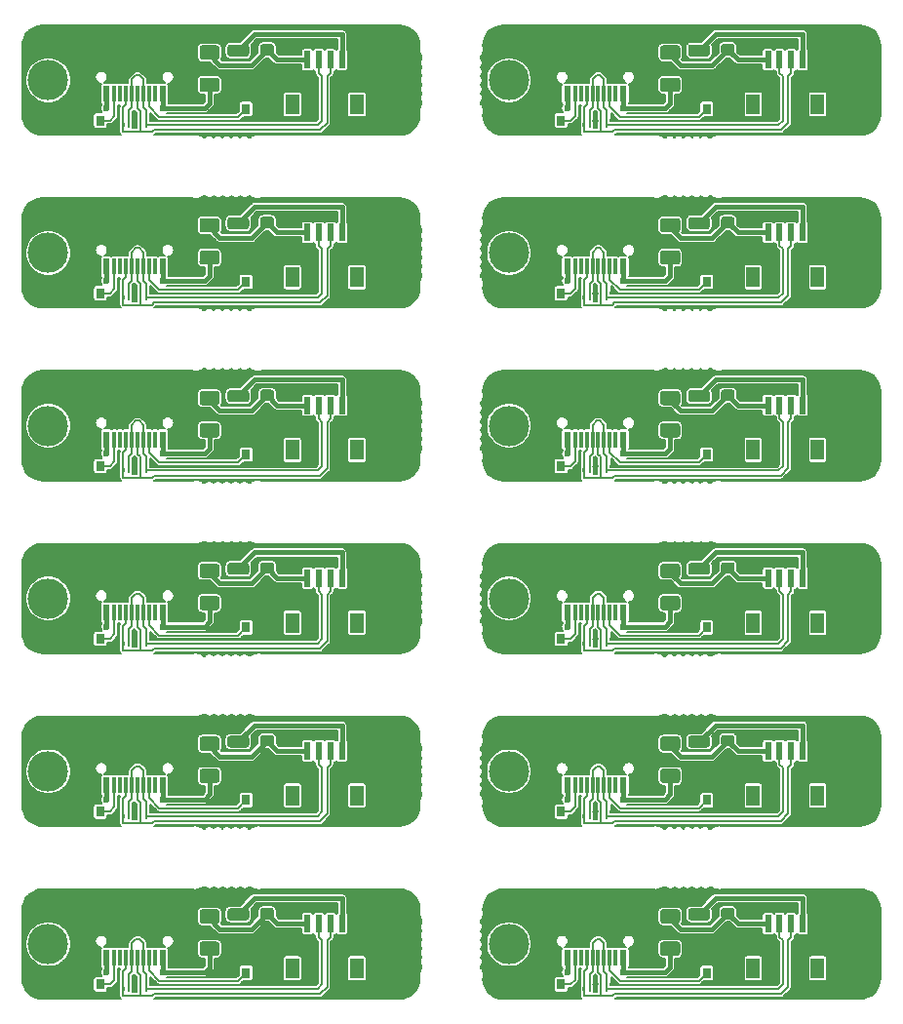
<source format=gbr>
%TF.GenerationSoftware,KiCad,Pcbnew,(5.1.11)-1*%
%TF.CreationDate,2022-08-13T18:26:06+07:00*%
%TF.ProjectId,Eclipse Voyager - Copy,45636c69-7073-4652-9056-6f7961676572,rev?*%
%TF.SameCoordinates,Original*%
%TF.FileFunction,Copper,L1,Top*%
%TF.FilePolarity,Positive*%
%FSLAX46Y46*%
G04 Gerber Fmt 4.6, Leading zero omitted, Abs format (unit mm)*
G04 Created by KiCad (PCBNEW (5.1.11)-1) date 2022-08-13 18:26:06*
%MOMM*%
%LPD*%
G01*
G04 APERTURE LIST*
%TA.AperFunction,ComponentPad*%
%ADD10O,1.000000X1.600000*%
%TD*%
%TA.AperFunction,ComponentPad*%
%ADD11O,1.000000X2.100000*%
%TD*%
%TA.AperFunction,SMDPad,CuDef*%
%ADD12R,0.300000X1.450000*%
%TD*%
%TA.AperFunction,SMDPad,CuDef*%
%ADD13R,0.600000X1.450000*%
%TD*%
%TA.AperFunction,ComponentPad*%
%ADD14C,3.500000*%
%TD*%
%TA.AperFunction,ComponentPad*%
%ADD15C,2.600000*%
%TD*%
%TA.AperFunction,ConnectorPad*%
%ADD16C,3.500000*%
%TD*%
%TA.AperFunction,SMDPad,CuDef*%
%ADD17R,0.600000X1.550000*%
%TD*%
%TA.AperFunction,SMDPad,CuDef*%
%ADD18R,1.200000X1.800000*%
%TD*%
%TA.AperFunction,SMDPad,CuDef*%
%ADD19R,0.800000X0.950000*%
%TD*%
%TA.AperFunction,SMDPad,CuDef*%
%ADD20R,0.250000X0.550000*%
%TD*%
%TA.AperFunction,SMDPad,CuDef*%
%ADD21R,0.300000X0.550000*%
%TD*%
%TA.AperFunction,ViaPad*%
%ADD22C,0.500000*%
%TD*%
%TA.AperFunction,ViaPad*%
%ADD23C,0.600000*%
%TD*%
%TA.AperFunction,Conductor*%
%ADD24C,0.400000*%
%TD*%
%TA.AperFunction,Conductor*%
%ADD25C,0.200000*%
%TD*%
%TA.AperFunction,Conductor*%
%ADD26C,0.152400*%
%TD*%
%TA.AperFunction,Conductor*%
%ADD27C,0.100000*%
%TD*%
G04 APERTURE END LIST*
D10*
%TO.P,USB1,13*%
%TO.N,GNDPWR*%
X167680000Y-27600000D03*
X176320000Y-27600000D03*
D11*
X167680000Y-31780000D03*
X176320000Y-31780000D03*
D12*
%TO.P,USB1,6*%
%TO.N,D+*%
X172250000Y-32695000D03*
%TO.P,USB1,7*%
%TO.N,D-*%
X171750000Y-32695000D03*
%TO.P,USB1,8*%
%TO.N,D+*%
X171250000Y-32695000D03*
%TO.P,USB1,5*%
%TO.N,D-*%
X172750000Y-32695000D03*
%TO.P,USB1,9*%
%TO.N,Net-(USB1-Pad9)*%
X170750000Y-32695000D03*
%TO.P,USB1,4*%
%TO.N,Net-(R1-Pad2)*%
X173250000Y-32695000D03*
%TO.P,USB1,10*%
%TO.N,Net-(R2-Pad2)*%
X170250000Y-32695000D03*
%TO.P,USB1,3*%
%TO.N,Net-(USB1-Pad3)*%
X173750000Y-32695000D03*
D13*
%TO.P,USB1,2*%
%TO.N,VBUS*%
X174450000Y-32695000D03*
%TO.P,USB1,11*%
X169550000Y-32695000D03*
%TO.P,USB1,1*%
%TO.N,GNDPWR*%
X175225000Y-32695000D03*
%TO.P,USB1,12*%
X168775000Y-32695000D03*
%TD*%
D14*
%TO.P,H1,1*%
%TO.N,GNDPWR*%
X194500000Y-106500000D03*
%TD*%
%TO.P,H1,1*%
%TO.N,GNDPWR*%
X154500000Y-106500000D03*
%TD*%
%TO.P,H1,1*%
%TO.N,GNDPWR*%
X194500000Y-91500000D03*
%TD*%
%TO.P,H1,1*%
%TO.N,GNDPWR*%
X154500000Y-91500000D03*
%TD*%
%TO.P,H1,1*%
%TO.N,GNDPWR*%
X194500000Y-76500000D03*
%TD*%
%TO.P,H1,1*%
%TO.N,GNDPWR*%
X154500000Y-76500000D03*
%TD*%
%TO.P,H1,1*%
%TO.N,GNDPWR*%
X194500000Y-61500000D03*
%TD*%
%TO.P,H1,1*%
%TO.N,GNDPWR*%
X154500000Y-61500000D03*
%TD*%
%TO.P,H1,1*%
%TO.N,GNDPWR*%
X194500000Y-46500000D03*
%TD*%
%TO.P,H1,1*%
%TO.N,GNDPWR*%
X154500000Y-46500000D03*
%TD*%
%TO.P,H1,1*%
%TO.N,GNDPWR*%
X194500000Y-31500000D03*
%TD*%
D15*
%TO.P,H2,1*%
%TO.N,N/C*%
X164500000Y-106500000D03*
D16*
X164500000Y-106500000D03*
%TD*%
D15*
%TO.P,H2,1*%
%TO.N,N/C*%
X124500000Y-106500000D03*
D16*
X124500000Y-106500000D03*
%TD*%
D15*
%TO.P,H2,1*%
%TO.N,N/C*%
X164500000Y-91500000D03*
D16*
X164500000Y-91500000D03*
%TD*%
D15*
%TO.P,H2,1*%
%TO.N,N/C*%
X124500000Y-91500000D03*
D16*
X124500000Y-91500000D03*
%TD*%
D15*
%TO.P,H2,1*%
%TO.N,N/C*%
X164500000Y-76500000D03*
D16*
X164500000Y-76500000D03*
%TD*%
D15*
%TO.P,H2,1*%
%TO.N,N/C*%
X124500000Y-76500000D03*
D16*
X124500000Y-76500000D03*
%TD*%
D15*
%TO.P,H2,1*%
%TO.N,N/C*%
X164500000Y-61500000D03*
D16*
X164500000Y-61500000D03*
%TD*%
D15*
%TO.P,H2,1*%
%TO.N,N/C*%
X124500000Y-61500000D03*
D16*
X124500000Y-61500000D03*
%TD*%
D15*
%TO.P,H2,1*%
%TO.N,N/C*%
X164500000Y-46500000D03*
D16*
X164500000Y-46500000D03*
%TD*%
D15*
%TO.P,H2,1*%
%TO.N,N/C*%
X124500000Y-46500000D03*
D16*
X124500000Y-46500000D03*
%TD*%
D15*
%TO.P,H2,1*%
%TO.N,N/C*%
X164500000Y-31500000D03*
D16*
X164500000Y-31500000D03*
%TD*%
D17*
%TO.P,J1,3*%
%TO.N,D+*%
X189000000Y-104725000D03*
%TO.P,J1,4*%
%TO.N,GND*%
X190000000Y-104725000D03*
%TO.P,J1,2*%
%TO.N,D-*%
X188000000Y-104725000D03*
%TO.P,J1,1*%
%TO.N,+5V*%
X187000000Y-104725000D03*
D18*
%TO.P,J1,*%
%TO.N,*%
X185700000Y-108600000D03*
X191300000Y-108600000D03*
%TD*%
D17*
%TO.P,J1,3*%
%TO.N,D+*%
X149000000Y-104725000D03*
%TO.P,J1,4*%
%TO.N,GND*%
X150000000Y-104725000D03*
%TO.P,J1,2*%
%TO.N,D-*%
X148000000Y-104725000D03*
%TO.P,J1,1*%
%TO.N,+5V*%
X147000000Y-104725000D03*
D18*
%TO.P,J1,*%
%TO.N,*%
X145700000Y-108600000D03*
X151300000Y-108600000D03*
%TD*%
D17*
%TO.P,J1,3*%
%TO.N,D+*%
X189000000Y-89725000D03*
%TO.P,J1,4*%
%TO.N,GND*%
X190000000Y-89725000D03*
%TO.P,J1,2*%
%TO.N,D-*%
X188000000Y-89725000D03*
%TO.P,J1,1*%
%TO.N,+5V*%
X187000000Y-89725000D03*
D18*
%TO.P,J1,*%
%TO.N,*%
X185700000Y-93600000D03*
X191300000Y-93600000D03*
%TD*%
D17*
%TO.P,J1,3*%
%TO.N,D+*%
X149000000Y-89725000D03*
%TO.P,J1,4*%
%TO.N,GND*%
X150000000Y-89725000D03*
%TO.P,J1,2*%
%TO.N,D-*%
X148000000Y-89725000D03*
%TO.P,J1,1*%
%TO.N,+5V*%
X147000000Y-89725000D03*
D18*
%TO.P,J1,*%
%TO.N,*%
X145700000Y-93600000D03*
X151300000Y-93600000D03*
%TD*%
D17*
%TO.P,J1,3*%
%TO.N,D+*%
X189000000Y-74725000D03*
%TO.P,J1,4*%
%TO.N,GND*%
X190000000Y-74725000D03*
%TO.P,J1,2*%
%TO.N,D-*%
X188000000Y-74725000D03*
%TO.P,J1,1*%
%TO.N,+5V*%
X187000000Y-74725000D03*
D18*
%TO.P,J1,*%
%TO.N,*%
X185700000Y-78600000D03*
X191300000Y-78600000D03*
%TD*%
D17*
%TO.P,J1,3*%
%TO.N,D+*%
X149000000Y-74725000D03*
%TO.P,J1,4*%
%TO.N,GND*%
X150000000Y-74725000D03*
%TO.P,J1,2*%
%TO.N,D-*%
X148000000Y-74725000D03*
%TO.P,J1,1*%
%TO.N,+5V*%
X147000000Y-74725000D03*
D18*
%TO.P,J1,*%
%TO.N,*%
X145700000Y-78600000D03*
X151300000Y-78600000D03*
%TD*%
D17*
%TO.P,J1,3*%
%TO.N,D+*%
X189000000Y-59725000D03*
%TO.P,J1,4*%
%TO.N,GND*%
X190000000Y-59725000D03*
%TO.P,J1,2*%
%TO.N,D-*%
X188000000Y-59725000D03*
%TO.P,J1,1*%
%TO.N,+5V*%
X187000000Y-59725000D03*
D18*
%TO.P,J1,*%
%TO.N,*%
X185700000Y-63600000D03*
X191300000Y-63600000D03*
%TD*%
D17*
%TO.P,J1,3*%
%TO.N,D+*%
X149000000Y-59725000D03*
%TO.P,J1,4*%
%TO.N,GND*%
X150000000Y-59725000D03*
%TO.P,J1,2*%
%TO.N,D-*%
X148000000Y-59725000D03*
%TO.P,J1,1*%
%TO.N,+5V*%
X147000000Y-59725000D03*
D18*
%TO.P,J1,*%
%TO.N,*%
X145700000Y-63600000D03*
X151300000Y-63600000D03*
%TD*%
D17*
%TO.P,J1,3*%
%TO.N,D+*%
X189000000Y-44725000D03*
%TO.P,J1,4*%
%TO.N,GND*%
X190000000Y-44725000D03*
%TO.P,J1,2*%
%TO.N,D-*%
X188000000Y-44725000D03*
%TO.P,J1,1*%
%TO.N,+5V*%
X187000000Y-44725000D03*
D18*
%TO.P,J1,*%
%TO.N,*%
X185700000Y-48600000D03*
X191300000Y-48600000D03*
%TD*%
D17*
%TO.P,J1,3*%
%TO.N,D+*%
X149000000Y-44725000D03*
%TO.P,J1,4*%
%TO.N,GND*%
X150000000Y-44725000D03*
%TO.P,J1,2*%
%TO.N,D-*%
X148000000Y-44725000D03*
%TO.P,J1,1*%
%TO.N,+5V*%
X147000000Y-44725000D03*
D18*
%TO.P,J1,*%
%TO.N,*%
X145700000Y-48600000D03*
X151300000Y-48600000D03*
%TD*%
D17*
%TO.P,J1,3*%
%TO.N,D+*%
X189000000Y-29725000D03*
%TO.P,J1,4*%
%TO.N,GND*%
X190000000Y-29725000D03*
%TO.P,J1,2*%
%TO.N,D-*%
X188000000Y-29725000D03*
%TO.P,J1,1*%
%TO.N,+5V*%
X187000000Y-29725000D03*
D18*
%TO.P,J1,*%
%TO.N,*%
X185700000Y-33600000D03*
X191300000Y-33600000D03*
%TD*%
%TO.P,L1,1*%
%TO.N,GNDPWR*%
%TA.AperFunction,SMDPad,CuDef*%
G36*
G01*
X181700001Y-107600000D02*
X180299999Y-107600000D01*
G75*
G02*
X180050000Y-107350001I0J249999D01*
G01*
X180050000Y-106799999D01*
G75*
G02*
X180299999Y-106550000I249999J0D01*
G01*
X181700001Y-106550000D01*
G75*
G02*
X181950000Y-106799999I0J-249999D01*
G01*
X181950000Y-107350001D01*
G75*
G02*
X181700001Y-107600000I-249999J0D01*
G01*
G37*
%TD.AperFunction*%
%TO.P,L1,2*%
%TO.N,GND*%
%TA.AperFunction,SMDPad,CuDef*%
G36*
G01*
X181700001Y-104450000D02*
X180299999Y-104450000D01*
G75*
G02*
X180050000Y-104200001I0J249999D01*
G01*
X180050000Y-103649999D01*
G75*
G02*
X180299999Y-103400000I249999J0D01*
G01*
X181700001Y-103400000D01*
G75*
G02*
X181950000Y-103649999I0J-249999D01*
G01*
X181950000Y-104200001D01*
G75*
G02*
X181700001Y-104450000I-249999J0D01*
G01*
G37*
%TD.AperFunction*%
%TD*%
%TO.P,L1,1*%
%TO.N,GNDPWR*%
%TA.AperFunction,SMDPad,CuDef*%
G36*
G01*
X141700001Y-107600000D02*
X140299999Y-107600000D01*
G75*
G02*
X140050000Y-107350001I0J249999D01*
G01*
X140050000Y-106799999D01*
G75*
G02*
X140299999Y-106550000I249999J0D01*
G01*
X141700001Y-106550000D01*
G75*
G02*
X141950000Y-106799999I0J-249999D01*
G01*
X141950000Y-107350001D01*
G75*
G02*
X141700001Y-107600000I-249999J0D01*
G01*
G37*
%TD.AperFunction*%
%TO.P,L1,2*%
%TO.N,GND*%
%TA.AperFunction,SMDPad,CuDef*%
G36*
G01*
X141700001Y-104450000D02*
X140299999Y-104450000D01*
G75*
G02*
X140050000Y-104200001I0J249999D01*
G01*
X140050000Y-103649999D01*
G75*
G02*
X140299999Y-103400000I249999J0D01*
G01*
X141700001Y-103400000D01*
G75*
G02*
X141950000Y-103649999I0J-249999D01*
G01*
X141950000Y-104200001D01*
G75*
G02*
X141700001Y-104450000I-249999J0D01*
G01*
G37*
%TD.AperFunction*%
%TD*%
%TO.P,L1,1*%
%TO.N,GNDPWR*%
%TA.AperFunction,SMDPad,CuDef*%
G36*
G01*
X181700001Y-92600000D02*
X180299999Y-92600000D01*
G75*
G02*
X180050000Y-92350001I0J249999D01*
G01*
X180050000Y-91799999D01*
G75*
G02*
X180299999Y-91550000I249999J0D01*
G01*
X181700001Y-91550000D01*
G75*
G02*
X181950000Y-91799999I0J-249999D01*
G01*
X181950000Y-92350001D01*
G75*
G02*
X181700001Y-92600000I-249999J0D01*
G01*
G37*
%TD.AperFunction*%
%TO.P,L1,2*%
%TO.N,GND*%
%TA.AperFunction,SMDPad,CuDef*%
G36*
G01*
X181700001Y-89450000D02*
X180299999Y-89450000D01*
G75*
G02*
X180050000Y-89200001I0J249999D01*
G01*
X180050000Y-88649999D01*
G75*
G02*
X180299999Y-88400000I249999J0D01*
G01*
X181700001Y-88400000D01*
G75*
G02*
X181950000Y-88649999I0J-249999D01*
G01*
X181950000Y-89200001D01*
G75*
G02*
X181700001Y-89450000I-249999J0D01*
G01*
G37*
%TD.AperFunction*%
%TD*%
%TO.P,L1,1*%
%TO.N,GNDPWR*%
%TA.AperFunction,SMDPad,CuDef*%
G36*
G01*
X141700001Y-92600000D02*
X140299999Y-92600000D01*
G75*
G02*
X140050000Y-92350001I0J249999D01*
G01*
X140050000Y-91799999D01*
G75*
G02*
X140299999Y-91550000I249999J0D01*
G01*
X141700001Y-91550000D01*
G75*
G02*
X141950000Y-91799999I0J-249999D01*
G01*
X141950000Y-92350001D01*
G75*
G02*
X141700001Y-92600000I-249999J0D01*
G01*
G37*
%TD.AperFunction*%
%TO.P,L1,2*%
%TO.N,GND*%
%TA.AperFunction,SMDPad,CuDef*%
G36*
G01*
X141700001Y-89450000D02*
X140299999Y-89450000D01*
G75*
G02*
X140050000Y-89200001I0J249999D01*
G01*
X140050000Y-88649999D01*
G75*
G02*
X140299999Y-88400000I249999J0D01*
G01*
X141700001Y-88400000D01*
G75*
G02*
X141950000Y-88649999I0J-249999D01*
G01*
X141950000Y-89200001D01*
G75*
G02*
X141700001Y-89450000I-249999J0D01*
G01*
G37*
%TD.AperFunction*%
%TD*%
%TO.P,L1,1*%
%TO.N,GNDPWR*%
%TA.AperFunction,SMDPad,CuDef*%
G36*
G01*
X181700001Y-77600000D02*
X180299999Y-77600000D01*
G75*
G02*
X180050000Y-77350001I0J249999D01*
G01*
X180050000Y-76799999D01*
G75*
G02*
X180299999Y-76550000I249999J0D01*
G01*
X181700001Y-76550000D01*
G75*
G02*
X181950000Y-76799999I0J-249999D01*
G01*
X181950000Y-77350001D01*
G75*
G02*
X181700001Y-77600000I-249999J0D01*
G01*
G37*
%TD.AperFunction*%
%TO.P,L1,2*%
%TO.N,GND*%
%TA.AperFunction,SMDPad,CuDef*%
G36*
G01*
X181700001Y-74450000D02*
X180299999Y-74450000D01*
G75*
G02*
X180050000Y-74200001I0J249999D01*
G01*
X180050000Y-73649999D01*
G75*
G02*
X180299999Y-73400000I249999J0D01*
G01*
X181700001Y-73400000D01*
G75*
G02*
X181950000Y-73649999I0J-249999D01*
G01*
X181950000Y-74200001D01*
G75*
G02*
X181700001Y-74450000I-249999J0D01*
G01*
G37*
%TD.AperFunction*%
%TD*%
%TO.P,L1,1*%
%TO.N,GNDPWR*%
%TA.AperFunction,SMDPad,CuDef*%
G36*
G01*
X141700001Y-77600000D02*
X140299999Y-77600000D01*
G75*
G02*
X140050000Y-77350001I0J249999D01*
G01*
X140050000Y-76799999D01*
G75*
G02*
X140299999Y-76550000I249999J0D01*
G01*
X141700001Y-76550000D01*
G75*
G02*
X141950000Y-76799999I0J-249999D01*
G01*
X141950000Y-77350001D01*
G75*
G02*
X141700001Y-77600000I-249999J0D01*
G01*
G37*
%TD.AperFunction*%
%TO.P,L1,2*%
%TO.N,GND*%
%TA.AperFunction,SMDPad,CuDef*%
G36*
G01*
X141700001Y-74450000D02*
X140299999Y-74450000D01*
G75*
G02*
X140050000Y-74200001I0J249999D01*
G01*
X140050000Y-73649999D01*
G75*
G02*
X140299999Y-73400000I249999J0D01*
G01*
X141700001Y-73400000D01*
G75*
G02*
X141950000Y-73649999I0J-249999D01*
G01*
X141950000Y-74200001D01*
G75*
G02*
X141700001Y-74450000I-249999J0D01*
G01*
G37*
%TD.AperFunction*%
%TD*%
%TO.P,L1,1*%
%TO.N,GNDPWR*%
%TA.AperFunction,SMDPad,CuDef*%
G36*
G01*
X181700001Y-62600000D02*
X180299999Y-62600000D01*
G75*
G02*
X180050000Y-62350001I0J249999D01*
G01*
X180050000Y-61799999D01*
G75*
G02*
X180299999Y-61550000I249999J0D01*
G01*
X181700001Y-61550000D01*
G75*
G02*
X181950000Y-61799999I0J-249999D01*
G01*
X181950000Y-62350001D01*
G75*
G02*
X181700001Y-62600000I-249999J0D01*
G01*
G37*
%TD.AperFunction*%
%TO.P,L1,2*%
%TO.N,GND*%
%TA.AperFunction,SMDPad,CuDef*%
G36*
G01*
X181700001Y-59450000D02*
X180299999Y-59450000D01*
G75*
G02*
X180050000Y-59200001I0J249999D01*
G01*
X180050000Y-58649999D01*
G75*
G02*
X180299999Y-58400000I249999J0D01*
G01*
X181700001Y-58400000D01*
G75*
G02*
X181950000Y-58649999I0J-249999D01*
G01*
X181950000Y-59200001D01*
G75*
G02*
X181700001Y-59450000I-249999J0D01*
G01*
G37*
%TD.AperFunction*%
%TD*%
%TO.P,L1,1*%
%TO.N,GNDPWR*%
%TA.AperFunction,SMDPad,CuDef*%
G36*
G01*
X141700001Y-62600000D02*
X140299999Y-62600000D01*
G75*
G02*
X140050000Y-62350001I0J249999D01*
G01*
X140050000Y-61799999D01*
G75*
G02*
X140299999Y-61550000I249999J0D01*
G01*
X141700001Y-61550000D01*
G75*
G02*
X141950000Y-61799999I0J-249999D01*
G01*
X141950000Y-62350001D01*
G75*
G02*
X141700001Y-62600000I-249999J0D01*
G01*
G37*
%TD.AperFunction*%
%TO.P,L1,2*%
%TO.N,GND*%
%TA.AperFunction,SMDPad,CuDef*%
G36*
G01*
X141700001Y-59450000D02*
X140299999Y-59450000D01*
G75*
G02*
X140050000Y-59200001I0J249999D01*
G01*
X140050000Y-58649999D01*
G75*
G02*
X140299999Y-58400000I249999J0D01*
G01*
X141700001Y-58400000D01*
G75*
G02*
X141950000Y-58649999I0J-249999D01*
G01*
X141950000Y-59200001D01*
G75*
G02*
X141700001Y-59450000I-249999J0D01*
G01*
G37*
%TD.AperFunction*%
%TD*%
%TO.P,L1,1*%
%TO.N,GNDPWR*%
%TA.AperFunction,SMDPad,CuDef*%
G36*
G01*
X181700001Y-47600000D02*
X180299999Y-47600000D01*
G75*
G02*
X180050000Y-47350001I0J249999D01*
G01*
X180050000Y-46799999D01*
G75*
G02*
X180299999Y-46550000I249999J0D01*
G01*
X181700001Y-46550000D01*
G75*
G02*
X181950000Y-46799999I0J-249999D01*
G01*
X181950000Y-47350001D01*
G75*
G02*
X181700001Y-47600000I-249999J0D01*
G01*
G37*
%TD.AperFunction*%
%TO.P,L1,2*%
%TO.N,GND*%
%TA.AperFunction,SMDPad,CuDef*%
G36*
G01*
X181700001Y-44450000D02*
X180299999Y-44450000D01*
G75*
G02*
X180050000Y-44200001I0J249999D01*
G01*
X180050000Y-43649999D01*
G75*
G02*
X180299999Y-43400000I249999J0D01*
G01*
X181700001Y-43400000D01*
G75*
G02*
X181950000Y-43649999I0J-249999D01*
G01*
X181950000Y-44200001D01*
G75*
G02*
X181700001Y-44450000I-249999J0D01*
G01*
G37*
%TD.AperFunction*%
%TD*%
%TO.P,L1,1*%
%TO.N,GNDPWR*%
%TA.AperFunction,SMDPad,CuDef*%
G36*
G01*
X141700001Y-47600000D02*
X140299999Y-47600000D01*
G75*
G02*
X140050000Y-47350001I0J249999D01*
G01*
X140050000Y-46799999D01*
G75*
G02*
X140299999Y-46550000I249999J0D01*
G01*
X141700001Y-46550000D01*
G75*
G02*
X141950000Y-46799999I0J-249999D01*
G01*
X141950000Y-47350001D01*
G75*
G02*
X141700001Y-47600000I-249999J0D01*
G01*
G37*
%TD.AperFunction*%
%TO.P,L1,2*%
%TO.N,GND*%
%TA.AperFunction,SMDPad,CuDef*%
G36*
G01*
X141700001Y-44450000D02*
X140299999Y-44450000D01*
G75*
G02*
X140050000Y-44200001I0J249999D01*
G01*
X140050000Y-43649999D01*
G75*
G02*
X140299999Y-43400000I249999J0D01*
G01*
X141700001Y-43400000D01*
G75*
G02*
X141950000Y-43649999I0J-249999D01*
G01*
X141950000Y-44200001D01*
G75*
G02*
X141700001Y-44450000I-249999J0D01*
G01*
G37*
%TD.AperFunction*%
%TD*%
%TO.P,L1,1*%
%TO.N,GNDPWR*%
%TA.AperFunction,SMDPad,CuDef*%
G36*
G01*
X181700001Y-32600000D02*
X180299999Y-32600000D01*
G75*
G02*
X180050000Y-32350001I0J249999D01*
G01*
X180050000Y-31799999D01*
G75*
G02*
X180299999Y-31550000I249999J0D01*
G01*
X181700001Y-31550000D01*
G75*
G02*
X181950000Y-31799999I0J-249999D01*
G01*
X181950000Y-32350001D01*
G75*
G02*
X181700001Y-32600000I-249999J0D01*
G01*
G37*
%TD.AperFunction*%
%TO.P,L1,2*%
%TO.N,GND*%
%TA.AperFunction,SMDPad,CuDef*%
G36*
G01*
X181700001Y-29450000D02*
X180299999Y-29450000D01*
G75*
G02*
X180050000Y-29200001I0J249999D01*
G01*
X180050000Y-28649999D01*
G75*
G02*
X180299999Y-28400000I249999J0D01*
G01*
X181700001Y-28400000D01*
G75*
G02*
X181950000Y-28649999I0J-249999D01*
G01*
X181950000Y-29200001D01*
G75*
G02*
X181700001Y-29450000I-249999J0D01*
G01*
G37*
%TD.AperFunction*%
%TD*%
%TO.P,F1,1*%
%TO.N,VBUS*%
%TA.AperFunction,SMDPad,CuDef*%
G36*
G01*
X179125000Y-107525000D02*
X177875000Y-107525000D01*
G75*
G02*
X177625000Y-107275000I0J250000D01*
G01*
X177625000Y-106525000D01*
G75*
G02*
X177875000Y-106275000I250000J0D01*
G01*
X179125000Y-106275000D01*
G75*
G02*
X179375000Y-106525000I0J-250000D01*
G01*
X179375000Y-107275000D01*
G75*
G02*
X179125000Y-107525000I-250000J0D01*
G01*
G37*
%TD.AperFunction*%
%TO.P,F1,2*%
%TO.N,+5V*%
%TA.AperFunction,SMDPad,CuDef*%
G36*
G01*
X179125000Y-104725000D02*
X177875000Y-104725000D01*
G75*
G02*
X177625000Y-104475000I0J250000D01*
G01*
X177625000Y-103725000D01*
G75*
G02*
X177875000Y-103475000I250000J0D01*
G01*
X179125000Y-103475000D01*
G75*
G02*
X179375000Y-103725000I0J-250000D01*
G01*
X179375000Y-104475000D01*
G75*
G02*
X179125000Y-104725000I-250000J0D01*
G01*
G37*
%TD.AperFunction*%
%TD*%
%TO.P,F1,1*%
%TO.N,VBUS*%
%TA.AperFunction,SMDPad,CuDef*%
G36*
G01*
X139125000Y-107525000D02*
X137875000Y-107525000D01*
G75*
G02*
X137625000Y-107275000I0J250000D01*
G01*
X137625000Y-106525000D01*
G75*
G02*
X137875000Y-106275000I250000J0D01*
G01*
X139125000Y-106275000D01*
G75*
G02*
X139375000Y-106525000I0J-250000D01*
G01*
X139375000Y-107275000D01*
G75*
G02*
X139125000Y-107525000I-250000J0D01*
G01*
G37*
%TD.AperFunction*%
%TO.P,F1,2*%
%TO.N,+5V*%
%TA.AperFunction,SMDPad,CuDef*%
G36*
G01*
X139125000Y-104725000D02*
X137875000Y-104725000D01*
G75*
G02*
X137625000Y-104475000I0J250000D01*
G01*
X137625000Y-103725000D01*
G75*
G02*
X137875000Y-103475000I250000J0D01*
G01*
X139125000Y-103475000D01*
G75*
G02*
X139375000Y-103725000I0J-250000D01*
G01*
X139375000Y-104475000D01*
G75*
G02*
X139125000Y-104725000I-250000J0D01*
G01*
G37*
%TD.AperFunction*%
%TD*%
%TO.P,F1,1*%
%TO.N,VBUS*%
%TA.AperFunction,SMDPad,CuDef*%
G36*
G01*
X179125000Y-92525000D02*
X177875000Y-92525000D01*
G75*
G02*
X177625000Y-92275000I0J250000D01*
G01*
X177625000Y-91525000D01*
G75*
G02*
X177875000Y-91275000I250000J0D01*
G01*
X179125000Y-91275000D01*
G75*
G02*
X179375000Y-91525000I0J-250000D01*
G01*
X179375000Y-92275000D01*
G75*
G02*
X179125000Y-92525000I-250000J0D01*
G01*
G37*
%TD.AperFunction*%
%TO.P,F1,2*%
%TO.N,+5V*%
%TA.AperFunction,SMDPad,CuDef*%
G36*
G01*
X179125000Y-89725000D02*
X177875000Y-89725000D01*
G75*
G02*
X177625000Y-89475000I0J250000D01*
G01*
X177625000Y-88725000D01*
G75*
G02*
X177875000Y-88475000I250000J0D01*
G01*
X179125000Y-88475000D01*
G75*
G02*
X179375000Y-88725000I0J-250000D01*
G01*
X179375000Y-89475000D01*
G75*
G02*
X179125000Y-89725000I-250000J0D01*
G01*
G37*
%TD.AperFunction*%
%TD*%
%TO.P,F1,1*%
%TO.N,VBUS*%
%TA.AperFunction,SMDPad,CuDef*%
G36*
G01*
X139125000Y-92525000D02*
X137875000Y-92525000D01*
G75*
G02*
X137625000Y-92275000I0J250000D01*
G01*
X137625000Y-91525000D01*
G75*
G02*
X137875000Y-91275000I250000J0D01*
G01*
X139125000Y-91275000D01*
G75*
G02*
X139375000Y-91525000I0J-250000D01*
G01*
X139375000Y-92275000D01*
G75*
G02*
X139125000Y-92525000I-250000J0D01*
G01*
G37*
%TD.AperFunction*%
%TO.P,F1,2*%
%TO.N,+5V*%
%TA.AperFunction,SMDPad,CuDef*%
G36*
G01*
X139125000Y-89725000D02*
X137875000Y-89725000D01*
G75*
G02*
X137625000Y-89475000I0J250000D01*
G01*
X137625000Y-88725000D01*
G75*
G02*
X137875000Y-88475000I250000J0D01*
G01*
X139125000Y-88475000D01*
G75*
G02*
X139375000Y-88725000I0J-250000D01*
G01*
X139375000Y-89475000D01*
G75*
G02*
X139125000Y-89725000I-250000J0D01*
G01*
G37*
%TD.AperFunction*%
%TD*%
%TO.P,F1,1*%
%TO.N,VBUS*%
%TA.AperFunction,SMDPad,CuDef*%
G36*
G01*
X179125000Y-77525000D02*
X177875000Y-77525000D01*
G75*
G02*
X177625000Y-77275000I0J250000D01*
G01*
X177625000Y-76525000D01*
G75*
G02*
X177875000Y-76275000I250000J0D01*
G01*
X179125000Y-76275000D01*
G75*
G02*
X179375000Y-76525000I0J-250000D01*
G01*
X179375000Y-77275000D01*
G75*
G02*
X179125000Y-77525000I-250000J0D01*
G01*
G37*
%TD.AperFunction*%
%TO.P,F1,2*%
%TO.N,+5V*%
%TA.AperFunction,SMDPad,CuDef*%
G36*
G01*
X179125000Y-74725000D02*
X177875000Y-74725000D01*
G75*
G02*
X177625000Y-74475000I0J250000D01*
G01*
X177625000Y-73725000D01*
G75*
G02*
X177875000Y-73475000I250000J0D01*
G01*
X179125000Y-73475000D01*
G75*
G02*
X179375000Y-73725000I0J-250000D01*
G01*
X179375000Y-74475000D01*
G75*
G02*
X179125000Y-74725000I-250000J0D01*
G01*
G37*
%TD.AperFunction*%
%TD*%
%TO.P,F1,1*%
%TO.N,VBUS*%
%TA.AperFunction,SMDPad,CuDef*%
G36*
G01*
X139125000Y-77525000D02*
X137875000Y-77525000D01*
G75*
G02*
X137625000Y-77275000I0J250000D01*
G01*
X137625000Y-76525000D01*
G75*
G02*
X137875000Y-76275000I250000J0D01*
G01*
X139125000Y-76275000D01*
G75*
G02*
X139375000Y-76525000I0J-250000D01*
G01*
X139375000Y-77275000D01*
G75*
G02*
X139125000Y-77525000I-250000J0D01*
G01*
G37*
%TD.AperFunction*%
%TO.P,F1,2*%
%TO.N,+5V*%
%TA.AperFunction,SMDPad,CuDef*%
G36*
G01*
X139125000Y-74725000D02*
X137875000Y-74725000D01*
G75*
G02*
X137625000Y-74475000I0J250000D01*
G01*
X137625000Y-73725000D01*
G75*
G02*
X137875000Y-73475000I250000J0D01*
G01*
X139125000Y-73475000D01*
G75*
G02*
X139375000Y-73725000I0J-250000D01*
G01*
X139375000Y-74475000D01*
G75*
G02*
X139125000Y-74725000I-250000J0D01*
G01*
G37*
%TD.AperFunction*%
%TD*%
%TO.P,F1,1*%
%TO.N,VBUS*%
%TA.AperFunction,SMDPad,CuDef*%
G36*
G01*
X179125000Y-62525000D02*
X177875000Y-62525000D01*
G75*
G02*
X177625000Y-62275000I0J250000D01*
G01*
X177625000Y-61525000D01*
G75*
G02*
X177875000Y-61275000I250000J0D01*
G01*
X179125000Y-61275000D01*
G75*
G02*
X179375000Y-61525000I0J-250000D01*
G01*
X179375000Y-62275000D01*
G75*
G02*
X179125000Y-62525000I-250000J0D01*
G01*
G37*
%TD.AperFunction*%
%TO.P,F1,2*%
%TO.N,+5V*%
%TA.AperFunction,SMDPad,CuDef*%
G36*
G01*
X179125000Y-59725000D02*
X177875000Y-59725000D01*
G75*
G02*
X177625000Y-59475000I0J250000D01*
G01*
X177625000Y-58725000D01*
G75*
G02*
X177875000Y-58475000I250000J0D01*
G01*
X179125000Y-58475000D01*
G75*
G02*
X179375000Y-58725000I0J-250000D01*
G01*
X179375000Y-59475000D01*
G75*
G02*
X179125000Y-59725000I-250000J0D01*
G01*
G37*
%TD.AperFunction*%
%TD*%
%TO.P,F1,1*%
%TO.N,VBUS*%
%TA.AperFunction,SMDPad,CuDef*%
G36*
G01*
X139125000Y-62525000D02*
X137875000Y-62525000D01*
G75*
G02*
X137625000Y-62275000I0J250000D01*
G01*
X137625000Y-61525000D01*
G75*
G02*
X137875000Y-61275000I250000J0D01*
G01*
X139125000Y-61275000D01*
G75*
G02*
X139375000Y-61525000I0J-250000D01*
G01*
X139375000Y-62275000D01*
G75*
G02*
X139125000Y-62525000I-250000J0D01*
G01*
G37*
%TD.AperFunction*%
%TO.P,F1,2*%
%TO.N,+5V*%
%TA.AperFunction,SMDPad,CuDef*%
G36*
G01*
X139125000Y-59725000D02*
X137875000Y-59725000D01*
G75*
G02*
X137625000Y-59475000I0J250000D01*
G01*
X137625000Y-58725000D01*
G75*
G02*
X137875000Y-58475000I250000J0D01*
G01*
X139125000Y-58475000D01*
G75*
G02*
X139375000Y-58725000I0J-250000D01*
G01*
X139375000Y-59475000D01*
G75*
G02*
X139125000Y-59725000I-250000J0D01*
G01*
G37*
%TD.AperFunction*%
%TD*%
%TO.P,F1,1*%
%TO.N,VBUS*%
%TA.AperFunction,SMDPad,CuDef*%
G36*
G01*
X179125000Y-47525000D02*
X177875000Y-47525000D01*
G75*
G02*
X177625000Y-47275000I0J250000D01*
G01*
X177625000Y-46525000D01*
G75*
G02*
X177875000Y-46275000I250000J0D01*
G01*
X179125000Y-46275000D01*
G75*
G02*
X179375000Y-46525000I0J-250000D01*
G01*
X179375000Y-47275000D01*
G75*
G02*
X179125000Y-47525000I-250000J0D01*
G01*
G37*
%TD.AperFunction*%
%TO.P,F1,2*%
%TO.N,+5V*%
%TA.AperFunction,SMDPad,CuDef*%
G36*
G01*
X179125000Y-44725000D02*
X177875000Y-44725000D01*
G75*
G02*
X177625000Y-44475000I0J250000D01*
G01*
X177625000Y-43725000D01*
G75*
G02*
X177875000Y-43475000I250000J0D01*
G01*
X179125000Y-43475000D01*
G75*
G02*
X179375000Y-43725000I0J-250000D01*
G01*
X179375000Y-44475000D01*
G75*
G02*
X179125000Y-44725000I-250000J0D01*
G01*
G37*
%TD.AperFunction*%
%TD*%
%TO.P,F1,1*%
%TO.N,VBUS*%
%TA.AperFunction,SMDPad,CuDef*%
G36*
G01*
X139125000Y-47525000D02*
X137875000Y-47525000D01*
G75*
G02*
X137625000Y-47275000I0J250000D01*
G01*
X137625000Y-46525000D01*
G75*
G02*
X137875000Y-46275000I250000J0D01*
G01*
X139125000Y-46275000D01*
G75*
G02*
X139375000Y-46525000I0J-250000D01*
G01*
X139375000Y-47275000D01*
G75*
G02*
X139125000Y-47525000I-250000J0D01*
G01*
G37*
%TD.AperFunction*%
%TO.P,F1,2*%
%TO.N,+5V*%
%TA.AperFunction,SMDPad,CuDef*%
G36*
G01*
X139125000Y-44725000D02*
X137875000Y-44725000D01*
G75*
G02*
X137625000Y-44475000I0J250000D01*
G01*
X137625000Y-43725000D01*
G75*
G02*
X137875000Y-43475000I250000J0D01*
G01*
X139125000Y-43475000D01*
G75*
G02*
X139375000Y-43725000I0J-250000D01*
G01*
X139375000Y-44475000D01*
G75*
G02*
X139125000Y-44725000I-250000J0D01*
G01*
G37*
%TD.AperFunction*%
%TD*%
%TO.P,F1,1*%
%TO.N,VBUS*%
%TA.AperFunction,SMDPad,CuDef*%
G36*
G01*
X179125000Y-32525000D02*
X177875000Y-32525000D01*
G75*
G02*
X177625000Y-32275000I0J250000D01*
G01*
X177625000Y-31525000D01*
G75*
G02*
X177875000Y-31275000I250000J0D01*
G01*
X179125000Y-31275000D01*
G75*
G02*
X179375000Y-31525000I0J-250000D01*
G01*
X179375000Y-32275000D01*
G75*
G02*
X179125000Y-32525000I-250000J0D01*
G01*
G37*
%TD.AperFunction*%
%TO.P,F1,2*%
%TO.N,+5V*%
%TA.AperFunction,SMDPad,CuDef*%
G36*
G01*
X179125000Y-29725000D02*
X177875000Y-29725000D01*
G75*
G02*
X177625000Y-29475000I0J250000D01*
G01*
X177625000Y-28725000D01*
G75*
G02*
X177875000Y-28475000I250000J0D01*
G01*
X179125000Y-28475000D01*
G75*
G02*
X179375000Y-28725000I0J-250000D01*
G01*
X179375000Y-29475000D01*
G75*
G02*
X179125000Y-29725000I-250000J0D01*
G01*
G37*
%TD.AperFunction*%
%TD*%
D19*
%TO.P,R2,1*%
%TO.N,GNDPWR*%
X167375000Y-110000000D03*
%TO.P,R2,2*%
%TO.N,Net-(R2-Pad2)*%
X169025000Y-110000000D03*
%TD*%
%TO.P,R2,1*%
%TO.N,GNDPWR*%
X127375000Y-110000000D03*
%TO.P,R2,2*%
%TO.N,Net-(R2-Pad2)*%
X129025000Y-110000000D03*
%TD*%
%TO.P,R2,1*%
%TO.N,GNDPWR*%
X167375000Y-95000000D03*
%TO.P,R2,2*%
%TO.N,Net-(R2-Pad2)*%
X169025000Y-95000000D03*
%TD*%
%TO.P,R2,1*%
%TO.N,GNDPWR*%
X127375000Y-95000000D03*
%TO.P,R2,2*%
%TO.N,Net-(R2-Pad2)*%
X129025000Y-95000000D03*
%TD*%
%TO.P,R2,1*%
%TO.N,GNDPWR*%
X167375000Y-80000000D03*
%TO.P,R2,2*%
%TO.N,Net-(R2-Pad2)*%
X169025000Y-80000000D03*
%TD*%
%TO.P,R2,1*%
%TO.N,GNDPWR*%
X127375000Y-80000000D03*
%TO.P,R2,2*%
%TO.N,Net-(R2-Pad2)*%
X129025000Y-80000000D03*
%TD*%
%TO.P,R2,1*%
%TO.N,GNDPWR*%
X167375000Y-65000000D03*
%TO.P,R2,2*%
%TO.N,Net-(R2-Pad2)*%
X169025000Y-65000000D03*
%TD*%
%TO.P,R2,1*%
%TO.N,GNDPWR*%
X127375000Y-65000000D03*
%TO.P,R2,2*%
%TO.N,Net-(R2-Pad2)*%
X129025000Y-65000000D03*
%TD*%
%TO.P,R2,1*%
%TO.N,GNDPWR*%
X167375000Y-50000000D03*
%TO.P,R2,2*%
%TO.N,Net-(R2-Pad2)*%
X169025000Y-50000000D03*
%TD*%
%TO.P,R2,1*%
%TO.N,GNDPWR*%
X127375000Y-50000000D03*
%TO.P,R2,2*%
%TO.N,Net-(R2-Pad2)*%
X129025000Y-50000000D03*
%TD*%
%TO.P,R2,1*%
%TO.N,GNDPWR*%
X167375000Y-35000000D03*
%TO.P,R2,2*%
%TO.N,Net-(R2-Pad2)*%
X169025000Y-35000000D03*
%TD*%
%TO.P,R1,1*%
%TO.N,GNDPWR*%
X183325000Y-109000000D03*
%TO.P,R1,2*%
%TO.N,Net-(R1-Pad2)*%
X181675000Y-109000000D03*
%TD*%
%TO.P,R1,1*%
%TO.N,GNDPWR*%
X143325000Y-109000000D03*
%TO.P,R1,2*%
%TO.N,Net-(R1-Pad2)*%
X141675000Y-109000000D03*
%TD*%
%TO.P,R1,1*%
%TO.N,GNDPWR*%
X183325000Y-94000000D03*
%TO.P,R1,2*%
%TO.N,Net-(R1-Pad2)*%
X181675000Y-94000000D03*
%TD*%
%TO.P,R1,1*%
%TO.N,GNDPWR*%
X143325000Y-94000000D03*
%TO.P,R1,2*%
%TO.N,Net-(R1-Pad2)*%
X141675000Y-94000000D03*
%TD*%
%TO.P,R1,1*%
%TO.N,GNDPWR*%
X183325000Y-79000000D03*
%TO.P,R1,2*%
%TO.N,Net-(R1-Pad2)*%
X181675000Y-79000000D03*
%TD*%
%TO.P,R1,1*%
%TO.N,GNDPWR*%
X143325000Y-79000000D03*
%TO.P,R1,2*%
%TO.N,Net-(R1-Pad2)*%
X141675000Y-79000000D03*
%TD*%
%TO.P,R1,1*%
%TO.N,GNDPWR*%
X183325000Y-64000000D03*
%TO.P,R1,2*%
%TO.N,Net-(R1-Pad2)*%
X181675000Y-64000000D03*
%TD*%
%TO.P,R1,1*%
%TO.N,GNDPWR*%
X143325000Y-64000000D03*
%TO.P,R1,2*%
%TO.N,Net-(R1-Pad2)*%
X141675000Y-64000000D03*
%TD*%
%TO.P,R1,1*%
%TO.N,GNDPWR*%
X183325000Y-49000000D03*
%TO.P,R1,2*%
%TO.N,Net-(R1-Pad2)*%
X181675000Y-49000000D03*
%TD*%
%TO.P,R1,1*%
%TO.N,GNDPWR*%
X143325000Y-49000000D03*
%TO.P,R1,2*%
%TO.N,Net-(R1-Pad2)*%
X141675000Y-49000000D03*
%TD*%
%TO.P,R1,1*%
%TO.N,GNDPWR*%
X183325000Y-34000000D03*
%TO.P,R1,2*%
%TO.N,Net-(R1-Pad2)*%
X181675000Y-34000000D03*
%TD*%
%TO.P,D1,1*%
%TO.N,GNDPWR*%
%TA.AperFunction,SMDPad,CuDef*%
G36*
G01*
X183850000Y-107650000D02*
X183150000Y-107650000D01*
G75*
G02*
X182900000Y-107400000I0J250000D01*
G01*
X182900000Y-106900000D01*
G75*
G02*
X183150000Y-106650000I250000J0D01*
G01*
X183850000Y-106650000D01*
G75*
G02*
X184100000Y-106900000I0J-250000D01*
G01*
X184100000Y-107400000D01*
G75*
G02*
X183850000Y-107650000I-250000J0D01*
G01*
G37*
%TD.AperFunction*%
%TO.P,D1,2*%
%TO.N,+5V*%
%TA.AperFunction,SMDPad,CuDef*%
G36*
G01*
X183850000Y-104350000D02*
X183150000Y-104350000D01*
G75*
G02*
X182900000Y-104100000I0J250000D01*
G01*
X182900000Y-103600000D01*
G75*
G02*
X183150000Y-103350000I250000J0D01*
G01*
X183850000Y-103350000D01*
G75*
G02*
X184100000Y-103600000I0J-250000D01*
G01*
X184100000Y-104100000D01*
G75*
G02*
X183850000Y-104350000I-250000J0D01*
G01*
G37*
%TD.AperFunction*%
%TD*%
%TO.P,D1,1*%
%TO.N,GNDPWR*%
%TA.AperFunction,SMDPad,CuDef*%
G36*
G01*
X143850000Y-107650000D02*
X143150000Y-107650000D01*
G75*
G02*
X142900000Y-107400000I0J250000D01*
G01*
X142900000Y-106900000D01*
G75*
G02*
X143150000Y-106650000I250000J0D01*
G01*
X143850000Y-106650000D01*
G75*
G02*
X144100000Y-106900000I0J-250000D01*
G01*
X144100000Y-107400000D01*
G75*
G02*
X143850000Y-107650000I-250000J0D01*
G01*
G37*
%TD.AperFunction*%
%TO.P,D1,2*%
%TO.N,+5V*%
%TA.AperFunction,SMDPad,CuDef*%
G36*
G01*
X143850000Y-104350000D02*
X143150000Y-104350000D01*
G75*
G02*
X142900000Y-104100000I0J250000D01*
G01*
X142900000Y-103600000D01*
G75*
G02*
X143150000Y-103350000I250000J0D01*
G01*
X143850000Y-103350000D01*
G75*
G02*
X144100000Y-103600000I0J-250000D01*
G01*
X144100000Y-104100000D01*
G75*
G02*
X143850000Y-104350000I-250000J0D01*
G01*
G37*
%TD.AperFunction*%
%TD*%
%TO.P,D1,1*%
%TO.N,GNDPWR*%
%TA.AperFunction,SMDPad,CuDef*%
G36*
G01*
X183850000Y-92650000D02*
X183150000Y-92650000D01*
G75*
G02*
X182900000Y-92400000I0J250000D01*
G01*
X182900000Y-91900000D01*
G75*
G02*
X183150000Y-91650000I250000J0D01*
G01*
X183850000Y-91650000D01*
G75*
G02*
X184100000Y-91900000I0J-250000D01*
G01*
X184100000Y-92400000D01*
G75*
G02*
X183850000Y-92650000I-250000J0D01*
G01*
G37*
%TD.AperFunction*%
%TO.P,D1,2*%
%TO.N,+5V*%
%TA.AperFunction,SMDPad,CuDef*%
G36*
G01*
X183850000Y-89350000D02*
X183150000Y-89350000D01*
G75*
G02*
X182900000Y-89100000I0J250000D01*
G01*
X182900000Y-88600000D01*
G75*
G02*
X183150000Y-88350000I250000J0D01*
G01*
X183850000Y-88350000D01*
G75*
G02*
X184100000Y-88600000I0J-250000D01*
G01*
X184100000Y-89100000D01*
G75*
G02*
X183850000Y-89350000I-250000J0D01*
G01*
G37*
%TD.AperFunction*%
%TD*%
%TO.P,D1,1*%
%TO.N,GNDPWR*%
%TA.AperFunction,SMDPad,CuDef*%
G36*
G01*
X143850000Y-92650000D02*
X143150000Y-92650000D01*
G75*
G02*
X142900000Y-92400000I0J250000D01*
G01*
X142900000Y-91900000D01*
G75*
G02*
X143150000Y-91650000I250000J0D01*
G01*
X143850000Y-91650000D01*
G75*
G02*
X144100000Y-91900000I0J-250000D01*
G01*
X144100000Y-92400000D01*
G75*
G02*
X143850000Y-92650000I-250000J0D01*
G01*
G37*
%TD.AperFunction*%
%TO.P,D1,2*%
%TO.N,+5V*%
%TA.AperFunction,SMDPad,CuDef*%
G36*
G01*
X143850000Y-89350000D02*
X143150000Y-89350000D01*
G75*
G02*
X142900000Y-89100000I0J250000D01*
G01*
X142900000Y-88600000D01*
G75*
G02*
X143150000Y-88350000I250000J0D01*
G01*
X143850000Y-88350000D01*
G75*
G02*
X144100000Y-88600000I0J-250000D01*
G01*
X144100000Y-89100000D01*
G75*
G02*
X143850000Y-89350000I-250000J0D01*
G01*
G37*
%TD.AperFunction*%
%TD*%
%TO.P,D1,1*%
%TO.N,GNDPWR*%
%TA.AperFunction,SMDPad,CuDef*%
G36*
G01*
X183850000Y-77650000D02*
X183150000Y-77650000D01*
G75*
G02*
X182900000Y-77400000I0J250000D01*
G01*
X182900000Y-76900000D01*
G75*
G02*
X183150000Y-76650000I250000J0D01*
G01*
X183850000Y-76650000D01*
G75*
G02*
X184100000Y-76900000I0J-250000D01*
G01*
X184100000Y-77400000D01*
G75*
G02*
X183850000Y-77650000I-250000J0D01*
G01*
G37*
%TD.AperFunction*%
%TO.P,D1,2*%
%TO.N,+5V*%
%TA.AperFunction,SMDPad,CuDef*%
G36*
G01*
X183850000Y-74350000D02*
X183150000Y-74350000D01*
G75*
G02*
X182900000Y-74100000I0J250000D01*
G01*
X182900000Y-73600000D01*
G75*
G02*
X183150000Y-73350000I250000J0D01*
G01*
X183850000Y-73350000D01*
G75*
G02*
X184100000Y-73600000I0J-250000D01*
G01*
X184100000Y-74100000D01*
G75*
G02*
X183850000Y-74350000I-250000J0D01*
G01*
G37*
%TD.AperFunction*%
%TD*%
%TO.P,D1,1*%
%TO.N,GNDPWR*%
%TA.AperFunction,SMDPad,CuDef*%
G36*
G01*
X143850000Y-77650000D02*
X143150000Y-77650000D01*
G75*
G02*
X142900000Y-77400000I0J250000D01*
G01*
X142900000Y-76900000D01*
G75*
G02*
X143150000Y-76650000I250000J0D01*
G01*
X143850000Y-76650000D01*
G75*
G02*
X144100000Y-76900000I0J-250000D01*
G01*
X144100000Y-77400000D01*
G75*
G02*
X143850000Y-77650000I-250000J0D01*
G01*
G37*
%TD.AperFunction*%
%TO.P,D1,2*%
%TO.N,+5V*%
%TA.AperFunction,SMDPad,CuDef*%
G36*
G01*
X143850000Y-74350000D02*
X143150000Y-74350000D01*
G75*
G02*
X142900000Y-74100000I0J250000D01*
G01*
X142900000Y-73600000D01*
G75*
G02*
X143150000Y-73350000I250000J0D01*
G01*
X143850000Y-73350000D01*
G75*
G02*
X144100000Y-73600000I0J-250000D01*
G01*
X144100000Y-74100000D01*
G75*
G02*
X143850000Y-74350000I-250000J0D01*
G01*
G37*
%TD.AperFunction*%
%TD*%
%TO.P,D1,1*%
%TO.N,GNDPWR*%
%TA.AperFunction,SMDPad,CuDef*%
G36*
G01*
X183850000Y-62650000D02*
X183150000Y-62650000D01*
G75*
G02*
X182900000Y-62400000I0J250000D01*
G01*
X182900000Y-61900000D01*
G75*
G02*
X183150000Y-61650000I250000J0D01*
G01*
X183850000Y-61650000D01*
G75*
G02*
X184100000Y-61900000I0J-250000D01*
G01*
X184100000Y-62400000D01*
G75*
G02*
X183850000Y-62650000I-250000J0D01*
G01*
G37*
%TD.AperFunction*%
%TO.P,D1,2*%
%TO.N,+5V*%
%TA.AperFunction,SMDPad,CuDef*%
G36*
G01*
X183850000Y-59350000D02*
X183150000Y-59350000D01*
G75*
G02*
X182900000Y-59100000I0J250000D01*
G01*
X182900000Y-58600000D01*
G75*
G02*
X183150000Y-58350000I250000J0D01*
G01*
X183850000Y-58350000D01*
G75*
G02*
X184100000Y-58600000I0J-250000D01*
G01*
X184100000Y-59100000D01*
G75*
G02*
X183850000Y-59350000I-250000J0D01*
G01*
G37*
%TD.AperFunction*%
%TD*%
%TO.P,D1,1*%
%TO.N,GNDPWR*%
%TA.AperFunction,SMDPad,CuDef*%
G36*
G01*
X143850000Y-62650000D02*
X143150000Y-62650000D01*
G75*
G02*
X142900000Y-62400000I0J250000D01*
G01*
X142900000Y-61900000D01*
G75*
G02*
X143150000Y-61650000I250000J0D01*
G01*
X143850000Y-61650000D01*
G75*
G02*
X144100000Y-61900000I0J-250000D01*
G01*
X144100000Y-62400000D01*
G75*
G02*
X143850000Y-62650000I-250000J0D01*
G01*
G37*
%TD.AperFunction*%
%TO.P,D1,2*%
%TO.N,+5V*%
%TA.AperFunction,SMDPad,CuDef*%
G36*
G01*
X143850000Y-59350000D02*
X143150000Y-59350000D01*
G75*
G02*
X142900000Y-59100000I0J250000D01*
G01*
X142900000Y-58600000D01*
G75*
G02*
X143150000Y-58350000I250000J0D01*
G01*
X143850000Y-58350000D01*
G75*
G02*
X144100000Y-58600000I0J-250000D01*
G01*
X144100000Y-59100000D01*
G75*
G02*
X143850000Y-59350000I-250000J0D01*
G01*
G37*
%TD.AperFunction*%
%TD*%
%TO.P,D1,1*%
%TO.N,GNDPWR*%
%TA.AperFunction,SMDPad,CuDef*%
G36*
G01*
X183850000Y-47650000D02*
X183150000Y-47650000D01*
G75*
G02*
X182900000Y-47400000I0J250000D01*
G01*
X182900000Y-46900000D01*
G75*
G02*
X183150000Y-46650000I250000J0D01*
G01*
X183850000Y-46650000D01*
G75*
G02*
X184100000Y-46900000I0J-250000D01*
G01*
X184100000Y-47400000D01*
G75*
G02*
X183850000Y-47650000I-250000J0D01*
G01*
G37*
%TD.AperFunction*%
%TO.P,D1,2*%
%TO.N,+5V*%
%TA.AperFunction,SMDPad,CuDef*%
G36*
G01*
X183850000Y-44350000D02*
X183150000Y-44350000D01*
G75*
G02*
X182900000Y-44100000I0J250000D01*
G01*
X182900000Y-43600000D01*
G75*
G02*
X183150000Y-43350000I250000J0D01*
G01*
X183850000Y-43350000D01*
G75*
G02*
X184100000Y-43600000I0J-250000D01*
G01*
X184100000Y-44100000D01*
G75*
G02*
X183850000Y-44350000I-250000J0D01*
G01*
G37*
%TD.AperFunction*%
%TD*%
%TO.P,D1,1*%
%TO.N,GNDPWR*%
%TA.AperFunction,SMDPad,CuDef*%
G36*
G01*
X143850000Y-47650000D02*
X143150000Y-47650000D01*
G75*
G02*
X142900000Y-47400000I0J250000D01*
G01*
X142900000Y-46900000D01*
G75*
G02*
X143150000Y-46650000I250000J0D01*
G01*
X143850000Y-46650000D01*
G75*
G02*
X144100000Y-46900000I0J-250000D01*
G01*
X144100000Y-47400000D01*
G75*
G02*
X143850000Y-47650000I-250000J0D01*
G01*
G37*
%TD.AperFunction*%
%TO.P,D1,2*%
%TO.N,+5V*%
%TA.AperFunction,SMDPad,CuDef*%
G36*
G01*
X143850000Y-44350000D02*
X143150000Y-44350000D01*
G75*
G02*
X142900000Y-44100000I0J250000D01*
G01*
X142900000Y-43600000D01*
G75*
G02*
X143150000Y-43350000I250000J0D01*
G01*
X143850000Y-43350000D01*
G75*
G02*
X144100000Y-43600000I0J-250000D01*
G01*
X144100000Y-44100000D01*
G75*
G02*
X143850000Y-44350000I-250000J0D01*
G01*
G37*
%TD.AperFunction*%
%TD*%
%TO.P,D1,1*%
%TO.N,GNDPWR*%
%TA.AperFunction,SMDPad,CuDef*%
G36*
G01*
X183850000Y-32650000D02*
X183150000Y-32650000D01*
G75*
G02*
X182900000Y-32400000I0J250000D01*
G01*
X182900000Y-31900000D01*
G75*
G02*
X183150000Y-31650000I250000J0D01*
G01*
X183850000Y-31650000D01*
G75*
G02*
X184100000Y-31900000I0J-250000D01*
G01*
X184100000Y-32400000D01*
G75*
G02*
X183850000Y-32650000I-250000J0D01*
G01*
G37*
%TD.AperFunction*%
%TO.P,D1,2*%
%TO.N,+5V*%
%TA.AperFunction,SMDPad,CuDef*%
G36*
G01*
X183850000Y-29350000D02*
X183150000Y-29350000D01*
G75*
G02*
X182900000Y-29100000I0J250000D01*
G01*
X182900000Y-28600000D01*
G75*
G02*
X183150000Y-28350000I250000J0D01*
G01*
X183850000Y-28350000D01*
G75*
G02*
X184100000Y-28600000I0J-250000D01*
G01*
X184100000Y-29100000D01*
G75*
G02*
X183850000Y-29350000I-250000J0D01*
G01*
G37*
%TD.AperFunction*%
%TD*%
%TO.P,U1,1*%
%TO.N,D+*%
%TA.AperFunction,SMDPad,CuDef*%
G36*
G01*
X170875000Y-110535000D02*
X170875000Y-110235000D01*
G75*
G02*
X171000000Y-110110000I125000J0D01*
G01*
X171000000Y-110110000D01*
G75*
G02*
X171125000Y-110235000I0J-125000D01*
G01*
X171125000Y-110535000D01*
G75*
G02*
X171000000Y-110660000I-125000J0D01*
G01*
X171000000Y-110660000D01*
G75*
G02*
X170875000Y-110535000I0J125000D01*
G01*
G37*
%TD.AperFunction*%
D20*
%TO.P,U1,2*%
%TO.N,D-*%
X171500000Y-110385000D03*
D21*
%TO.P,U1,3*%
%TO.N,GNDPWR*%
X172000000Y-110385000D03*
D20*
%TO.P,U1,4*%
%TO.N,D+*%
X172500000Y-110385000D03*
%TO.P,U1,5*%
%TO.N,D-*%
X173000000Y-110385000D03*
%TO.P,U1,9*%
X171500000Y-109615000D03*
%TO.P,U1,6*%
X173000000Y-109615000D03*
%TO.P,U1,7*%
%TO.N,D+*%
X172500000Y-109615000D03*
%TO.P,U1,10*%
X171000000Y-109615000D03*
D21*
%TO.P,U1,8*%
%TO.N,GNDPWR*%
X172000000Y-109615000D03*
%TD*%
%TO.P,U1,1*%
%TO.N,D+*%
%TA.AperFunction,SMDPad,CuDef*%
G36*
G01*
X130875000Y-110535000D02*
X130875000Y-110235000D01*
G75*
G02*
X131000000Y-110110000I125000J0D01*
G01*
X131000000Y-110110000D01*
G75*
G02*
X131125000Y-110235000I0J-125000D01*
G01*
X131125000Y-110535000D01*
G75*
G02*
X131000000Y-110660000I-125000J0D01*
G01*
X131000000Y-110660000D01*
G75*
G02*
X130875000Y-110535000I0J125000D01*
G01*
G37*
%TD.AperFunction*%
D20*
%TO.P,U1,2*%
%TO.N,D-*%
X131500000Y-110385000D03*
D21*
%TO.P,U1,3*%
%TO.N,GNDPWR*%
X132000000Y-110385000D03*
D20*
%TO.P,U1,4*%
%TO.N,D+*%
X132500000Y-110385000D03*
%TO.P,U1,5*%
%TO.N,D-*%
X133000000Y-110385000D03*
%TO.P,U1,9*%
X131500000Y-109615000D03*
%TO.P,U1,6*%
X133000000Y-109615000D03*
%TO.P,U1,7*%
%TO.N,D+*%
X132500000Y-109615000D03*
%TO.P,U1,10*%
X131000000Y-109615000D03*
D21*
%TO.P,U1,8*%
%TO.N,GNDPWR*%
X132000000Y-109615000D03*
%TD*%
%TO.P,U1,1*%
%TO.N,D+*%
%TA.AperFunction,SMDPad,CuDef*%
G36*
G01*
X170875000Y-95535000D02*
X170875000Y-95235000D01*
G75*
G02*
X171000000Y-95110000I125000J0D01*
G01*
X171000000Y-95110000D01*
G75*
G02*
X171125000Y-95235000I0J-125000D01*
G01*
X171125000Y-95535000D01*
G75*
G02*
X171000000Y-95660000I-125000J0D01*
G01*
X171000000Y-95660000D01*
G75*
G02*
X170875000Y-95535000I0J125000D01*
G01*
G37*
%TD.AperFunction*%
D20*
%TO.P,U1,2*%
%TO.N,D-*%
X171500000Y-95385000D03*
D21*
%TO.P,U1,3*%
%TO.N,GNDPWR*%
X172000000Y-95385000D03*
D20*
%TO.P,U1,4*%
%TO.N,D+*%
X172500000Y-95385000D03*
%TO.P,U1,5*%
%TO.N,D-*%
X173000000Y-95385000D03*
%TO.P,U1,9*%
X171500000Y-94615000D03*
%TO.P,U1,6*%
X173000000Y-94615000D03*
%TO.P,U1,7*%
%TO.N,D+*%
X172500000Y-94615000D03*
%TO.P,U1,10*%
X171000000Y-94615000D03*
D21*
%TO.P,U1,8*%
%TO.N,GNDPWR*%
X172000000Y-94615000D03*
%TD*%
%TO.P,U1,1*%
%TO.N,D+*%
%TA.AperFunction,SMDPad,CuDef*%
G36*
G01*
X130875000Y-95535000D02*
X130875000Y-95235000D01*
G75*
G02*
X131000000Y-95110000I125000J0D01*
G01*
X131000000Y-95110000D01*
G75*
G02*
X131125000Y-95235000I0J-125000D01*
G01*
X131125000Y-95535000D01*
G75*
G02*
X131000000Y-95660000I-125000J0D01*
G01*
X131000000Y-95660000D01*
G75*
G02*
X130875000Y-95535000I0J125000D01*
G01*
G37*
%TD.AperFunction*%
D20*
%TO.P,U1,2*%
%TO.N,D-*%
X131500000Y-95385000D03*
D21*
%TO.P,U1,3*%
%TO.N,GNDPWR*%
X132000000Y-95385000D03*
D20*
%TO.P,U1,4*%
%TO.N,D+*%
X132500000Y-95385000D03*
%TO.P,U1,5*%
%TO.N,D-*%
X133000000Y-95385000D03*
%TO.P,U1,9*%
X131500000Y-94615000D03*
%TO.P,U1,6*%
X133000000Y-94615000D03*
%TO.P,U1,7*%
%TO.N,D+*%
X132500000Y-94615000D03*
%TO.P,U1,10*%
X131000000Y-94615000D03*
D21*
%TO.P,U1,8*%
%TO.N,GNDPWR*%
X132000000Y-94615000D03*
%TD*%
%TO.P,U1,1*%
%TO.N,D+*%
%TA.AperFunction,SMDPad,CuDef*%
G36*
G01*
X170875000Y-80535000D02*
X170875000Y-80235000D01*
G75*
G02*
X171000000Y-80110000I125000J0D01*
G01*
X171000000Y-80110000D01*
G75*
G02*
X171125000Y-80235000I0J-125000D01*
G01*
X171125000Y-80535000D01*
G75*
G02*
X171000000Y-80660000I-125000J0D01*
G01*
X171000000Y-80660000D01*
G75*
G02*
X170875000Y-80535000I0J125000D01*
G01*
G37*
%TD.AperFunction*%
D20*
%TO.P,U1,2*%
%TO.N,D-*%
X171500000Y-80385000D03*
D21*
%TO.P,U1,3*%
%TO.N,GNDPWR*%
X172000000Y-80385000D03*
D20*
%TO.P,U1,4*%
%TO.N,D+*%
X172500000Y-80385000D03*
%TO.P,U1,5*%
%TO.N,D-*%
X173000000Y-80385000D03*
%TO.P,U1,9*%
X171500000Y-79615000D03*
%TO.P,U1,6*%
X173000000Y-79615000D03*
%TO.P,U1,7*%
%TO.N,D+*%
X172500000Y-79615000D03*
%TO.P,U1,10*%
X171000000Y-79615000D03*
D21*
%TO.P,U1,8*%
%TO.N,GNDPWR*%
X172000000Y-79615000D03*
%TD*%
%TO.P,U1,1*%
%TO.N,D+*%
%TA.AperFunction,SMDPad,CuDef*%
G36*
G01*
X130875000Y-80535000D02*
X130875000Y-80235000D01*
G75*
G02*
X131000000Y-80110000I125000J0D01*
G01*
X131000000Y-80110000D01*
G75*
G02*
X131125000Y-80235000I0J-125000D01*
G01*
X131125000Y-80535000D01*
G75*
G02*
X131000000Y-80660000I-125000J0D01*
G01*
X131000000Y-80660000D01*
G75*
G02*
X130875000Y-80535000I0J125000D01*
G01*
G37*
%TD.AperFunction*%
D20*
%TO.P,U1,2*%
%TO.N,D-*%
X131500000Y-80385000D03*
D21*
%TO.P,U1,3*%
%TO.N,GNDPWR*%
X132000000Y-80385000D03*
D20*
%TO.P,U1,4*%
%TO.N,D+*%
X132500000Y-80385000D03*
%TO.P,U1,5*%
%TO.N,D-*%
X133000000Y-80385000D03*
%TO.P,U1,9*%
X131500000Y-79615000D03*
%TO.P,U1,6*%
X133000000Y-79615000D03*
%TO.P,U1,7*%
%TO.N,D+*%
X132500000Y-79615000D03*
%TO.P,U1,10*%
X131000000Y-79615000D03*
D21*
%TO.P,U1,8*%
%TO.N,GNDPWR*%
X132000000Y-79615000D03*
%TD*%
%TO.P,U1,1*%
%TO.N,D+*%
%TA.AperFunction,SMDPad,CuDef*%
G36*
G01*
X170875000Y-65535000D02*
X170875000Y-65235000D01*
G75*
G02*
X171000000Y-65110000I125000J0D01*
G01*
X171000000Y-65110000D01*
G75*
G02*
X171125000Y-65235000I0J-125000D01*
G01*
X171125000Y-65535000D01*
G75*
G02*
X171000000Y-65660000I-125000J0D01*
G01*
X171000000Y-65660000D01*
G75*
G02*
X170875000Y-65535000I0J125000D01*
G01*
G37*
%TD.AperFunction*%
D20*
%TO.P,U1,2*%
%TO.N,D-*%
X171500000Y-65385000D03*
D21*
%TO.P,U1,3*%
%TO.N,GNDPWR*%
X172000000Y-65385000D03*
D20*
%TO.P,U1,4*%
%TO.N,D+*%
X172500000Y-65385000D03*
%TO.P,U1,5*%
%TO.N,D-*%
X173000000Y-65385000D03*
%TO.P,U1,9*%
X171500000Y-64615000D03*
%TO.P,U1,6*%
X173000000Y-64615000D03*
%TO.P,U1,7*%
%TO.N,D+*%
X172500000Y-64615000D03*
%TO.P,U1,10*%
X171000000Y-64615000D03*
D21*
%TO.P,U1,8*%
%TO.N,GNDPWR*%
X172000000Y-64615000D03*
%TD*%
%TO.P,U1,1*%
%TO.N,D+*%
%TA.AperFunction,SMDPad,CuDef*%
G36*
G01*
X130875000Y-65535000D02*
X130875000Y-65235000D01*
G75*
G02*
X131000000Y-65110000I125000J0D01*
G01*
X131000000Y-65110000D01*
G75*
G02*
X131125000Y-65235000I0J-125000D01*
G01*
X131125000Y-65535000D01*
G75*
G02*
X131000000Y-65660000I-125000J0D01*
G01*
X131000000Y-65660000D01*
G75*
G02*
X130875000Y-65535000I0J125000D01*
G01*
G37*
%TD.AperFunction*%
D20*
%TO.P,U1,2*%
%TO.N,D-*%
X131500000Y-65385000D03*
D21*
%TO.P,U1,3*%
%TO.N,GNDPWR*%
X132000000Y-65385000D03*
D20*
%TO.P,U1,4*%
%TO.N,D+*%
X132500000Y-65385000D03*
%TO.P,U1,5*%
%TO.N,D-*%
X133000000Y-65385000D03*
%TO.P,U1,9*%
X131500000Y-64615000D03*
%TO.P,U1,6*%
X133000000Y-64615000D03*
%TO.P,U1,7*%
%TO.N,D+*%
X132500000Y-64615000D03*
%TO.P,U1,10*%
X131000000Y-64615000D03*
D21*
%TO.P,U1,8*%
%TO.N,GNDPWR*%
X132000000Y-64615000D03*
%TD*%
%TO.P,U1,1*%
%TO.N,D+*%
%TA.AperFunction,SMDPad,CuDef*%
G36*
G01*
X170875000Y-50535000D02*
X170875000Y-50235000D01*
G75*
G02*
X171000000Y-50110000I125000J0D01*
G01*
X171000000Y-50110000D01*
G75*
G02*
X171125000Y-50235000I0J-125000D01*
G01*
X171125000Y-50535000D01*
G75*
G02*
X171000000Y-50660000I-125000J0D01*
G01*
X171000000Y-50660000D01*
G75*
G02*
X170875000Y-50535000I0J125000D01*
G01*
G37*
%TD.AperFunction*%
D20*
%TO.P,U1,2*%
%TO.N,D-*%
X171500000Y-50385000D03*
D21*
%TO.P,U1,3*%
%TO.N,GNDPWR*%
X172000000Y-50385000D03*
D20*
%TO.P,U1,4*%
%TO.N,D+*%
X172500000Y-50385000D03*
%TO.P,U1,5*%
%TO.N,D-*%
X173000000Y-50385000D03*
%TO.P,U1,9*%
X171500000Y-49615000D03*
%TO.P,U1,6*%
X173000000Y-49615000D03*
%TO.P,U1,7*%
%TO.N,D+*%
X172500000Y-49615000D03*
%TO.P,U1,10*%
X171000000Y-49615000D03*
D21*
%TO.P,U1,8*%
%TO.N,GNDPWR*%
X172000000Y-49615000D03*
%TD*%
%TO.P,U1,1*%
%TO.N,D+*%
%TA.AperFunction,SMDPad,CuDef*%
G36*
G01*
X130875000Y-50535000D02*
X130875000Y-50235000D01*
G75*
G02*
X131000000Y-50110000I125000J0D01*
G01*
X131000000Y-50110000D01*
G75*
G02*
X131125000Y-50235000I0J-125000D01*
G01*
X131125000Y-50535000D01*
G75*
G02*
X131000000Y-50660000I-125000J0D01*
G01*
X131000000Y-50660000D01*
G75*
G02*
X130875000Y-50535000I0J125000D01*
G01*
G37*
%TD.AperFunction*%
D20*
%TO.P,U1,2*%
%TO.N,D-*%
X131500000Y-50385000D03*
D21*
%TO.P,U1,3*%
%TO.N,GNDPWR*%
X132000000Y-50385000D03*
D20*
%TO.P,U1,4*%
%TO.N,D+*%
X132500000Y-50385000D03*
%TO.P,U1,5*%
%TO.N,D-*%
X133000000Y-50385000D03*
%TO.P,U1,9*%
X131500000Y-49615000D03*
%TO.P,U1,6*%
X133000000Y-49615000D03*
%TO.P,U1,7*%
%TO.N,D+*%
X132500000Y-49615000D03*
%TO.P,U1,10*%
X131000000Y-49615000D03*
D21*
%TO.P,U1,8*%
%TO.N,GNDPWR*%
X132000000Y-49615000D03*
%TD*%
%TO.P,U1,1*%
%TO.N,D+*%
%TA.AperFunction,SMDPad,CuDef*%
G36*
G01*
X170875000Y-35535000D02*
X170875000Y-35235000D01*
G75*
G02*
X171000000Y-35110000I125000J0D01*
G01*
X171000000Y-35110000D01*
G75*
G02*
X171125000Y-35235000I0J-125000D01*
G01*
X171125000Y-35535000D01*
G75*
G02*
X171000000Y-35660000I-125000J0D01*
G01*
X171000000Y-35660000D01*
G75*
G02*
X170875000Y-35535000I0J125000D01*
G01*
G37*
%TD.AperFunction*%
D20*
%TO.P,U1,2*%
%TO.N,D-*%
X171500000Y-35385000D03*
D21*
%TO.P,U1,3*%
%TO.N,GNDPWR*%
X172000000Y-35385000D03*
D20*
%TO.P,U1,4*%
%TO.N,D+*%
X172500000Y-35385000D03*
%TO.P,U1,5*%
%TO.N,D-*%
X173000000Y-35385000D03*
%TO.P,U1,9*%
X171500000Y-34615000D03*
%TO.P,U1,6*%
X173000000Y-34615000D03*
%TO.P,U1,7*%
%TO.N,D+*%
X172500000Y-34615000D03*
%TO.P,U1,10*%
X171000000Y-34615000D03*
D21*
%TO.P,U1,8*%
%TO.N,GNDPWR*%
X172000000Y-34615000D03*
%TD*%
D10*
%TO.P,USB1,13*%
%TO.N,GNDPWR*%
X167680000Y-102600000D03*
X176320000Y-102600000D03*
D11*
X167680000Y-106780000D03*
X176320000Y-106780000D03*
D12*
%TO.P,USB1,6*%
%TO.N,D+*%
X172250000Y-107695000D03*
%TO.P,USB1,7*%
%TO.N,D-*%
X171750000Y-107695000D03*
%TO.P,USB1,8*%
%TO.N,D+*%
X171250000Y-107695000D03*
%TO.P,USB1,5*%
%TO.N,D-*%
X172750000Y-107695000D03*
%TO.P,USB1,9*%
%TO.N,Net-(USB1-Pad9)*%
X170750000Y-107695000D03*
%TO.P,USB1,4*%
%TO.N,Net-(R1-Pad2)*%
X173250000Y-107695000D03*
%TO.P,USB1,10*%
%TO.N,Net-(R2-Pad2)*%
X170250000Y-107695000D03*
%TO.P,USB1,3*%
%TO.N,Net-(USB1-Pad3)*%
X173750000Y-107695000D03*
D13*
%TO.P,USB1,2*%
%TO.N,VBUS*%
X174450000Y-107695000D03*
%TO.P,USB1,11*%
X169550000Y-107695000D03*
%TO.P,USB1,1*%
%TO.N,GNDPWR*%
X175225000Y-107695000D03*
%TO.P,USB1,12*%
X168775000Y-107695000D03*
%TD*%
D10*
%TO.P,USB1,13*%
%TO.N,GNDPWR*%
X127680000Y-102600000D03*
X136320000Y-102600000D03*
D11*
X127680000Y-106780000D03*
X136320000Y-106780000D03*
D12*
%TO.P,USB1,6*%
%TO.N,D+*%
X132250000Y-107695000D03*
%TO.P,USB1,7*%
%TO.N,D-*%
X131750000Y-107695000D03*
%TO.P,USB1,8*%
%TO.N,D+*%
X131250000Y-107695000D03*
%TO.P,USB1,5*%
%TO.N,D-*%
X132750000Y-107695000D03*
%TO.P,USB1,9*%
%TO.N,Net-(USB1-Pad9)*%
X130750000Y-107695000D03*
%TO.P,USB1,4*%
%TO.N,Net-(R1-Pad2)*%
X133250000Y-107695000D03*
%TO.P,USB1,10*%
%TO.N,Net-(R2-Pad2)*%
X130250000Y-107695000D03*
%TO.P,USB1,3*%
%TO.N,Net-(USB1-Pad3)*%
X133750000Y-107695000D03*
D13*
%TO.P,USB1,2*%
%TO.N,VBUS*%
X134450000Y-107695000D03*
%TO.P,USB1,11*%
X129550000Y-107695000D03*
%TO.P,USB1,1*%
%TO.N,GNDPWR*%
X135225000Y-107695000D03*
%TO.P,USB1,12*%
X128775000Y-107695000D03*
%TD*%
D10*
%TO.P,USB1,13*%
%TO.N,GNDPWR*%
X167680000Y-87600000D03*
X176320000Y-87600000D03*
D11*
X167680000Y-91780000D03*
X176320000Y-91780000D03*
D12*
%TO.P,USB1,6*%
%TO.N,D+*%
X172250000Y-92695000D03*
%TO.P,USB1,7*%
%TO.N,D-*%
X171750000Y-92695000D03*
%TO.P,USB1,8*%
%TO.N,D+*%
X171250000Y-92695000D03*
%TO.P,USB1,5*%
%TO.N,D-*%
X172750000Y-92695000D03*
%TO.P,USB1,9*%
%TO.N,Net-(USB1-Pad9)*%
X170750000Y-92695000D03*
%TO.P,USB1,4*%
%TO.N,Net-(R1-Pad2)*%
X173250000Y-92695000D03*
%TO.P,USB1,10*%
%TO.N,Net-(R2-Pad2)*%
X170250000Y-92695000D03*
%TO.P,USB1,3*%
%TO.N,Net-(USB1-Pad3)*%
X173750000Y-92695000D03*
D13*
%TO.P,USB1,2*%
%TO.N,VBUS*%
X174450000Y-92695000D03*
%TO.P,USB1,11*%
X169550000Y-92695000D03*
%TO.P,USB1,1*%
%TO.N,GNDPWR*%
X175225000Y-92695000D03*
%TO.P,USB1,12*%
X168775000Y-92695000D03*
%TD*%
D10*
%TO.P,USB1,13*%
%TO.N,GNDPWR*%
X127680000Y-87600000D03*
X136320000Y-87600000D03*
D11*
X127680000Y-91780000D03*
X136320000Y-91780000D03*
D12*
%TO.P,USB1,6*%
%TO.N,D+*%
X132250000Y-92695000D03*
%TO.P,USB1,7*%
%TO.N,D-*%
X131750000Y-92695000D03*
%TO.P,USB1,8*%
%TO.N,D+*%
X131250000Y-92695000D03*
%TO.P,USB1,5*%
%TO.N,D-*%
X132750000Y-92695000D03*
%TO.P,USB1,9*%
%TO.N,Net-(USB1-Pad9)*%
X130750000Y-92695000D03*
%TO.P,USB1,4*%
%TO.N,Net-(R1-Pad2)*%
X133250000Y-92695000D03*
%TO.P,USB1,10*%
%TO.N,Net-(R2-Pad2)*%
X130250000Y-92695000D03*
%TO.P,USB1,3*%
%TO.N,Net-(USB1-Pad3)*%
X133750000Y-92695000D03*
D13*
%TO.P,USB1,2*%
%TO.N,VBUS*%
X134450000Y-92695000D03*
%TO.P,USB1,11*%
X129550000Y-92695000D03*
%TO.P,USB1,1*%
%TO.N,GNDPWR*%
X135225000Y-92695000D03*
%TO.P,USB1,12*%
X128775000Y-92695000D03*
%TD*%
D10*
%TO.P,USB1,13*%
%TO.N,GNDPWR*%
X167680000Y-72600000D03*
X176320000Y-72600000D03*
D11*
X167680000Y-76780000D03*
X176320000Y-76780000D03*
D12*
%TO.P,USB1,6*%
%TO.N,D+*%
X172250000Y-77695000D03*
%TO.P,USB1,7*%
%TO.N,D-*%
X171750000Y-77695000D03*
%TO.P,USB1,8*%
%TO.N,D+*%
X171250000Y-77695000D03*
%TO.P,USB1,5*%
%TO.N,D-*%
X172750000Y-77695000D03*
%TO.P,USB1,9*%
%TO.N,Net-(USB1-Pad9)*%
X170750000Y-77695000D03*
%TO.P,USB1,4*%
%TO.N,Net-(R1-Pad2)*%
X173250000Y-77695000D03*
%TO.P,USB1,10*%
%TO.N,Net-(R2-Pad2)*%
X170250000Y-77695000D03*
%TO.P,USB1,3*%
%TO.N,Net-(USB1-Pad3)*%
X173750000Y-77695000D03*
D13*
%TO.P,USB1,2*%
%TO.N,VBUS*%
X174450000Y-77695000D03*
%TO.P,USB1,11*%
X169550000Y-77695000D03*
%TO.P,USB1,1*%
%TO.N,GNDPWR*%
X175225000Y-77695000D03*
%TO.P,USB1,12*%
X168775000Y-77695000D03*
%TD*%
D10*
%TO.P,USB1,13*%
%TO.N,GNDPWR*%
X127680000Y-72600000D03*
X136320000Y-72600000D03*
D11*
X127680000Y-76780000D03*
X136320000Y-76780000D03*
D12*
%TO.P,USB1,6*%
%TO.N,D+*%
X132250000Y-77695000D03*
%TO.P,USB1,7*%
%TO.N,D-*%
X131750000Y-77695000D03*
%TO.P,USB1,8*%
%TO.N,D+*%
X131250000Y-77695000D03*
%TO.P,USB1,5*%
%TO.N,D-*%
X132750000Y-77695000D03*
%TO.P,USB1,9*%
%TO.N,Net-(USB1-Pad9)*%
X130750000Y-77695000D03*
%TO.P,USB1,4*%
%TO.N,Net-(R1-Pad2)*%
X133250000Y-77695000D03*
%TO.P,USB1,10*%
%TO.N,Net-(R2-Pad2)*%
X130250000Y-77695000D03*
%TO.P,USB1,3*%
%TO.N,Net-(USB1-Pad3)*%
X133750000Y-77695000D03*
D13*
%TO.P,USB1,2*%
%TO.N,VBUS*%
X134450000Y-77695000D03*
%TO.P,USB1,11*%
X129550000Y-77695000D03*
%TO.P,USB1,1*%
%TO.N,GNDPWR*%
X135225000Y-77695000D03*
%TO.P,USB1,12*%
X128775000Y-77695000D03*
%TD*%
D10*
%TO.P,USB1,13*%
%TO.N,GNDPWR*%
X167680000Y-57600000D03*
X176320000Y-57600000D03*
D11*
X167680000Y-61780000D03*
X176320000Y-61780000D03*
D12*
%TO.P,USB1,6*%
%TO.N,D+*%
X172250000Y-62695000D03*
%TO.P,USB1,7*%
%TO.N,D-*%
X171750000Y-62695000D03*
%TO.P,USB1,8*%
%TO.N,D+*%
X171250000Y-62695000D03*
%TO.P,USB1,5*%
%TO.N,D-*%
X172750000Y-62695000D03*
%TO.P,USB1,9*%
%TO.N,Net-(USB1-Pad9)*%
X170750000Y-62695000D03*
%TO.P,USB1,4*%
%TO.N,Net-(R1-Pad2)*%
X173250000Y-62695000D03*
%TO.P,USB1,10*%
%TO.N,Net-(R2-Pad2)*%
X170250000Y-62695000D03*
%TO.P,USB1,3*%
%TO.N,Net-(USB1-Pad3)*%
X173750000Y-62695000D03*
D13*
%TO.P,USB1,2*%
%TO.N,VBUS*%
X174450000Y-62695000D03*
%TO.P,USB1,11*%
X169550000Y-62695000D03*
%TO.P,USB1,1*%
%TO.N,GNDPWR*%
X175225000Y-62695000D03*
%TO.P,USB1,12*%
X168775000Y-62695000D03*
%TD*%
D10*
%TO.P,USB1,13*%
%TO.N,GNDPWR*%
X127680000Y-57600000D03*
X136320000Y-57600000D03*
D11*
X127680000Y-61780000D03*
X136320000Y-61780000D03*
D12*
%TO.P,USB1,6*%
%TO.N,D+*%
X132250000Y-62695000D03*
%TO.P,USB1,7*%
%TO.N,D-*%
X131750000Y-62695000D03*
%TO.P,USB1,8*%
%TO.N,D+*%
X131250000Y-62695000D03*
%TO.P,USB1,5*%
%TO.N,D-*%
X132750000Y-62695000D03*
%TO.P,USB1,9*%
%TO.N,Net-(USB1-Pad9)*%
X130750000Y-62695000D03*
%TO.P,USB1,4*%
%TO.N,Net-(R1-Pad2)*%
X133250000Y-62695000D03*
%TO.P,USB1,10*%
%TO.N,Net-(R2-Pad2)*%
X130250000Y-62695000D03*
%TO.P,USB1,3*%
%TO.N,Net-(USB1-Pad3)*%
X133750000Y-62695000D03*
D13*
%TO.P,USB1,2*%
%TO.N,VBUS*%
X134450000Y-62695000D03*
%TO.P,USB1,11*%
X129550000Y-62695000D03*
%TO.P,USB1,1*%
%TO.N,GNDPWR*%
X135225000Y-62695000D03*
%TO.P,USB1,12*%
X128775000Y-62695000D03*
%TD*%
D10*
%TO.P,USB1,13*%
%TO.N,GNDPWR*%
X167680000Y-42600000D03*
X176320000Y-42600000D03*
D11*
X167680000Y-46780000D03*
X176320000Y-46780000D03*
D12*
%TO.P,USB1,6*%
%TO.N,D+*%
X172250000Y-47695000D03*
%TO.P,USB1,7*%
%TO.N,D-*%
X171750000Y-47695000D03*
%TO.P,USB1,8*%
%TO.N,D+*%
X171250000Y-47695000D03*
%TO.P,USB1,5*%
%TO.N,D-*%
X172750000Y-47695000D03*
%TO.P,USB1,9*%
%TO.N,Net-(USB1-Pad9)*%
X170750000Y-47695000D03*
%TO.P,USB1,4*%
%TO.N,Net-(R1-Pad2)*%
X173250000Y-47695000D03*
%TO.P,USB1,10*%
%TO.N,Net-(R2-Pad2)*%
X170250000Y-47695000D03*
%TO.P,USB1,3*%
%TO.N,Net-(USB1-Pad3)*%
X173750000Y-47695000D03*
D13*
%TO.P,USB1,2*%
%TO.N,VBUS*%
X174450000Y-47695000D03*
%TO.P,USB1,11*%
X169550000Y-47695000D03*
%TO.P,USB1,1*%
%TO.N,GNDPWR*%
X175225000Y-47695000D03*
%TO.P,USB1,12*%
X168775000Y-47695000D03*
%TD*%
D10*
%TO.P,USB1,13*%
%TO.N,GNDPWR*%
X127680000Y-42600000D03*
X136320000Y-42600000D03*
D11*
X127680000Y-46780000D03*
X136320000Y-46780000D03*
D12*
%TO.P,USB1,6*%
%TO.N,D+*%
X132250000Y-47695000D03*
%TO.P,USB1,7*%
%TO.N,D-*%
X131750000Y-47695000D03*
%TO.P,USB1,8*%
%TO.N,D+*%
X131250000Y-47695000D03*
%TO.P,USB1,5*%
%TO.N,D-*%
X132750000Y-47695000D03*
%TO.P,USB1,9*%
%TO.N,Net-(USB1-Pad9)*%
X130750000Y-47695000D03*
%TO.P,USB1,4*%
%TO.N,Net-(R1-Pad2)*%
X133250000Y-47695000D03*
%TO.P,USB1,10*%
%TO.N,Net-(R2-Pad2)*%
X130250000Y-47695000D03*
%TO.P,USB1,3*%
%TO.N,Net-(USB1-Pad3)*%
X133750000Y-47695000D03*
D13*
%TO.P,USB1,2*%
%TO.N,VBUS*%
X134450000Y-47695000D03*
%TO.P,USB1,11*%
X129550000Y-47695000D03*
%TO.P,USB1,1*%
%TO.N,GNDPWR*%
X135225000Y-47695000D03*
%TO.P,USB1,12*%
X128775000Y-47695000D03*
%TD*%
%TO.P,F1,2*%
%TO.N,+5V*%
%TA.AperFunction,SMDPad,CuDef*%
G36*
G01*
X139125000Y-29725000D02*
X137875000Y-29725000D01*
G75*
G02*
X137625000Y-29475000I0J250000D01*
G01*
X137625000Y-28725000D01*
G75*
G02*
X137875000Y-28475000I250000J0D01*
G01*
X139125000Y-28475000D01*
G75*
G02*
X139375000Y-28725000I0J-250000D01*
G01*
X139375000Y-29475000D01*
G75*
G02*
X139125000Y-29725000I-250000J0D01*
G01*
G37*
%TD.AperFunction*%
%TO.P,F1,1*%
%TO.N,VBUS*%
%TA.AperFunction,SMDPad,CuDef*%
G36*
G01*
X139125000Y-32525000D02*
X137875000Y-32525000D01*
G75*
G02*
X137625000Y-32275000I0J250000D01*
G01*
X137625000Y-31525000D01*
G75*
G02*
X137875000Y-31275000I250000J0D01*
G01*
X139125000Y-31275000D01*
G75*
G02*
X139375000Y-31525000I0J-250000D01*
G01*
X139375000Y-32275000D01*
G75*
G02*
X139125000Y-32525000I-250000J0D01*
G01*
G37*
%TD.AperFunction*%
%TD*%
D16*
%TO.P,H2,1*%
%TO.N,N/C*%
X124500000Y-31500000D03*
D15*
X124500000Y-31500000D03*
%TD*%
D14*
%TO.P,H1,1*%
%TO.N,GNDPWR*%
X154500000Y-31500000D03*
%TD*%
D21*
%TO.P,U1,8*%
%TO.N,GNDPWR*%
X132000000Y-34615000D03*
D20*
%TO.P,U1,10*%
%TO.N,D+*%
X131000000Y-34615000D03*
%TO.P,U1,7*%
X132500000Y-34615000D03*
%TO.P,U1,6*%
%TO.N,D-*%
X133000000Y-34615000D03*
%TO.P,U1,9*%
X131500000Y-34615000D03*
%TO.P,U1,5*%
X133000000Y-35385000D03*
%TO.P,U1,4*%
%TO.N,D+*%
X132500000Y-35385000D03*
D21*
%TO.P,U1,3*%
%TO.N,GNDPWR*%
X132000000Y-35385000D03*
D20*
%TO.P,U1,2*%
%TO.N,D-*%
X131500000Y-35385000D03*
%TO.P,U1,1*%
%TO.N,D+*%
%TA.AperFunction,SMDPad,CuDef*%
G36*
G01*
X130875000Y-35535000D02*
X130875000Y-35235000D01*
G75*
G02*
X131000000Y-35110000I125000J0D01*
G01*
X131000000Y-35110000D01*
G75*
G02*
X131125000Y-35235000I0J-125000D01*
G01*
X131125000Y-35535000D01*
G75*
G02*
X131000000Y-35660000I-125000J0D01*
G01*
X131000000Y-35660000D01*
G75*
G02*
X130875000Y-35535000I0J125000D01*
G01*
G37*
%TD.AperFunction*%
%TD*%
D19*
%TO.P,R2,2*%
%TO.N,Net-(R2-Pad2)*%
X129025000Y-35000000D03*
%TO.P,R2,1*%
%TO.N,GNDPWR*%
X127375000Y-35000000D03*
%TD*%
%TO.P,R1,2*%
%TO.N,Net-(R1-Pad2)*%
X141675000Y-34000000D03*
%TO.P,R1,1*%
%TO.N,GNDPWR*%
X143325000Y-34000000D03*
%TD*%
%TO.P,L1,2*%
%TO.N,GND*%
%TA.AperFunction,SMDPad,CuDef*%
G36*
G01*
X141700001Y-29450000D02*
X140299999Y-29450000D01*
G75*
G02*
X140050000Y-29200001I0J249999D01*
G01*
X140050000Y-28649999D01*
G75*
G02*
X140299999Y-28400000I249999J0D01*
G01*
X141700001Y-28400000D01*
G75*
G02*
X141950000Y-28649999I0J-249999D01*
G01*
X141950000Y-29200001D01*
G75*
G02*
X141700001Y-29450000I-249999J0D01*
G01*
G37*
%TD.AperFunction*%
%TO.P,L1,1*%
%TO.N,GNDPWR*%
%TA.AperFunction,SMDPad,CuDef*%
G36*
G01*
X141700001Y-32600000D02*
X140299999Y-32600000D01*
G75*
G02*
X140050000Y-32350001I0J249999D01*
G01*
X140050000Y-31799999D01*
G75*
G02*
X140299999Y-31550000I249999J0D01*
G01*
X141700001Y-31550000D01*
G75*
G02*
X141950000Y-31799999I0J-249999D01*
G01*
X141950000Y-32350001D01*
G75*
G02*
X141700001Y-32600000I-249999J0D01*
G01*
G37*
%TD.AperFunction*%
%TD*%
%TO.P,D1,2*%
%TO.N,+5V*%
%TA.AperFunction,SMDPad,CuDef*%
G36*
G01*
X143850000Y-29350000D02*
X143150000Y-29350000D01*
G75*
G02*
X142900000Y-29100000I0J250000D01*
G01*
X142900000Y-28600000D01*
G75*
G02*
X143150000Y-28350000I250000J0D01*
G01*
X143850000Y-28350000D01*
G75*
G02*
X144100000Y-28600000I0J-250000D01*
G01*
X144100000Y-29100000D01*
G75*
G02*
X143850000Y-29350000I-250000J0D01*
G01*
G37*
%TD.AperFunction*%
%TO.P,D1,1*%
%TO.N,GNDPWR*%
%TA.AperFunction,SMDPad,CuDef*%
G36*
G01*
X143850000Y-32650000D02*
X143150000Y-32650000D01*
G75*
G02*
X142900000Y-32400000I0J250000D01*
G01*
X142900000Y-31900000D01*
G75*
G02*
X143150000Y-31650000I250000J0D01*
G01*
X143850000Y-31650000D01*
G75*
G02*
X144100000Y-31900000I0J-250000D01*
G01*
X144100000Y-32400000D01*
G75*
G02*
X143850000Y-32650000I-250000J0D01*
G01*
G37*
%TD.AperFunction*%
%TD*%
D18*
%TO.P,J1,*%
%TO.N,*%
X151300000Y-33600000D03*
X145700000Y-33600000D03*
D17*
%TO.P,J1,1*%
%TO.N,+5V*%
X147000000Y-29725000D03*
%TO.P,J1,2*%
%TO.N,D-*%
X148000000Y-29725000D03*
%TO.P,J1,4*%
%TO.N,GND*%
X150000000Y-29725000D03*
%TO.P,J1,3*%
%TO.N,D+*%
X149000000Y-29725000D03*
%TD*%
D13*
%TO.P,USB1,12*%
%TO.N,GNDPWR*%
X128775000Y-32695000D03*
%TO.P,USB1,1*%
X135225000Y-32695000D03*
%TO.P,USB1,11*%
%TO.N,VBUS*%
X129550000Y-32695000D03*
%TO.P,USB1,2*%
X134450000Y-32695000D03*
D12*
%TO.P,USB1,3*%
%TO.N,Net-(USB1-Pad3)*%
X133750000Y-32695000D03*
%TO.P,USB1,10*%
%TO.N,Net-(R2-Pad2)*%
X130250000Y-32695000D03*
%TO.P,USB1,4*%
%TO.N,Net-(R1-Pad2)*%
X133250000Y-32695000D03*
%TO.P,USB1,9*%
%TO.N,Net-(USB1-Pad9)*%
X130750000Y-32695000D03*
%TO.P,USB1,5*%
%TO.N,D-*%
X132750000Y-32695000D03*
%TO.P,USB1,8*%
%TO.N,D+*%
X131250000Y-32695000D03*
%TO.P,USB1,7*%
%TO.N,D-*%
X131750000Y-32695000D03*
%TO.P,USB1,6*%
%TO.N,D+*%
X132250000Y-32695000D03*
D11*
%TO.P,USB1,13*%
%TO.N,GNDPWR*%
X136320000Y-31780000D03*
X127680000Y-31780000D03*
D10*
X136320000Y-27600000D03*
X127680000Y-27600000D03*
%TD*%
D22*
%TO.N,GNDPWR*%
X132000000Y-35000000D03*
X172000000Y-35000000D03*
X132000000Y-50000000D03*
X172000000Y-50000000D03*
X132000000Y-65000000D03*
X172000000Y-65000000D03*
X132000000Y-80000000D03*
X172000000Y-80000000D03*
X132000000Y-95000000D03*
X172000000Y-95000000D03*
X132000000Y-110000000D03*
X172000000Y-110000000D03*
D23*
%TO.N,VBUS*%
X134450000Y-33939999D03*
X129550000Y-33939999D03*
X174450000Y-33939999D03*
X134450000Y-48939999D03*
X174450000Y-48939999D03*
X134450000Y-63939999D03*
X174450000Y-63939999D03*
X134450000Y-78939999D03*
X174450000Y-78939999D03*
X134450000Y-93939999D03*
X174450000Y-93939999D03*
X134450000Y-108939999D03*
X174450000Y-108939999D03*
X169550000Y-33939999D03*
X129550000Y-48939999D03*
X169550000Y-48939999D03*
X129550000Y-63939999D03*
X169550000Y-63939999D03*
X129550000Y-78939999D03*
X169550000Y-78939999D03*
X129550000Y-93939999D03*
X169550000Y-93939999D03*
X129550000Y-108939999D03*
X169550000Y-108939999D03*
%TD*%
D24*
%TO.N,+5V*%
X142150000Y-30200000D02*
X143500000Y-28850000D01*
X139400000Y-30200000D02*
X142150000Y-30200000D01*
X138500000Y-29300000D02*
X139400000Y-30200000D01*
X144375000Y-29725000D02*
X143500000Y-28850000D01*
X147000000Y-29725000D02*
X144375000Y-29725000D01*
X187000000Y-29725000D02*
X184375000Y-29725000D01*
X147000000Y-44725000D02*
X144375000Y-44725000D01*
X187000000Y-44725000D02*
X184375000Y-44725000D01*
X147000000Y-59725000D02*
X144375000Y-59725000D01*
X187000000Y-59725000D02*
X184375000Y-59725000D01*
X147000000Y-74725000D02*
X144375000Y-74725000D01*
X187000000Y-74725000D02*
X184375000Y-74725000D01*
X147000000Y-89725000D02*
X144375000Y-89725000D01*
X187000000Y-89725000D02*
X184375000Y-89725000D01*
X147000000Y-104725000D02*
X144375000Y-104725000D01*
X187000000Y-104725000D02*
X184375000Y-104725000D01*
X182150000Y-30200000D02*
X183500000Y-28850000D01*
X142150000Y-45200000D02*
X143500000Y-43850000D01*
X182150000Y-45200000D02*
X183500000Y-43850000D01*
X142150000Y-60200000D02*
X143500000Y-58850000D01*
X182150000Y-60200000D02*
X183500000Y-58850000D01*
X142150000Y-75200000D02*
X143500000Y-73850000D01*
X182150000Y-75200000D02*
X183500000Y-73850000D01*
X142150000Y-90200000D02*
X143500000Y-88850000D01*
X182150000Y-90200000D02*
X183500000Y-88850000D01*
X142150000Y-105200000D02*
X143500000Y-103850000D01*
X182150000Y-105200000D02*
X183500000Y-103850000D01*
X184375000Y-29725000D02*
X183500000Y-28850000D01*
X144375000Y-44725000D02*
X143500000Y-43850000D01*
X184375000Y-44725000D02*
X183500000Y-43850000D01*
X144375000Y-59725000D02*
X143500000Y-58850000D01*
X184375000Y-59725000D02*
X183500000Y-58850000D01*
X144375000Y-74725000D02*
X143500000Y-73850000D01*
X184375000Y-74725000D02*
X183500000Y-73850000D01*
X144375000Y-89725000D02*
X143500000Y-88850000D01*
X184375000Y-89725000D02*
X183500000Y-88850000D01*
X144375000Y-104725000D02*
X143500000Y-103850000D01*
X184375000Y-104725000D02*
X183500000Y-103850000D01*
X179400000Y-30200000D02*
X182150000Y-30200000D01*
X139400000Y-45200000D02*
X142150000Y-45200000D01*
X179400000Y-45200000D02*
X182150000Y-45200000D01*
X139400000Y-60200000D02*
X142150000Y-60200000D01*
X179400000Y-60200000D02*
X182150000Y-60200000D01*
X139400000Y-75200000D02*
X142150000Y-75200000D01*
X179400000Y-75200000D02*
X182150000Y-75200000D01*
X139400000Y-90200000D02*
X142150000Y-90200000D01*
X179400000Y-90200000D02*
X182150000Y-90200000D01*
X139400000Y-105200000D02*
X142150000Y-105200000D01*
X179400000Y-105200000D02*
X182150000Y-105200000D01*
X178500000Y-29300000D02*
X179400000Y-30200000D01*
X138500000Y-44300000D02*
X139400000Y-45200000D01*
X178500000Y-44300000D02*
X179400000Y-45200000D01*
X138500000Y-59300000D02*
X139400000Y-60200000D01*
X178500000Y-59300000D02*
X179400000Y-60200000D01*
X138500000Y-74300000D02*
X139400000Y-75200000D01*
X178500000Y-74300000D02*
X179400000Y-75200000D01*
X138500000Y-89300000D02*
X139400000Y-90200000D01*
X178500000Y-89300000D02*
X179400000Y-90200000D01*
X138500000Y-104300000D02*
X139400000Y-105200000D01*
X178500000Y-104300000D02*
X179400000Y-105200000D01*
D25*
%TO.N,GNDPWR*%
X132000000Y-34615000D02*
X132000000Y-35000000D01*
X132000000Y-35000000D02*
X132000000Y-35385000D01*
X172000000Y-34615000D02*
X172000000Y-35000000D01*
X132000000Y-49615000D02*
X132000000Y-50000000D01*
X172000000Y-49615000D02*
X172000000Y-50000000D01*
X132000000Y-64615000D02*
X132000000Y-65000000D01*
X172000000Y-64615000D02*
X172000000Y-65000000D01*
X132000000Y-79615000D02*
X132000000Y-80000000D01*
X172000000Y-79615000D02*
X172000000Y-80000000D01*
X132000000Y-94615000D02*
X132000000Y-95000000D01*
X172000000Y-94615000D02*
X172000000Y-95000000D01*
X132000000Y-109615000D02*
X132000000Y-110000000D01*
X172000000Y-109615000D02*
X172000000Y-110000000D01*
X172000000Y-35000000D02*
X172000000Y-35385000D01*
X132000000Y-50000000D02*
X132000000Y-50385000D01*
X172000000Y-50000000D02*
X172000000Y-50385000D01*
X132000000Y-65000000D02*
X132000000Y-65385000D01*
X172000000Y-65000000D02*
X172000000Y-65385000D01*
X132000000Y-80000000D02*
X132000000Y-80385000D01*
X172000000Y-80000000D02*
X172000000Y-80385000D01*
X132000000Y-95000000D02*
X132000000Y-95385000D01*
X172000000Y-95000000D02*
X172000000Y-95385000D01*
X132000000Y-110000000D02*
X132000000Y-110385000D01*
X172000000Y-110000000D02*
X172000000Y-110385000D01*
D24*
%TO.N,GND*%
X150000000Y-27500000D02*
X150000000Y-29725000D01*
X142425000Y-27500000D02*
X150000000Y-27500000D01*
X141000000Y-28925000D02*
X142425000Y-27500000D01*
X182425000Y-27500000D02*
X190000000Y-27500000D01*
X142425000Y-42500000D02*
X150000000Y-42500000D01*
X182425000Y-42500000D02*
X190000000Y-42500000D01*
X142425000Y-57500000D02*
X150000000Y-57500000D01*
X182425000Y-57500000D02*
X190000000Y-57500000D01*
X142425000Y-72500000D02*
X150000000Y-72500000D01*
X182425000Y-72500000D02*
X190000000Y-72500000D01*
X142425000Y-87500000D02*
X150000000Y-87500000D01*
X182425000Y-87500000D02*
X190000000Y-87500000D01*
X142425000Y-102500000D02*
X150000000Y-102500000D01*
X182425000Y-102500000D02*
X190000000Y-102500000D01*
X190000000Y-27500000D02*
X190000000Y-29725000D01*
X150000000Y-42500000D02*
X150000000Y-44725000D01*
X190000000Y-42500000D02*
X190000000Y-44725000D01*
X150000000Y-57500000D02*
X150000000Y-59725000D01*
X190000000Y-57500000D02*
X190000000Y-59725000D01*
X150000000Y-72500000D02*
X150000000Y-74725000D01*
X190000000Y-72500000D02*
X190000000Y-74725000D01*
X150000000Y-87500000D02*
X150000000Y-89725000D01*
X190000000Y-87500000D02*
X190000000Y-89725000D01*
X150000000Y-102500000D02*
X150000000Y-104725000D01*
X190000000Y-102500000D02*
X190000000Y-104725000D01*
X181000000Y-28925000D02*
X182425000Y-27500000D01*
X141000000Y-43925000D02*
X142425000Y-42500000D01*
X181000000Y-43925000D02*
X182425000Y-42500000D01*
X141000000Y-58925000D02*
X142425000Y-57500000D01*
X181000000Y-58925000D02*
X182425000Y-57500000D01*
X141000000Y-73925000D02*
X142425000Y-72500000D01*
X181000000Y-73925000D02*
X182425000Y-72500000D01*
X141000000Y-88925000D02*
X142425000Y-87500000D01*
X181000000Y-88925000D02*
X182425000Y-87500000D01*
X141000000Y-103925000D02*
X142425000Y-102500000D01*
X181000000Y-103925000D02*
X182425000Y-102500000D01*
D25*
%TO.N,Net-(R1-Pad2)*%
X140975000Y-34700000D02*
X141675000Y-34000000D01*
X133250000Y-33800000D02*
X134150000Y-34700000D01*
X134150000Y-34700000D02*
X140975000Y-34700000D01*
X133250000Y-32695000D02*
X133250000Y-33800000D01*
X180975000Y-34700000D02*
X181675000Y-34000000D01*
X140975000Y-49700000D02*
X141675000Y-49000000D01*
X180975000Y-49700000D02*
X181675000Y-49000000D01*
X140975000Y-64700000D02*
X141675000Y-64000000D01*
X180975000Y-64700000D02*
X181675000Y-64000000D01*
X140975000Y-79700000D02*
X141675000Y-79000000D01*
X180975000Y-79700000D02*
X181675000Y-79000000D01*
X140975000Y-94700000D02*
X141675000Y-94000000D01*
X180975000Y-94700000D02*
X181675000Y-94000000D01*
X140975000Y-109700000D02*
X141675000Y-109000000D01*
X180975000Y-109700000D02*
X181675000Y-109000000D01*
X173250000Y-33800000D02*
X174150000Y-34700000D01*
X133250000Y-48800000D02*
X134150000Y-49700000D01*
X173250000Y-48800000D02*
X174150000Y-49700000D01*
X133250000Y-63800000D02*
X134150000Y-64700000D01*
X173250000Y-63800000D02*
X174150000Y-64700000D01*
X133250000Y-78800000D02*
X134150000Y-79700000D01*
X173250000Y-78800000D02*
X174150000Y-79700000D01*
X133250000Y-93800000D02*
X134150000Y-94700000D01*
X173250000Y-93800000D02*
X174150000Y-94700000D01*
X133250000Y-108800000D02*
X134150000Y-109700000D01*
X173250000Y-108800000D02*
X174150000Y-109700000D01*
X174150000Y-34700000D02*
X180975000Y-34700000D01*
X134150000Y-49700000D02*
X140975000Y-49700000D01*
X174150000Y-49700000D02*
X180975000Y-49700000D01*
X134150000Y-64700000D02*
X140975000Y-64700000D01*
X174150000Y-64700000D02*
X180975000Y-64700000D01*
X134150000Y-79700000D02*
X140975000Y-79700000D01*
X174150000Y-79700000D02*
X180975000Y-79700000D01*
X134150000Y-94700000D02*
X140975000Y-94700000D01*
X174150000Y-94700000D02*
X180975000Y-94700000D01*
X134150000Y-109700000D02*
X140975000Y-109700000D01*
X174150000Y-109700000D02*
X180975000Y-109700000D01*
X173250000Y-32695000D02*
X173250000Y-33800000D01*
X133250000Y-47695000D02*
X133250000Y-48800000D01*
X173250000Y-47695000D02*
X173250000Y-48800000D01*
X133250000Y-62695000D02*
X133250000Y-63800000D01*
X173250000Y-62695000D02*
X173250000Y-63800000D01*
X133250000Y-77695000D02*
X133250000Y-78800000D01*
X173250000Y-77695000D02*
X173250000Y-78800000D01*
X133250000Y-92695000D02*
X133250000Y-93800000D01*
X173250000Y-92695000D02*
X173250000Y-93800000D01*
X133250000Y-107695000D02*
X133250000Y-108800000D01*
X173250000Y-107695000D02*
X173250000Y-108800000D01*
%TO.N,Net-(R2-Pad2)*%
X130250000Y-32695000D02*
X130250000Y-34600000D01*
X130250000Y-34600000D02*
X129850000Y-35000000D01*
X129850000Y-35000000D02*
X129025000Y-35000000D01*
X169850000Y-35000000D02*
X169025000Y-35000000D01*
X129850000Y-50000000D02*
X129025000Y-50000000D01*
X169850000Y-50000000D02*
X169025000Y-50000000D01*
X129850000Y-65000000D02*
X129025000Y-65000000D01*
X169850000Y-65000000D02*
X169025000Y-65000000D01*
X129850000Y-80000000D02*
X129025000Y-80000000D01*
X169850000Y-80000000D02*
X169025000Y-80000000D01*
X129850000Y-95000000D02*
X129025000Y-95000000D01*
X169850000Y-95000000D02*
X169025000Y-95000000D01*
X129850000Y-110000000D02*
X129025000Y-110000000D01*
X169850000Y-110000000D02*
X169025000Y-110000000D01*
X170250000Y-32695000D02*
X170250000Y-34600000D01*
X130250000Y-47695000D02*
X130250000Y-49600000D01*
X170250000Y-47695000D02*
X170250000Y-49600000D01*
X130250000Y-62695000D02*
X130250000Y-64600000D01*
X170250000Y-62695000D02*
X170250000Y-64600000D01*
X130250000Y-77695000D02*
X130250000Y-79600000D01*
X170250000Y-77695000D02*
X170250000Y-79600000D01*
X130250000Y-92695000D02*
X130250000Y-94600000D01*
X170250000Y-92695000D02*
X170250000Y-94600000D01*
X130250000Y-107695000D02*
X130250000Y-109600000D01*
X170250000Y-107695000D02*
X170250000Y-109600000D01*
X170250000Y-34600000D02*
X169850000Y-35000000D01*
X130250000Y-49600000D02*
X129850000Y-50000000D01*
X170250000Y-49600000D02*
X169850000Y-50000000D01*
X130250000Y-64600000D02*
X129850000Y-65000000D01*
X170250000Y-64600000D02*
X169850000Y-65000000D01*
X130250000Y-79600000D02*
X129850000Y-80000000D01*
X170250000Y-79600000D02*
X169850000Y-80000000D01*
X130250000Y-94600000D02*
X129850000Y-95000000D01*
X170250000Y-94600000D02*
X169850000Y-95000000D01*
X130250000Y-109600000D02*
X129850000Y-110000000D01*
X170250000Y-109600000D02*
X169850000Y-110000000D01*
D24*
%TO.N,VBUS*%
X129550000Y-33939999D02*
X129550000Y-33939999D01*
X134450000Y-32695000D02*
X134450000Y-33939999D01*
X134450000Y-33939999D02*
X134450000Y-33939999D01*
X129550000Y-33939999D02*
X129550000Y-32695000D01*
X134450000Y-33939999D02*
X138060001Y-33939999D01*
X138500000Y-33500000D02*
X138500000Y-31700000D01*
X138060001Y-33939999D02*
X138500000Y-33500000D01*
X174450000Y-32695000D02*
X174450000Y-33939999D01*
X134450000Y-47695000D02*
X134450000Y-48939999D01*
X174450000Y-47695000D02*
X174450000Y-48939999D01*
X134450000Y-62695000D02*
X134450000Y-63939999D01*
X174450000Y-62695000D02*
X174450000Y-63939999D01*
X134450000Y-77695000D02*
X134450000Y-78939999D01*
X174450000Y-77695000D02*
X174450000Y-78939999D01*
X134450000Y-92695000D02*
X134450000Y-93939999D01*
X174450000Y-92695000D02*
X174450000Y-93939999D01*
X134450000Y-107695000D02*
X134450000Y-108939999D01*
X174450000Y-107695000D02*
X174450000Y-108939999D01*
X174450000Y-33939999D02*
X174450000Y-33939999D01*
X134450000Y-48939999D02*
X134450000Y-48939999D01*
X174450000Y-48939999D02*
X174450000Y-48939999D01*
X134450000Y-63939999D02*
X134450000Y-63939999D01*
X174450000Y-63939999D02*
X174450000Y-63939999D01*
X134450000Y-78939999D02*
X134450000Y-78939999D01*
X174450000Y-78939999D02*
X174450000Y-78939999D01*
X134450000Y-93939999D02*
X134450000Y-93939999D01*
X174450000Y-93939999D02*
X174450000Y-93939999D01*
X134450000Y-108939999D02*
X134450000Y-108939999D01*
X174450000Y-108939999D02*
X174450000Y-108939999D01*
X178500000Y-33500000D02*
X178500000Y-31700000D01*
X138500000Y-48500000D02*
X138500000Y-46700000D01*
X178500000Y-48500000D02*
X178500000Y-46700000D01*
X138500000Y-63500000D02*
X138500000Y-61700000D01*
X178500000Y-63500000D02*
X178500000Y-61700000D01*
X138500000Y-78500000D02*
X138500000Y-76700000D01*
X178500000Y-78500000D02*
X178500000Y-76700000D01*
X138500000Y-93500000D02*
X138500000Y-91700000D01*
X178500000Y-93500000D02*
X178500000Y-91700000D01*
X138500000Y-108500000D02*
X138500000Y-106700000D01*
X178500000Y-108500000D02*
X178500000Y-106700000D01*
X178060001Y-33939999D02*
X178500000Y-33500000D01*
X138060001Y-48939999D02*
X138500000Y-48500000D01*
X178060001Y-48939999D02*
X178500000Y-48500000D01*
X138060001Y-63939999D02*
X138500000Y-63500000D01*
X178060001Y-63939999D02*
X178500000Y-63500000D01*
X138060001Y-78939999D02*
X138500000Y-78500000D01*
X178060001Y-78939999D02*
X178500000Y-78500000D01*
X138060001Y-93939999D02*
X138500000Y-93500000D01*
X178060001Y-93939999D02*
X178500000Y-93500000D01*
X138060001Y-108939999D02*
X138500000Y-108500000D01*
X178060001Y-108939999D02*
X178500000Y-108500000D01*
X174450000Y-33939999D02*
X178060001Y-33939999D01*
X134450000Y-48939999D02*
X138060001Y-48939999D01*
X174450000Y-48939999D02*
X178060001Y-48939999D01*
X134450000Y-63939999D02*
X138060001Y-63939999D01*
X174450000Y-63939999D02*
X178060001Y-63939999D01*
X134450000Y-78939999D02*
X138060001Y-78939999D01*
X174450000Y-78939999D02*
X178060001Y-78939999D01*
X134450000Y-93939999D02*
X138060001Y-93939999D01*
X174450000Y-93939999D02*
X178060001Y-93939999D01*
X134450000Y-108939999D02*
X138060001Y-108939999D01*
X174450000Y-108939999D02*
X178060001Y-108939999D01*
X169550000Y-33939999D02*
X169550000Y-32695000D01*
X129550000Y-48939999D02*
X129550000Y-47695000D01*
X169550000Y-48939999D02*
X169550000Y-47695000D01*
X129550000Y-63939999D02*
X129550000Y-62695000D01*
X169550000Y-63939999D02*
X169550000Y-62695000D01*
X129550000Y-78939999D02*
X129550000Y-77695000D01*
X169550000Y-78939999D02*
X169550000Y-77695000D01*
X129550000Y-93939999D02*
X129550000Y-92695000D01*
X169550000Y-93939999D02*
X169550000Y-92695000D01*
X129550000Y-108939999D02*
X129550000Y-107695000D01*
X169550000Y-108939999D02*
X169550000Y-107695000D01*
X169550000Y-33939999D02*
X169550000Y-33939999D01*
X129550000Y-48939999D02*
X129550000Y-48939999D01*
X169550000Y-48939999D02*
X169550000Y-48939999D01*
X129550000Y-63939999D02*
X129550000Y-63939999D01*
X169550000Y-63939999D02*
X169550000Y-63939999D01*
X129550000Y-78939999D02*
X129550000Y-78939999D01*
X169550000Y-78939999D02*
X169550000Y-78939999D01*
X129550000Y-93939999D02*
X129550000Y-93939999D01*
X169550000Y-93939999D02*
X169550000Y-93939999D01*
X129550000Y-108939999D02*
X129550000Y-108939999D01*
X169550000Y-108939999D02*
X169550000Y-108939999D01*
D25*
%TO.N,D-*%
X131750000Y-33890000D02*
X131750000Y-32695000D01*
X131500000Y-34140000D02*
X131750000Y-33890000D01*
X131500000Y-34615000D02*
X131500000Y-34140000D01*
X132750000Y-33890000D02*
X132750000Y-32695000D01*
X133000000Y-34140000D02*
X132750000Y-33890000D01*
X133000000Y-34615000D02*
X133000000Y-34140000D01*
X131500000Y-34615000D02*
X131500000Y-35385000D01*
X133000000Y-34615000D02*
X133000000Y-35385000D01*
X132750000Y-31437539D02*
X132750000Y-32695000D01*
X132385451Y-31072990D02*
X132750000Y-31437539D01*
X132114549Y-31072990D02*
X132385451Y-31072990D01*
X131750000Y-31437539D02*
X132114549Y-31072990D01*
X131750000Y-32695000D02*
X131750000Y-31437539D01*
X148000000Y-30887501D02*
X148000000Y-29725000D01*
X148275000Y-31162501D02*
X148000000Y-30887501D01*
X148275000Y-35006800D02*
X148275000Y-31162501D01*
X147896800Y-35385000D02*
X148275000Y-35006800D01*
X133000000Y-35385000D02*
X147896800Y-35385000D01*
X171500000Y-34140000D02*
X171750000Y-33890000D01*
X131500000Y-49140000D02*
X131750000Y-48890000D01*
X171500000Y-49140000D02*
X171750000Y-48890000D01*
X131500000Y-64140000D02*
X131750000Y-63890000D01*
X171500000Y-64140000D02*
X171750000Y-63890000D01*
X131500000Y-79140000D02*
X131750000Y-78890000D01*
X171500000Y-79140000D02*
X171750000Y-78890000D01*
X131500000Y-94140000D02*
X131750000Y-93890000D01*
X171500000Y-94140000D02*
X171750000Y-93890000D01*
X131500000Y-109140000D02*
X131750000Y-108890000D01*
X171500000Y-109140000D02*
X171750000Y-108890000D01*
X173000000Y-34615000D02*
X173000000Y-34140000D01*
X133000000Y-49615000D02*
X133000000Y-49140000D01*
X173000000Y-49615000D02*
X173000000Y-49140000D01*
X133000000Y-64615000D02*
X133000000Y-64140000D01*
X173000000Y-64615000D02*
X173000000Y-64140000D01*
X133000000Y-79615000D02*
X133000000Y-79140000D01*
X173000000Y-79615000D02*
X173000000Y-79140000D01*
X133000000Y-94615000D02*
X133000000Y-94140000D01*
X173000000Y-94615000D02*
X173000000Y-94140000D01*
X133000000Y-109615000D02*
X133000000Y-109140000D01*
X173000000Y-109615000D02*
X173000000Y-109140000D01*
X173000000Y-34140000D02*
X172750000Y-33890000D01*
X133000000Y-49140000D02*
X132750000Y-48890000D01*
X173000000Y-49140000D02*
X172750000Y-48890000D01*
X133000000Y-64140000D02*
X132750000Y-63890000D01*
X173000000Y-64140000D02*
X172750000Y-63890000D01*
X133000000Y-79140000D02*
X132750000Y-78890000D01*
X173000000Y-79140000D02*
X172750000Y-78890000D01*
X133000000Y-94140000D02*
X132750000Y-93890000D01*
X173000000Y-94140000D02*
X172750000Y-93890000D01*
X133000000Y-109140000D02*
X132750000Y-108890000D01*
X173000000Y-109140000D02*
X172750000Y-108890000D01*
X171500000Y-34615000D02*
X171500000Y-35385000D01*
X131500000Y-49615000D02*
X131500000Y-50385000D01*
X171500000Y-49615000D02*
X171500000Y-50385000D01*
X131500000Y-64615000D02*
X131500000Y-65385000D01*
X171500000Y-64615000D02*
X171500000Y-65385000D01*
X131500000Y-79615000D02*
X131500000Y-80385000D01*
X171500000Y-79615000D02*
X171500000Y-80385000D01*
X131500000Y-94615000D02*
X131500000Y-95385000D01*
X171500000Y-94615000D02*
X171500000Y-95385000D01*
X131500000Y-109615000D02*
X131500000Y-110385000D01*
X171500000Y-109615000D02*
X171500000Y-110385000D01*
X171750000Y-33890000D02*
X171750000Y-32695000D01*
X131750000Y-48890000D02*
X131750000Y-47695000D01*
X171750000Y-48890000D02*
X171750000Y-47695000D01*
X131750000Y-63890000D02*
X131750000Y-62695000D01*
X171750000Y-63890000D02*
X171750000Y-62695000D01*
X131750000Y-78890000D02*
X131750000Y-77695000D01*
X171750000Y-78890000D02*
X171750000Y-77695000D01*
X131750000Y-93890000D02*
X131750000Y-92695000D01*
X171750000Y-93890000D02*
X171750000Y-92695000D01*
X131750000Y-108890000D02*
X131750000Y-107695000D01*
X171750000Y-108890000D02*
X171750000Y-107695000D01*
X171500000Y-34615000D02*
X171500000Y-34140000D01*
X131500000Y-49615000D02*
X131500000Y-49140000D01*
X171500000Y-49615000D02*
X171500000Y-49140000D01*
X131500000Y-64615000D02*
X131500000Y-64140000D01*
X171500000Y-64615000D02*
X171500000Y-64140000D01*
X131500000Y-79615000D02*
X131500000Y-79140000D01*
X171500000Y-79615000D02*
X171500000Y-79140000D01*
X131500000Y-94615000D02*
X131500000Y-94140000D01*
X171500000Y-94615000D02*
X171500000Y-94140000D01*
X131500000Y-109615000D02*
X131500000Y-109140000D01*
X171500000Y-109615000D02*
X171500000Y-109140000D01*
X172750000Y-33890000D02*
X172750000Y-32695000D01*
X132750000Y-48890000D02*
X132750000Y-47695000D01*
X172750000Y-48890000D02*
X172750000Y-47695000D01*
X132750000Y-63890000D02*
X132750000Y-62695000D01*
X172750000Y-63890000D02*
X172750000Y-62695000D01*
X132750000Y-78890000D02*
X132750000Y-77695000D01*
X172750000Y-78890000D02*
X172750000Y-77695000D01*
X132750000Y-93890000D02*
X132750000Y-92695000D01*
X172750000Y-93890000D02*
X172750000Y-92695000D01*
X132750000Y-108890000D02*
X132750000Y-107695000D01*
X172750000Y-108890000D02*
X172750000Y-107695000D01*
X188275000Y-35006800D02*
X188275000Y-31162501D01*
X148275000Y-50006800D02*
X148275000Y-46162501D01*
X188275000Y-50006800D02*
X188275000Y-46162501D01*
X148275000Y-65006800D02*
X148275000Y-61162501D01*
X188275000Y-65006800D02*
X188275000Y-61162501D01*
X148275000Y-80006800D02*
X148275000Y-76162501D01*
X188275000Y-80006800D02*
X188275000Y-76162501D01*
X148275000Y-95006800D02*
X148275000Y-91162501D01*
X188275000Y-95006800D02*
X188275000Y-91162501D01*
X148275000Y-110006800D02*
X148275000Y-106162501D01*
X188275000Y-110006800D02*
X188275000Y-106162501D01*
X188275000Y-31162501D02*
X188000000Y-30887501D01*
X148275000Y-46162501D02*
X148000000Y-45887501D01*
X188275000Y-46162501D02*
X188000000Y-45887501D01*
X148275000Y-61162501D02*
X148000000Y-60887501D01*
X188275000Y-61162501D02*
X188000000Y-60887501D01*
X148275000Y-76162501D02*
X148000000Y-75887501D01*
X188275000Y-76162501D02*
X188000000Y-75887501D01*
X148275000Y-91162501D02*
X148000000Y-90887501D01*
X188275000Y-91162501D02*
X188000000Y-90887501D01*
X148275000Y-106162501D02*
X148000000Y-105887501D01*
X188275000Y-106162501D02*
X188000000Y-105887501D01*
X173000000Y-35385000D02*
X187896800Y-35385000D01*
X133000000Y-50385000D02*
X147896800Y-50385000D01*
X173000000Y-50385000D02*
X187896800Y-50385000D01*
X133000000Y-65385000D02*
X147896800Y-65385000D01*
X173000000Y-65385000D02*
X187896800Y-65385000D01*
X133000000Y-80385000D02*
X147896800Y-80385000D01*
X173000000Y-80385000D02*
X187896800Y-80385000D01*
X133000000Y-95385000D02*
X147896800Y-95385000D01*
X173000000Y-95385000D02*
X187896800Y-95385000D01*
X133000000Y-110385000D02*
X147896800Y-110385000D01*
X173000000Y-110385000D02*
X187896800Y-110385000D01*
X173000000Y-34615000D02*
X173000000Y-35385000D01*
X133000000Y-49615000D02*
X133000000Y-50385000D01*
X173000000Y-49615000D02*
X173000000Y-50385000D01*
X133000000Y-64615000D02*
X133000000Y-65385000D01*
X173000000Y-64615000D02*
X173000000Y-65385000D01*
X133000000Y-79615000D02*
X133000000Y-80385000D01*
X173000000Y-79615000D02*
X173000000Y-80385000D01*
X133000000Y-94615000D02*
X133000000Y-95385000D01*
X173000000Y-94615000D02*
X173000000Y-95385000D01*
X133000000Y-109615000D02*
X133000000Y-110385000D01*
X173000000Y-109615000D02*
X173000000Y-110385000D01*
X172114549Y-31072990D02*
X172385451Y-31072990D01*
X132114549Y-46072990D02*
X132385451Y-46072990D01*
X172114549Y-46072990D02*
X172385451Y-46072990D01*
X132114549Y-61072990D02*
X132385451Y-61072990D01*
X172114549Y-61072990D02*
X172385451Y-61072990D01*
X132114549Y-76072990D02*
X132385451Y-76072990D01*
X172114549Y-76072990D02*
X172385451Y-76072990D01*
X132114549Y-91072990D02*
X132385451Y-91072990D01*
X172114549Y-91072990D02*
X172385451Y-91072990D01*
X132114549Y-106072990D02*
X132385451Y-106072990D01*
X172114549Y-106072990D02*
X172385451Y-106072990D01*
X187896800Y-35385000D02*
X188275000Y-35006800D01*
X147896800Y-50385000D02*
X148275000Y-50006800D01*
X187896800Y-50385000D02*
X188275000Y-50006800D01*
X147896800Y-65385000D02*
X148275000Y-65006800D01*
X187896800Y-65385000D02*
X188275000Y-65006800D01*
X147896800Y-80385000D02*
X148275000Y-80006800D01*
X187896800Y-80385000D02*
X188275000Y-80006800D01*
X147896800Y-95385000D02*
X148275000Y-95006800D01*
X187896800Y-95385000D02*
X188275000Y-95006800D01*
X147896800Y-110385000D02*
X148275000Y-110006800D01*
X187896800Y-110385000D02*
X188275000Y-110006800D01*
X188000000Y-30887501D02*
X188000000Y-29725000D01*
X148000000Y-45887501D02*
X148000000Y-44725000D01*
X188000000Y-45887501D02*
X188000000Y-44725000D01*
X148000000Y-60887501D02*
X148000000Y-59725000D01*
X188000000Y-60887501D02*
X188000000Y-59725000D01*
X148000000Y-75887501D02*
X148000000Y-74725000D01*
X188000000Y-75887501D02*
X188000000Y-74725000D01*
X148000000Y-90887501D02*
X148000000Y-89725000D01*
X188000000Y-90887501D02*
X188000000Y-89725000D01*
X148000000Y-105887501D02*
X148000000Y-104725000D01*
X188000000Y-105887501D02*
X188000000Y-104725000D01*
X172750000Y-31437539D02*
X172750000Y-32695000D01*
X132750000Y-46437539D02*
X132750000Y-47695000D01*
X172750000Y-46437539D02*
X172750000Y-47695000D01*
X132750000Y-61437539D02*
X132750000Y-62695000D01*
X172750000Y-61437539D02*
X172750000Y-62695000D01*
X132750000Y-76437539D02*
X132750000Y-77695000D01*
X172750000Y-76437539D02*
X172750000Y-77695000D01*
X132750000Y-91437539D02*
X132750000Y-92695000D01*
X172750000Y-91437539D02*
X172750000Y-92695000D01*
X132750000Y-106437539D02*
X132750000Y-107695000D01*
X172750000Y-106437539D02*
X172750000Y-107695000D01*
X171750000Y-31437539D02*
X172114549Y-31072990D01*
X131750000Y-46437539D02*
X132114549Y-46072990D01*
X171750000Y-46437539D02*
X172114549Y-46072990D01*
X131750000Y-61437539D02*
X132114549Y-61072990D01*
X171750000Y-61437539D02*
X172114549Y-61072990D01*
X131750000Y-76437539D02*
X132114549Y-76072990D01*
X171750000Y-76437539D02*
X172114549Y-76072990D01*
X131750000Y-91437539D02*
X132114549Y-91072990D01*
X171750000Y-91437539D02*
X172114549Y-91072990D01*
X131750000Y-106437539D02*
X132114549Y-106072990D01*
X171750000Y-106437539D02*
X172114549Y-106072990D01*
X172385451Y-31072990D02*
X172750000Y-31437539D01*
X132385451Y-46072990D02*
X132750000Y-46437539D01*
X172385451Y-46072990D02*
X172750000Y-46437539D01*
X132385451Y-61072990D02*
X132750000Y-61437539D01*
X172385451Y-61072990D02*
X172750000Y-61437539D01*
X132385451Y-76072990D02*
X132750000Y-76437539D01*
X172385451Y-76072990D02*
X172750000Y-76437539D01*
X132385451Y-91072990D02*
X132750000Y-91437539D01*
X172385451Y-91072990D02*
X172750000Y-91437539D01*
X132385451Y-106072990D02*
X132750000Y-106437539D01*
X172385451Y-106072990D02*
X172750000Y-106437539D01*
X171750000Y-32695000D02*
X171750000Y-31437539D01*
X131750000Y-47695000D02*
X131750000Y-46437539D01*
X171750000Y-47695000D02*
X171750000Y-46437539D01*
X131750000Y-62695000D02*
X131750000Y-61437539D01*
X171750000Y-62695000D02*
X171750000Y-61437539D01*
X131750000Y-77695000D02*
X131750000Y-76437539D01*
X171750000Y-77695000D02*
X171750000Y-76437539D01*
X131750000Y-92695000D02*
X131750000Y-91437539D01*
X171750000Y-92695000D02*
X171750000Y-91437539D01*
X131750000Y-107695000D02*
X131750000Y-106437539D01*
X171750000Y-107695000D02*
X171750000Y-106437539D01*
%TO.N,D+*%
X131000000Y-33860002D02*
X131000000Y-34615000D01*
X131250000Y-33610002D02*
X131000000Y-33860002D01*
X131250000Y-32695000D02*
X131250000Y-33610002D01*
X132250000Y-33955699D02*
X132250000Y-32695000D01*
X132500000Y-34205699D02*
X132250000Y-33955699D01*
X132500000Y-34615000D02*
X132500000Y-34205699D01*
X131000000Y-34615000D02*
X131000000Y-35385000D01*
X132500000Y-34615000D02*
X132500000Y-35385000D01*
X132500000Y-35385000D02*
X132500000Y-36000000D01*
X131000000Y-36000000D02*
X132500000Y-36000000D01*
X131000000Y-35385000D02*
X131000000Y-36000000D01*
X149000000Y-30887501D02*
X149000000Y-29725000D01*
X148725000Y-35193200D02*
X148725000Y-31162501D01*
X148093200Y-35825000D02*
X148725000Y-35193200D01*
X133675000Y-35825000D02*
X148093200Y-35825000D01*
X148725000Y-31162501D02*
X149000000Y-30887501D01*
X133500000Y-36000000D02*
X133675000Y-35825000D01*
X132500000Y-36000000D02*
X133500000Y-36000000D01*
X172500000Y-35385000D02*
X172500000Y-36000000D01*
X132500000Y-50385000D02*
X132500000Y-51000000D01*
X172500000Y-50385000D02*
X172500000Y-51000000D01*
X132500000Y-65385000D02*
X132500000Y-66000000D01*
X172500000Y-65385000D02*
X172500000Y-66000000D01*
X132500000Y-80385000D02*
X132500000Y-81000000D01*
X172500000Y-80385000D02*
X172500000Y-81000000D01*
X132500000Y-95385000D02*
X132500000Y-96000000D01*
X172500000Y-95385000D02*
X172500000Y-96000000D01*
X132500000Y-110385000D02*
X132500000Y-111000000D01*
X172500000Y-110385000D02*
X172500000Y-111000000D01*
X171000000Y-35385000D02*
X171000000Y-36000000D01*
X131000000Y-50385000D02*
X131000000Y-51000000D01*
X171000000Y-50385000D02*
X171000000Y-51000000D01*
X131000000Y-65385000D02*
X131000000Y-66000000D01*
X171000000Y-65385000D02*
X171000000Y-66000000D01*
X131000000Y-80385000D02*
X131000000Y-81000000D01*
X171000000Y-80385000D02*
X171000000Y-81000000D01*
X131000000Y-95385000D02*
X131000000Y-96000000D01*
X171000000Y-95385000D02*
X171000000Y-96000000D01*
X131000000Y-110385000D02*
X131000000Y-111000000D01*
X171000000Y-110385000D02*
X171000000Y-111000000D01*
X171000000Y-33860002D02*
X171000000Y-34615000D01*
X131000000Y-48860002D02*
X131000000Y-49615000D01*
X171000000Y-48860002D02*
X171000000Y-49615000D01*
X131000000Y-63860002D02*
X131000000Y-64615000D01*
X171000000Y-63860002D02*
X171000000Y-64615000D01*
X131000000Y-78860002D02*
X131000000Y-79615000D01*
X171000000Y-78860002D02*
X171000000Y-79615000D01*
X131000000Y-93860002D02*
X131000000Y-94615000D01*
X171000000Y-93860002D02*
X171000000Y-94615000D01*
X131000000Y-108860002D02*
X131000000Y-109615000D01*
X171000000Y-108860002D02*
X171000000Y-109615000D01*
X188093200Y-35825000D02*
X188725000Y-35193200D01*
X148093200Y-50825000D02*
X148725000Y-50193200D01*
X188093200Y-50825000D02*
X188725000Y-50193200D01*
X148093200Y-65825000D02*
X148725000Y-65193200D01*
X188093200Y-65825000D02*
X188725000Y-65193200D01*
X148093200Y-80825000D02*
X148725000Y-80193200D01*
X188093200Y-80825000D02*
X188725000Y-80193200D01*
X148093200Y-95825000D02*
X148725000Y-95193200D01*
X188093200Y-95825000D02*
X188725000Y-95193200D01*
X148093200Y-110825000D02*
X148725000Y-110193200D01*
X188093200Y-110825000D02*
X188725000Y-110193200D01*
X171250000Y-33610002D02*
X171000000Y-33860002D01*
X131250000Y-48610002D02*
X131000000Y-48860002D01*
X171250000Y-48610002D02*
X171000000Y-48860002D01*
X131250000Y-63610002D02*
X131000000Y-63860002D01*
X171250000Y-63610002D02*
X171000000Y-63860002D01*
X131250000Y-78610002D02*
X131000000Y-78860002D01*
X171250000Y-78610002D02*
X171000000Y-78860002D01*
X131250000Y-93610002D02*
X131000000Y-93860002D01*
X171250000Y-93610002D02*
X171000000Y-93860002D01*
X131250000Y-108610002D02*
X131000000Y-108860002D01*
X171250000Y-108610002D02*
X171000000Y-108860002D01*
X188725000Y-35193200D02*
X188725000Y-31162501D01*
X148725000Y-50193200D02*
X148725000Y-46162501D01*
X188725000Y-50193200D02*
X188725000Y-46162501D01*
X148725000Y-65193200D02*
X148725000Y-61162501D01*
X188725000Y-65193200D02*
X188725000Y-61162501D01*
X148725000Y-80193200D02*
X148725000Y-76162501D01*
X188725000Y-80193200D02*
X188725000Y-76162501D01*
X148725000Y-95193200D02*
X148725000Y-91162501D01*
X188725000Y-95193200D02*
X188725000Y-91162501D01*
X148725000Y-110193200D02*
X148725000Y-106162501D01*
X188725000Y-110193200D02*
X188725000Y-106162501D01*
X172500000Y-34615000D02*
X172500000Y-35385000D01*
X132500000Y-49615000D02*
X132500000Y-50385000D01*
X172500000Y-49615000D02*
X172500000Y-50385000D01*
X132500000Y-64615000D02*
X132500000Y-65385000D01*
X172500000Y-64615000D02*
X172500000Y-65385000D01*
X132500000Y-79615000D02*
X132500000Y-80385000D01*
X172500000Y-79615000D02*
X172500000Y-80385000D01*
X132500000Y-94615000D02*
X132500000Y-95385000D01*
X172500000Y-94615000D02*
X172500000Y-95385000D01*
X132500000Y-109615000D02*
X132500000Y-110385000D01*
X172500000Y-109615000D02*
X172500000Y-110385000D01*
X173675000Y-35825000D02*
X188093200Y-35825000D01*
X133675000Y-50825000D02*
X148093200Y-50825000D01*
X173675000Y-50825000D02*
X188093200Y-50825000D01*
X133675000Y-65825000D02*
X148093200Y-65825000D01*
X173675000Y-65825000D02*
X188093200Y-65825000D01*
X133675000Y-80825000D02*
X148093200Y-80825000D01*
X173675000Y-80825000D02*
X188093200Y-80825000D01*
X133675000Y-95825000D02*
X148093200Y-95825000D01*
X173675000Y-95825000D02*
X188093200Y-95825000D01*
X133675000Y-110825000D02*
X148093200Y-110825000D01*
X173675000Y-110825000D02*
X188093200Y-110825000D01*
X171000000Y-34615000D02*
X171000000Y-35385000D01*
X131000000Y-49615000D02*
X131000000Y-50385000D01*
X171000000Y-49615000D02*
X171000000Y-50385000D01*
X131000000Y-64615000D02*
X131000000Y-65385000D01*
X171000000Y-64615000D02*
X171000000Y-65385000D01*
X131000000Y-79615000D02*
X131000000Y-80385000D01*
X171000000Y-79615000D02*
X171000000Y-80385000D01*
X131000000Y-94615000D02*
X131000000Y-95385000D01*
X171000000Y-94615000D02*
X171000000Y-95385000D01*
X131000000Y-109615000D02*
X131000000Y-110385000D01*
X171000000Y-109615000D02*
X171000000Y-110385000D01*
X188725000Y-31162501D02*
X189000000Y-30887501D01*
X148725000Y-46162501D02*
X149000000Y-45887501D01*
X188725000Y-46162501D02*
X189000000Y-45887501D01*
X148725000Y-61162501D02*
X149000000Y-60887501D01*
X188725000Y-61162501D02*
X189000000Y-60887501D01*
X148725000Y-76162501D02*
X149000000Y-75887501D01*
X188725000Y-76162501D02*
X189000000Y-75887501D01*
X148725000Y-91162501D02*
X149000000Y-90887501D01*
X188725000Y-91162501D02*
X189000000Y-90887501D01*
X148725000Y-106162501D02*
X149000000Y-105887501D01*
X188725000Y-106162501D02*
X189000000Y-105887501D01*
X171000000Y-36000000D02*
X172500000Y-36000000D01*
X131000000Y-51000000D02*
X132500000Y-51000000D01*
X171000000Y-51000000D02*
X172500000Y-51000000D01*
X131000000Y-66000000D02*
X132500000Y-66000000D01*
X171000000Y-66000000D02*
X172500000Y-66000000D01*
X131000000Y-81000000D02*
X132500000Y-81000000D01*
X171000000Y-81000000D02*
X172500000Y-81000000D01*
X131000000Y-96000000D02*
X132500000Y-96000000D01*
X171000000Y-96000000D02*
X172500000Y-96000000D01*
X131000000Y-111000000D02*
X132500000Y-111000000D01*
X171000000Y-111000000D02*
X172500000Y-111000000D01*
X173500000Y-36000000D02*
X173675000Y-35825000D01*
X133500000Y-51000000D02*
X133675000Y-50825000D01*
X173500000Y-51000000D02*
X173675000Y-50825000D01*
X133500000Y-66000000D02*
X133675000Y-65825000D01*
X173500000Y-66000000D02*
X173675000Y-65825000D01*
X133500000Y-81000000D02*
X133675000Y-80825000D01*
X173500000Y-81000000D02*
X173675000Y-80825000D01*
X133500000Y-96000000D02*
X133675000Y-95825000D01*
X173500000Y-96000000D02*
X173675000Y-95825000D01*
X133500000Y-111000000D02*
X133675000Y-110825000D01*
X173500000Y-111000000D02*
X173675000Y-110825000D01*
X189000000Y-30887501D02*
X189000000Y-29725000D01*
X149000000Y-45887501D02*
X149000000Y-44725000D01*
X189000000Y-45887501D02*
X189000000Y-44725000D01*
X149000000Y-60887501D02*
X149000000Y-59725000D01*
X189000000Y-60887501D02*
X189000000Y-59725000D01*
X149000000Y-75887501D02*
X149000000Y-74725000D01*
X189000000Y-75887501D02*
X189000000Y-74725000D01*
X149000000Y-90887501D02*
X149000000Y-89725000D01*
X189000000Y-90887501D02*
X189000000Y-89725000D01*
X149000000Y-105887501D02*
X149000000Y-104725000D01*
X189000000Y-105887501D02*
X189000000Y-104725000D01*
X172500000Y-34615000D02*
X172500000Y-34205699D01*
X132500000Y-49615000D02*
X132500000Y-49205699D01*
X172500000Y-49615000D02*
X172500000Y-49205699D01*
X132500000Y-64615000D02*
X132500000Y-64205699D01*
X172500000Y-64615000D02*
X172500000Y-64205699D01*
X132500000Y-79615000D02*
X132500000Y-79205699D01*
X172500000Y-79615000D02*
X172500000Y-79205699D01*
X132500000Y-94615000D02*
X132500000Y-94205699D01*
X172500000Y-94615000D02*
X172500000Y-94205699D01*
X132500000Y-109615000D02*
X132500000Y-109205699D01*
X172500000Y-109615000D02*
X172500000Y-109205699D01*
X172500000Y-36000000D02*
X173500000Y-36000000D01*
X132500000Y-51000000D02*
X133500000Y-51000000D01*
X172500000Y-51000000D02*
X173500000Y-51000000D01*
X132500000Y-66000000D02*
X133500000Y-66000000D01*
X172500000Y-66000000D02*
X173500000Y-66000000D01*
X132500000Y-81000000D02*
X133500000Y-81000000D01*
X172500000Y-81000000D02*
X173500000Y-81000000D01*
X132500000Y-96000000D02*
X133500000Y-96000000D01*
X172500000Y-96000000D02*
X173500000Y-96000000D01*
X132500000Y-111000000D02*
X133500000Y-111000000D01*
X172500000Y-111000000D02*
X173500000Y-111000000D01*
X171250000Y-32695000D02*
X171250000Y-33610002D01*
X131250000Y-47695000D02*
X131250000Y-48610002D01*
X171250000Y-47695000D02*
X171250000Y-48610002D01*
X131250000Y-62695000D02*
X131250000Y-63610002D01*
X171250000Y-62695000D02*
X171250000Y-63610002D01*
X131250000Y-77695000D02*
X131250000Y-78610002D01*
X171250000Y-77695000D02*
X171250000Y-78610002D01*
X131250000Y-92695000D02*
X131250000Y-93610002D01*
X171250000Y-92695000D02*
X171250000Y-93610002D01*
X131250000Y-107695000D02*
X131250000Y-108610002D01*
X171250000Y-107695000D02*
X171250000Y-108610002D01*
X172500000Y-34205699D02*
X172250000Y-33955699D01*
X132500000Y-49205699D02*
X132250000Y-48955699D01*
X172500000Y-49205699D02*
X172250000Y-48955699D01*
X132500000Y-64205699D02*
X132250000Y-63955699D01*
X172500000Y-64205699D02*
X172250000Y-63955699D01*
X132500000Y-79205699D02*
X132250000Y-78955699D01*
X172500000Y-79205699D02*
X172250000Y-78955699D01*
X132500000Y-94205699D02*
X132250000Y-93955699D01*
X172500000Y-94205699D02*
X172250000Y-93955699D01*
X132500000Y-109205699D02*
X132250000Y-108955699D01*
X172500000Y-109205699D02*
X172250000Y-108955699D01*
X172250000Y-33955699D02*
X172250000Y-32695000D01*
X132250000Y-48955699D02*
X132250000Y-47695000D01*
X172250000Y-48955699D02*
X172250000Y-47695000D01*
X132250000Y-63955699D02*
X132250000Y-62695000D01*
X172250000Y-63955699D02*
X172250000Y-62695000D01*
X132250000Y-78955699D02*
X132250000Y-77695000D01*
X172250000Y-78955699D02*
X172250000Y-77695000D01*
X132250000Y-93955699D02*
X132250000Y-92695000D01*
X172250000Y-93955699D02*
X172250000Y-92695000D01*
X132250000Y-108955699D02*
X132250000Y-107695000D01*
X172250000Y-108955699D02*
X172250000Y-107695000D01*
%TD*%
D26*
%TO.N,GNDPWR*%
X155338978Y-26788054D02*
X155665040Y-26886498D01*
X155965768Y-27046399D01*
X156229717Y-27261670D01*
X156446823Y-27524106D01*
X156608819Y-27823712D01*
X156709538Y-28149082D01*
X156746398Y-28499778D01*
X156746400Y-28500320D01*
X156746400Y-28533937D01*
X156720541Y-28581359D01*
X156702819Y-28637899D01*
X156699517Y-28668281D01*
X156698087Y-28675247D01*
X156698041Y-28681863D01*
X156696417Y-28696805D01*
X156696402Y-28701044D01*
X156696426Y-28708025D01*
X156697766Y-28721230D01*
X156697674Y-28734498D01*
X156698087Y-28738717D01*
X156718488Y-28932814D01*
X156724026Y-28959790D01*
X156729178Y-28986796D01*
X156730402Y-28990855D01*
X156788114Y-29177293D01*
X156798789Y-29202686D01*
X156809086Y-29228172D01*
X156811075Y-29231915D01*
X156903900Y-29403592D01*
X156919318Y-29426449D01*
X156923800Y-29433298D01*
X156923800Y-29637357D01*
X156878247Y-29682910D01*
X156825870Y-29761298D01*
X156789792Y-29848397D01*
X156771400Y-29940862D01*
X156771400Y-30035138D01*
X156789792Y-30127603D01*
X156825870Y-30214702D01*
X156878247Y-30293090D01*
X156923800Y-30338643D01*
X156923800Y-30387357D01*
X156878247Y-30432910D01*
X156825870Y-30511298D01*
X156789792Y-30598397D01*
X156771400Y-30690862D01*
X156771400Y-30785138D01*
X156789792Y-30877603D01*
X156825870Y-30964702D01*
X156878247Y-31043090D01*
X156923800Y-31088643D01*
X156923800Y-31137357D01*
X156878247Y-31182910D01*
X156825870Y-31261298D01*
X156789792Y-31348397D01*
X156771400Y-31440862D01*
X156771400Y-31535138D01*
X156789792Y-31627603D01*
X156825870Y-31714702D01*
X156878247Y-31793090D01*
X156923800Y-31838643D01*
X156923800Y-31911357D01*
X156878247Y-31956910D01*
X156825870Y-32035298D01*
X156789792Y-32122397D01*
X156771400Y-32214862D01*
X156771400Y-32309138D01*
X156789792Y-32401603D01*
X156825870Y-32488702D01*
X156878247Y-32567090D01*
X156923800Y-32612643D01*
X156923800Y-32673357D01*
X156878247Y-32718910D01*
X156825870Y-32797298D01*
X156789792Y-32884397D01*
X156771400Y-32976862D01*
X156771400Y-33071138D01*
X156789792Y-33163603D01*
X156825870Y-33250702D01*
X156878247Y-33329090D01*
X156923800Y-33374643D01*
X156923800Y-33566774D01*
X156916575Y-33577649D01*
X156901033Y-33600348D01*
X156899016Y-33604076D01*
X156807391Y-33776399D01*
X156796903Y-33801845D01*
X156786066Y-33827130D01*
X156784814Y-33831174D01*
X156784811Y-33831181D01*
X156784810Y-33831188D01*
X156728403Y-34018016D01*
X156723062Y-34044990D01*
X156717337Y-34071924D01*
X156716894Y-34076140D01*
X156697849Y-34270374D01*
X156697849Y-34329626D01*
X156709358Y-34387750D01*
X156731937Y-34442532D01*
X156746400Y-34464301D01*
X156746400Y-34487593D01*
X156711946Y-34838978D01*
X156613504Y-35165035D01*
X156453601Y-35465770D01*
X156238330Y-35729717D01*
X155975894Y-35946823D01*
X155676288Y-36108819D01*
X155350917Y-36209538D01*
X155000221Y-36246398D01*
X154999680Y-36246400D01*
X142966063Y-36246400D01*
X142918641Y-36220541D01*
X142862101Y-36202819D01*
X142831719Y-36199517D01*
X142824753Y-36198087D01*
X142818137Y-36198041D01*
X142803195Y-36196417D01*
X142798956Y-36196402D01*
X142791975Y-36196426D01*
X142778770Y-36197766D01*
X142765502Y-36197674D01*
X142761283Y-36198087D01*
X142567186Y-36218488D01*
X142540210Y-36224026D01*
X142513204Y-36229178D01*
X142509145Y-36230402D01*
X142322707Y-36288114D01*
X142297314Y-36298789D01*
X142271828Y-36309086D01*
X142268089Y-36311074D01*
X142268084Y-36311076D01*
X142268080Y-36311079D01*
X142096408Y-36403900D01*
X142073566Y-36419307D01*
X142050570Y-36434356D01*
X142047284Y-36437035D01*
X142011518Y-36466624D01*
X141898477Y-36466947D01*
X141883753Y-36444910D01*
X141817090Y-36378247D01*
X141738702Y-36325870D01*
X141651603Y-36289792D01*
X141559138Y-36271400D01*
X141464862Y-36271400D01*
X141372397Y-36289792D01*
X141285298Y-36325870D01*
X141206910Y-36378247D01*
X141140247Y-36444910D01*
X141137000Y-36449769D01*
X141133753Y-36444910D01*
X141067090Y-36378247D01*
X140988702Y-36325870D01*
X140901603Y-36289792D01*
X140809138Y-36271400D01*
X140714862Y-36271400D01*
X140622397Y-36289792D01*
X140535298Y-36325870D01*
X140456910Y-36378247D01*
X140390247Y-36444910D01*
X140387000Y-36449769D01*
X140383753Y-36444910D01*
X140317090Y-36378247D01*
X140238702Y-36325870D01*
X140151603Y-36289792D01*
X140059138Y-36271400D01*
X139964862Y-36271400D01*
X139872397Y-36289792D01*
X139785298Y-36325870D01*
X139706910Y-36378247D01*
X139640247Y-36444910D01*
X139625000Y-36467729D01*
X139609753Y-36444910D01*
X139543090Y-36378247D01*
X139464702Y-36325870D01*
X139377603Y-36289792D01*
X139285138Y-36271400D01*
X139190862Y-36271400D01*
X139098397Y-36289792D01*
X139011298Y-36325870D01*
X138932910Y-36378247D01*
X138866247Y-36444910D01*
X138857000Y-36458749D01*
X138847753Y-36444910D01*
X138781090Y-36378247D01*
X138702702Y-36325870D01*
X138615603Y-36289792D01*
X138523138Y-36271400D01*
X138428862Y-36271400D01*
X138336397Y-36289792D01*
X138249298Y-36325870D01*
X138170910Y-36378247D01*
X138104247Y-36444910D01*
X138082237Y-36477850D01*
X138002013Y-36478079D01*
X137945276Y-36431806D01*
X137922351Y-36416575D01*
X137899652Y-36401033D01*
X137895924Y-36399016D01*
X137723601Y-36307391D01*
X137698155Y-36296903D01*
X137672870Y-36286066D01*
X137668826Y-36284814D01*
X137668819Y-36284811D01*
X137668812Y-36284810D01*
X137481984Y-36228403D01*
X137455010Y-36223062D01*
X137428076Y-36217337D01*
X137423860Y-36216894D01*
X137229626Y-36197849D01*
X137170374Y-36197849D01*
X137112250Y-36209358D01*
X137057468Y-36231937D01*
X137035699Y-36246400D01*
X133717735Y-36246400D01*
X133733479Y-36233479D01*
X133743766Y-36220944D01*
X133811110Y-36153600D01*
X148077068Y-36153600D01*
X148093200Y-36155189D01*
X148109332Y-36153600D01*
X148109335Y-36153600D01*
X148157617Y-36148845D01*
X148219558Y-36130055D01*
X148276643Y-36099542D01*
X148326679Y-36058479D01*
X148336966Y-36045944D01*
X148945950Y-35436961D01*
X148958479Y-35426679D01*
X148971034Y-35411381D01*
X148999542Y-35376644D01*
X149019758Y-35338822D01*
X149030055Y-35319558D01*
X149048845Y-35257617D01*
X149053600Y-35209335D01*
X149053600Y-35209333D01*
X149055189Y-35193201D01*
X149053600Y-35177069D01*
X149053600Y-32700000D01*
X150470294Y-32700000D01*
X150470294Y-34500000D01*
X150474708Y-34544813D01*
X150487779Y-34587905D01*
X150509006Y-34627618D01*
X150537573Y-34662427D01*
X150572382Y-34690994D01*
X150612095Y-34712221D01*
X150655187Y-34725292D01*
X150700000Y-34729706D01*
X151900000Y-34729706D01*
X151944813Y-34725292D01*
X151987905Y-34712221D01*
X152027618Y-34690994D01*
X152062427Y-34662427D01*
X152090994Y-34627618D01*
X152112221Y-34587905D01*
X152125292Y-34544813D01*
X152129706Y-34500000D01*
X152129706Y-32700000D01*
X152125292Y-32655187D01*
X152112221Y-32612095D01*
X152090994Y-32572382D01*
X152062427Y-32537573D01*
X152027618Y-32509006D01*
X151987905Y-32487779D01*
X151944813Y-32474708D01*
X151900000Y-32470294D01*
X150700000Y-32470294D01*
X150655187Y-32474708D01*
X150612095Y-32487779D01*
X150572382Y-32509006D01*
X150537573Y-32537573D01*
X150509006Y-32572382D01*
X150487779Y-32612095D01*
X150474708Y-32655187D01*
X150470294Y-32700000D01*
X149053600Y-32700000D01*
X149053600Y-31298611D01*
X149220945Y-31131266D01*
X149233479Y-31120980D01*
X149260117Y-31088521D01*
X149274542Y-31070945D01*
X149305055Y-31013859D01*
X149306658Y-31008574D01*
X149323845Y-30951918D01*
X149328600Y-30903636D01*
X149328600Y-30903633D01*
X149330189Y-30887501D01*
X149328600Y-30871369D01*
X149328600Y-30726889D01*
X149344813Y-30725292D01*
X149387905Y-30712221D01*
X149427618Y-30690994D01*
X149462427Y-30662427D01*
X149490994Y-30627618D01*
X149500000Y-30610769D01*
X149509006Y-30627618D01*
X149537573Y-30662427D01*
X149572382Y-30690994D01*
X149612095Y-30712221D01*
X149655187Y-30725292D01*
X149700000Y-30729706D01*
X150300000Y-30729706D01*
X150344813Y-30725292D01*
X150387905Y-30712221D01*
X150427618Y-30690994D01*
X150462427Y-30662427D01*
X150490994Y-30627618D01*
X150512221Y-30587905D01*
X150525292Y-30544813D01*
X150529706Y-30500000D01*
X150529706Y-28950000D01*
X150525292Y-28905187D01*
X150512221Y-28862095D01*
X150490994Y-28822382D01*
X150462427Y-28787573D01*
X150428600Y-28759812D01*
X150428600Y-27521048D01*
X150430673Y-27500000D01*
X150422398Y-27415980D01*
X150397890Y-27335189D01*
X150358092Y-27260731D01*
X150304532Y-27195468D01*
X150239269Y-27141908D01*
X150164811Y-27102110D01*
X150084020Y-27077602D01*
X150021048Y-27071400D01*
X150000000Y-27069327D01*
X149978952Y-27071400D01*
X142446045Y-27071400D01*
X142424999Y-27069327D01*
X142403953Y-27071400D01*
X142403952Y-27071400D01*
X142340980Y-27077602D01*
X142260189Y-27102110D01*
X142185731Y-27141908D01*
X142120468Y-27195468D01*
X142107049Y-27211819D01*
X141148575Y-28170294D01*
X140299999Y-28170294D01*
X140206413Y-28179511D01*
X140116424Y-28206809D01*
X140033489Y-28251139D01*
X139960796Y-28310796D01*
X139901139Y-28383489D01*
X139856809Y-28466424D01*
X139829511Y-28556413D01*
X139820294Y-28649999D01*
X139820294Y-29200001D01*
X139829511Y-29293587D01*
X139856809Y-29383576D01*
X139901139Y-29466511D01*
X139960796Y-29539204D01*
X140033489Y-29598861D01*
X140116424Y-29643191D01*
X140206413Y-29670489D01*
X140299999Y-29679706D01*
X141700001Y-29679706D01*
X141793587Y-29670489D01*
X141883576Y-29643191D01*
X141966511Y-29598861D01*
X142039204Y-29539204D01*
X142098861Y-29466511D01*
X142143191Y-29383576D01*
X142170489Y-29293587D01*
X142179706Y-29200001D01*
X142179706Y-28649999D01*
X142170489Y-28556413D01*
X142143191Y-28466424D01*
X142115853Y-28415279D01*
X142602532Y-27928600D01*
X149571400Y-27928600D01*
X149571401Y-28759811D01*
X149537573Y-28787573D01*
X149509006Y-28822382D01*
X149500000Y-28839231D01*
X149490994Y-28822382D01*
X149462427Y-28787573D01*
X149427618Y-28759006D01*
X149387905Y-28737779D01*
X149344813Y-28724708D01*
X149300000Y-28720294D01*
X148700000Y-28720294D01*
X148655187Y-28724708D01*
X148612095Y-28737779D01*
X148572382Y-28759006D01*
X148537573Y-28787573D01*
X148509006Y-28822382D01*
X148500000Y-28839231D01*
X148490994Y-28822382D01*
X148462427Y-28787573D01*
X148427618Y-28759006D01*
X148387905Y-28737779D01*
X148344813Y-28724708D01*
X148300000Y-28720294D01*
X147700000Y-28720294D01*
X147655187Y-28724708D01*
X147612095Y-28737779D01*
X147572382Y-28759006D01*
X147537573Y-28787573D01*
X147509006Y-28822382D01*
X147500000Y-28839231D01*
X147490994Y-28822382D01*
X147462427Y-28787573D01*
X147427618Y-28759006D01*
X147387905Y-28737779D01*
X147344813Y-28724708D01*
X147300000Y-28720294D01*
X146700000Y-28720294D01*
X146655187Y-28724708D01*
X146612095Y-28737779D01*
X146572382Y-28759006D01*
X146537573Y-28787573D01*
X146509006Y-28822382D01*
X146487779Y-28862095D01*
X146474708Y-28905187D01*
X146470294Y-28950000D01*
X146470294Y-29296400D01*
X144552532Y-29296400D01*
X144329706Y-29073574D01*
X144329706Y-28600000D01*
X144320489Y-28506414D01*
X144293191Y-28416424D01*
X144248861Y-28333490D01*
X144189203Y-28260797D01*
X144116510Y-28201139D01*
X144033576Y-28156809D01*
X143943586Y-28129511D01*
X143850000Y-28120294D01*
X143150000Y-28120294D01*
X143056414Y-28129511D01*
X142966424Y-28156809D01*
X142883490Y-28201139D01*
X142810797Y-28260797D01*
X142751139Y-28333490D01*
X142706809Y-28416424D01*
X142679511Y-28506414D01*
X142670294Y-28600000D01*
X142670294Y-29073574D01*
X141972469Y-29771400D01*
X139577532Y-29771400D01*
X139532145Y-29726013D01*
X139568191Y-29658576D01*
X139595489Y-29568586D01*
X139604706Y-29475000D01*
X139604706Y-28725000D01*
X139595489Y-28631414D01*
X139568191Y-28541424D01*
X139523861Y-28458490D01*
X139464203Y-28385797D01*
X139391510Y-28326139D01*
X139308576Y-28281809D01*
X139218586Y-28254511D01*
X139125000Y-28245294D01*
X137875000Y-28245294D01*
X137781414Y-28254511D01*
X137691424Y-28281809D01*
X137608490Y-28326139D01*
X137535797Y-28385797D01*
X137476139Y-28458490D01*
X137431809Y-28541424D01*
X137404511Y-28631414D01*
X137395294Y-28725000D01*
X137395294Y-29475000D01*
X137404511Y-29568586D01*
X137431809Y-29658576D01*
X137476139Y-29741510D01*
X137535797Y-29814203D01*
X137608490Y-29873861D01*
X137691424Y-29918191D01*
X137781414Y-29945489D01*
X137875000Y-29954706D01*
X138548575Y-29954706D01*
X139082049Y-30488181D01*
X139095468Y-30504532D01*
X139160731Y-30558092D01*
X139235189Y-30597890D01*
X139315980Y-30622398D01*
X139378952Y-30628600D01*
X139378953Y-30628600D01*
X139399999Y-30630673D01*
X139421045Y-30628600D01*
X142128952Y-30628600D01*
X142150000Y-30630673D01*
X142171048Y-30628600D01*
X142234020Y-30622398D01*
X142314811Y-30597890D01*
X142389269Y-30558092D01*
X142454532Y-30504532D01*
X142467955Y-30488176D01*
X143376426Y-29579706D01*
X143623575Y-29579706D01*
X144057049Y-30013181D01*
X144070468Y-30029532D01*
X144135731Y-30083092D01*
X144210189Y-30122890D01*
X144266471Y-30139963D01*
X144290979Y-30147398D01*
X144375000Y-30155673D01*
X144396048Y-30153600D01*
X146470294Y-30153600D01*
X146470294Y-30500000D01*
X146474708Y-30544813D01*
X146487779Y-30587905D01*
X146509006Y-30627618D01*
X146537573Y-30662427D01*
X146572382Y-30690994D01*
X146612095Y-30712221D01*
X146655187Y-30725292D01*
X146700000Y-30729706D01*
X147300000Y-30729706D01*
X147344813Y-30725292D01*
X147387905Y-30712221D01*
X147427618Y-30690994D01*
X147462427Y-30662427D01*
X147490994Y-30627618D01*
X147500000Y-30610769D01*
X147509006Y-30627618D01*
X147537573Y-30662427D01*
X147572382Y-30690994D01*
X147612095Y-30712221D01*
X147655187Y-30725292D01*
X147671400Y-30726889D01*
X147671400Y-30871369D01*
X147669811Y-30887501D01*
X147671400Y-30903633D01*
X147671400Y-30903635D01*
X147676155Y-30951917D01*
X147687032Y-30987772D01*
X147694945Y-31013858D01*
X147725458Y-31070944D01*
X147734375Y-31081809D01*
X147766521Y-31120980D01*
X147779056Y-31131267D01*
X147946401Y-31298612D01*
X147946400Y-34870690D01*
X147760690Y-35056400D01*
X133347627Y-35056400D01*
X133337221Y-35022095D01*
X133328600Y-35005966D01*
X133328600Y-34994034D01*
X133337221Y-34977905D01*
X133350292Y-34934813D01*
X133354706Y-34890000D01*
X133354706Y-34369416D01*
X133906238Y-34920949D01*
X133916521Y-34933479D01*
X133929051Y-34943762D01*
X133929053Y-34943764D01*
X133966556Y-34974542D01*
X133997069Y-34990851D01*
X134023642Y-35005055D01*
X134085583Y-35023845D01*
X134133865Y-35028600D01*
X134133867Y-35028600D01*
X134149999Y-35030189D01*
X134166131Y-35028600D01*
X140958868Y-35028600D01*
X140975000Y-35030189D01*
X140991132Y-35028600D01*
X140991135Y-35028600D01*
X141039417Y-35023845D01*
X141101358Y-35005055D01*
X141158443Y-34974542D01*
X141208479Y-34933479D01*
X141218766Y-34920944D01*
X141435004Y-34704706D01*
X142075000Y-34704706D01*
X142119813Y-34700292D01*
X142162905Y-34687221D01*
X142202618Y-34665994D01*
X142237427Y-34637427D01*
X142265994Y-34602618D01*
X142287221Y-34562905D01*
X142300292Y-34519813D01*
X142304706Y-34475000D01*
X142304706Y-33525000D01*
X142300292Y-33480187D01*
X142287221Y-33437095D01*
X142265994Y-33397382D01*
X142237427Y-33362573D01*
X142202618Y-33334006D01*
X142162905Y-33312779D01*
X142119813Y-33299708D01*
X142075000Y-33295294D01*
X141275000Y-33295294D01*
X141230187Y-33299708D01*
X141187095Y-33312779D01*
X141147382Y-33334006D01*
X141112573Y-33362573D01*
X141084006Y-33397382D01*
X141062779Y-33437095D01*
X141049708Y-33480187D01*
X141045294Y-33525000D01*
X141045294Y-34164996D01*
X140838890Y-34371400D01*
X134755819Y-34371400D01*
X134760011Y-34368599D01*
X138038953Y-34368599D01*
X138060001Y-34370672D01*
X138081049Y-34368599D01*
X138144021Y-34362397D01*
X138224812Y-34337889D01*
X138299270Y-34298091D01*
X138364533Y-34244531D01*
X138377956Y-34228175D01*
X138788182Y-33817950D01*
X138804532Y-33804532D01*
X138858092Y-33739269D01*
X138887098Y-33685002D01*
X138897890Y-33664812D01*
X138922398Y-33584021D01*
X138930673Y-33500000D01*
X138928600Y-33478952D01*
X138928600Y-32754706D01*
X139125000Y-32754706D01*
X139218586Y-32745489D01*
X139308576Y-32718191D01*
X139342608Y-32700000D01*
X144870294Y-32700000D01*
X144870294Y-34500000D01*
X144874708Y-34544813D01*
X144887779Y-34587905D01*
X144909006Y-34627618D01*
X144937573Y-34662427D01*
X144972382Y-34690994D01*
X145012095Y-34712221D01*
X145055187Y-34725292D01*
X145100000Y-34729706D01*
X146300000Y-34729706D01*
X146344813Y-34725292D01*
X146387905Y-34712221D01*
X146427618Y-34690994D01*
X146462427Y-34662427D01*
X146490994Y-34627618D01*
X146512221Y-34587905D01*
X146525292Y-34544813D01*
X146529706Y-34500000D01*
X146529706Y-32700000D01*
X146525292Y-32655187D01*
X146512221Y-32612095D01*
X146490994Y-32572382D01*
X146462427Y-32537573D01*
X146427618Y-32509006D01*
X146387905Y-32487779D01*
X146344813Y-32474708D01*
X146300000Y-32470294D01*
X145100000Y-32470294D01*
X145055187Y-32474708D01*
X145012095Y-32487779D01*
X144972382Y-32509006D01*
X144937573Y-32537573D01*
X144909006Y-32572382D01*
X144887779Y-32612095D01*
X144874708Y-32655187D01*
X144870294Y-32700000D01*
X139342608Y-32700000D01*
X139391510Y-32673861D01*
X139464203Y-32614203D01*
X139523861Y-32541510D01*
X139568191Y-32458576D01*
X139595489Y-32368586D01*
X139604706Y-32275000D01*
X139604706Y-31525000D01*
X139595489Y-31431414D01*
X139568191Y-31341424D01*
X139523861Y-31258490D01*
X139464203Y-31185797D01*
X139391510Y-31126139D01*
X139308576Y-31081809D01*
X139218586Y-31054511D01*
X139125000Y-31045294D01*
X137875000Y-31045294D01*
X137781414Y-31054511D01*
X137691424Y-31081809D01*
X137608490Y-31126139D01*
X137535797Y-31185797D01*
X137476139Y-31258490D01*
X137431809Y-31341424D01*
X137404511Y-31431414D01*
X137395294Y-31525000D01*
X137395294Y-32275000D01*
X137404511Y-32368586D01*
X137431809Y-32458576D01*
X137476139Y-32541510D01*
X137535797Y-32614203D01*
X137608490Y-32673861D01*
X137691424Y-32718191D01*
X137781414Y-32745489D01*
X137875000Y-32754706D01*
X138071400Y-32754706D01*
X138071400Y-33322468D01*
X137882470Y-33511399D01*
X134960353Y-33511399D01*
X134962221Y-33507905D01*
X134975292Y-33464813D01*
X134979706Y-33420000D01*
X134979706Y-31970000D01*
X134975292Y-31925187D01*
X134962221Y-31882095D01*
X134940994Y-31842382D01*
X134912427Y-31807573D01*
X134907586Y-31803600D01*
X134944525Y-31803600D01*
X135051479Y-31782326D01*
X135152228Y-31740594D01*
X135242900Y-31680009D01*
X135320009Y-31602900D01*
X135380594Y-31512228D01*
X135422326Y-31411479D01*
X135443600Y-31304525D01*
X135443600Y-31195475D01*
X135422326Y-31088521D01*
X135380594Y-30987772D01*
X135320009Y-30897100D01*
X135242900Y-30819991D01*
X135152228Y-30759406D01*
X135051479Y-30717674D01*
X134944525Y-30696400D01*
X134835475Y-30696400D01*
X134728521Y-30717674D01*
X134627772Y-30759406D01*
X134537100Y-30819991D01*
X134459991Y-30897100D01*
X134399406Y-30987772D01*
X134357674Y-31088521D01*
X134336400Y-31195475D01*
X134336400Y-31304525D01*
X134357674Y-31411479D01*
X134399406Y-31512228D01*
X134459991Y-31602900D01*
X134537100Y-31680009D01*
X134627323Y-31740294D01*
X134150000Y-31740294D01*
X134105187Y-31744708D01*
X134062095Y-31757779D01*
X134025000Y-31777607D01*
X133987905Y-31757779D01*
X133944813Y-31744708D01*
X133900000Y-31740294D01*
X133600000Y-31740294D01*
X133555187Y-31744708D01*
X133512095Y-31757779D01*
X133500000Y-31764244D01*
X133487905Y-31757779D01*
X133444813Y-31744708D01*
X133400000Y-31740294D01*
X133100000Y-31740294D01*
X133078600Y-31742402D01*
X133078600Y-31453670D01*
X133080189Y-31437538D01*
X133078600Y-31421404D01*
X133073845Y-31373122D01*
X133055055Y-31311181D01*
X133025792Y-31256434D01*
X133024542Y-31254095D01*
X132993764Y-31216592D01*
X132993762Y-31216590D01*
X132983479Y-31204060D01*
X132970950Y-31193778D01*
X132629217Y-30852046D01*
X132618930Y-30839511D01*
X132568894Y-30798448D01*
X132511809Y-30767935D01*
X132449868Y-30749145D01*
X132401586Y-30744390D01*
X132401583Y-30744390D01*
X132385451Y-30742801D01*
X132369319Y-30744390D01*
X132130680Y-30744390D01*
X132114548Y-30742801D01*
X132098416Y-30744390D01*
X132098414Y-30744390D01*
X132050132Y-30749145D01*
X131988191Y-30767935D01*
X131956007Y-30785138D01*
X131931105Y-30798448D01*
X131904855Y-30819991D01*
X131881070Y-30839511D01*
X131870787Y-30852041D01*
X131529052Y-31193777D01*
X131516522Y-31204060D01*
X131506239Y-31216590D01*
X131506236Y-31216593D01*
X131475458Y-31254096D01*
X131444945Y-31311182D01*
X131426156Y-31373123D01*
X131419811Y-31437539D01*
X131421401Y-31453681D01*
X131421401Y-31742402D01*
X131400000Y-31740294D01*
X131100000Y-31740294D01*
X131055187Y-31744708D01*
X131012095Y-31757779D01*
X131000000Y-31764244D01*
X130987905Y-31757779D01*
X130944813Y-31744708D01*
X130900000Y-31740294D01*
X130600000Y-31740294D01*
X130555187Y-31744708D01*
X130512095Y-31757779D01*
X130500000Y-31764244D01*
X130487905Y-31757779D01*
X130444813Y-31744708D01*
X130400000Y-31740294D01*
X130100000Y-31740294D01*
X130055187Y-31744708D01*
X130012095Y-31757779D01*
X129975000Y-31777607D01*
X129937905Y-31757779D01*
X129894813Y-31744708D01*
X129850000Y-31740294D01*
X129372677Y-31740294D01*
X129462900Y-31680009D01*
X129540009Y-31602900D01*
X129600594Y-31512228D01*
X129642326Y-31411479D01*
X129663600Y-31304525D01*
X129663600Y-31195475D01*
X129642326Y-31088521D01*
X129600594Y-30987772D01*
X129540009Y-30897100D01*
X129462900Y-30819991D01*
X129372228Y-30759406D01*
X129271479Y-30717674D01*
X129164525Y-30696400D01*
X129055475Y-30696400D01*
X128948521Y-30717674D01*
X128847772Y-30759406D01*
X128757100Y-30819991D01*
X128679991Y-30897100D01*
X128619406Y-30987772D01*
X128577674Y-31088521D01*
X128556400Y-31195475D01*
X128556400Y-31304525D01*
X128577674Y-31411479D01*
X128619406Y-31512228D01*
X128679991Y-31602900D01*
X128757100Y-31680009D01*
X128847772Y-31740594D01*
X128948521Y-31782326D01*
X129055475Y-31803600D01*
X129092414Y-31803600D01*
X129087573Y-31807573D01*
X129059006Y-31842382D01*
X129037779Y-31882095D01*
X129024708Y-31925187D01*
X129020294Y-31970000D01*
X129020294Y-33420000D01*
X129024708Y-33464813D01*
X129037779Y-33507905D01*
X129059006Y-33547618D01*
X129087573Y-33582427D01*
X129121400Y-33610188D01*
X129121400Y-33629988D01*
X129081560Y-33689613D01*
X129041713Y-33785812D01*
X129021400Y-33887936D01*
X129021400Y-33992062D01*
X129041713Y-34094186D01*
X129081560Y-34190385D01*
X129139409Y-34276962D01*
X129157741Y-34295294D01*
X128625000Y-34295294D01*
X128580187Y-34299708D01*
X128537095Y-34312779D01*
X128497382Y-34334006D01*
X128462573Y-34362573D01*
X128434006Y-34397382D01*
X128412779Y-34437095D01*
X128399708Y-34480187D01*
X128395294Y-34525000D01*
X128395294Y-35475000D01*
X128399708Y-35519813D01*
X128412779Y-35562905D01*
X128434006Y-35602618D01*
X128462573Y-35637427D01*
X128497382Y-35665994D01*
X128537095Y-35687221D01*
X128580187Y-35700292D01*
X128625000Y-35704706D01*
X129425000Y-35704706D01*
X129469813Y-35700292D01*
X129512905Y-35687221D01*
X129552618Y-35665994D01*
X129587427Y-35637427D01*
X129615994Y-35602618D01*
X129637221Y-35562905D01*
X129650292Y-35519813D01*
X129654706Y-35475000D01*
X129654706Y-35328600D01*
X129833868Y-35328600D01*
X129850000Y-35330189D01*
X129866132Y-35328600D01*
X129866135Y-35328600D01*
X129914417Y-35323845D01*
X129976358Y-35305055D01*
X130033443Y-35274542D01*
X130083479Y-35233479D01*
X130093766Y-35220944D01*
X130470949Y-34843762D01*
X130483479Y-34833479D01*
X130493764Y-34820947D01*
X130524542Y-34783444D01*
X130547038Y-34741357D01*
X130555055Y-34726358D01*
X130573845Y-34664417D01*
X130578600Y-34616135D01*
X130578600Y-34616123D01*
X130580188Y-34600001D01*
X130578600Y-34583879D01*
X130578600Y-33647598D01*
X130600000Y-33649706D01*
X130747496Y-33649706D01*
X130725458Y-33676559D01*
X130699321Y-33725458D01*
X130694945Y-33733645D01*
X130676155Y-33795586D01*
X130671438Y-33843481D01*
X130669811Y-33860002D01*
X130671400Y-33876134D01*
X130671400Y-34235965D01*
X130662779Y-34252095D01*
X130649708Y-34295187D01*
X130645294Y-34340000D01*
X130645294Y-34890000D01*
X130649708Y-34934813D01*
X130662779Y-34977905D01*
X130671400Y-34994035D01*
X130671401Y-35102202D01*
X130652109Y-35165800D01*
X130645293Y-35235000D01*
X130645293Y-35535000D01*
X130652109Y-35604200D01*
X130671400Y-35667798D01*
X130671401Y-35983856D01*
X130669811Y-36000000D01*
X130676155Y-36064417D01*
X130694945Y-36126358D01*
X130725458Y-36183443D01*
X130766521Y-36233479D01*
X130782265Y-36246400D01*
X124012407Y-36246400D01*
X123661022Y-36211946D01*
X123334965Y-36113504D01*
X123034230Y-35953601D01*
X122770283Y-35738330D01*
X122553177Y-35475894D01*
X122391181Y-35176288D01*
X122290462Y-34850917D01*
X122253602Y-34500221D01*
X122253600Y-34499680D01*
X122253600Y-31305125D01*
X122521400Y-31305125D01*
X122521400Y-31694875D01*
X122597436Y-32077136D01*
X122746587Y-32437219D01*
X122963121Y-32761284D01*
X123238716Y-33036879D01*
X123562781Y-33253413D01*
X123922864Y-33402564D01*
X124305125Y-33478600D01*
X124694875Y-33478600D01*
X125077136Y-33402564D01*
X125437219Y-33253413D01*
X125761284Y-33036879D01*
X126036879Y-32761284D01*
X126253413Y-32437219D01*
X126402564Y-32077136D01*
X126478600Y-31694875D01*
X126478600Y-31305125D01*
X126402564Y-30922864D01*
X126253413Y-30562781D01*
X126036879Y-30238716D01*
X125761284Y-29963121D01*
X125437219Y-29746587D01*
X125077136Y-29597436D01*
X124694875Y-29521400D01*
X124305125Y-29521400D01*
X123922864Y-29597436D01*
X123562781Y-29746587D01*
X123238716Y-29963121D01*
X122963121Y-30238716D01*
X122746587Y-30562781D01*
X122597436Y-30922864D01*
X122521400Y-31305125D01*
X122253600Y-31305125D01*
X122253600Y-28512407D01*
X122288054Y-28161022D01*
X122386498Y-27834960D01*
X122546399Y-27534232D01*
X122761670Y-27270283D01*
X123024106Y-27053177D01*
X123323712Y-26891181D01*
X123649082Y-26790462D01*
X123999778Y-26753602D01*
X124000320Y-26753600D01*
X154987593Y-26753600D01*
X155338978Y-26788054D01*
%TA.AperFunction,Conductor*%
D27*
G36*
X155338978Y-26788054D02*
G01*
X155665040Y-26886498D01*
X155965768Y-27046399D01*
X156229717Y-27261670D01*
X156446823Y-27524106D01*
X156608819Y-27823712D01*
X156709538Y-28149082D01*
X156746398Y-28499778D01*
X156746400Y-28500320D01*
X156746400Y-28533937D01*
X156720541Y-28581359D01*
X156702819Y-28637899D01*
X156699517Y-28668281D01*
X156698087Y-28675247D01*
X156698041Y-28681863D01*
X156696417Y-28696805D01*
X156696402Y-28701044D01*
X156696426Y-28708025D01*
X156697766Y-28721230D01*
X156697674Y-28734498D01*
X156698087Y-28738717D01*
X156718488Y-28932814D01*
X156724026Y-28959790D01*
X156729178Y-28986796D01*
X156730402Y-28990855D01*
X156788114Y-29177293D01*
X156798789Y-29202686D01*
X156809086Y-29228172D01*
X156811075Y-29231915D01*
X156903900Y-29403592D01*
X156919318Y-29426449D01*
X156923800Y-29433298D01*
X156923800Y-29637357D01*
X156878247Y-29682910D01*
X156825870Y-29761298D01*
X156789792Y-29848397D01*
X156771400Y-29940862D01*
X156771400Y-30035138D01*
X156789792Y-30127603D01*
X156825870Y-30214702D01*
X156878247Y-30293090D01*
X156923800Y-30338643D01*
X156923800Y-30387357D01*
X156878247Y-30432910D01*
X156825870Y-30511298D01*
X156789792Y-30598397D01*
X156771400Y-30690862D01*
X156771400Y-30785138D01*
X156789792Y-30877603D01*
X156825870Y-30964702D01*
X156878247Y-31043090D01*
X156923800Y-31088643D01*
X156923800Y-31137357D01*
X156878247Y-31182910D01*
X156825870Y-31261298D01*
X156789792Y-31348397D01*
X156771400Y-31440862D01*
X156771400Y-31535138D01*
X156789792Y-31627603D01*
X156825870Y-31714702D01*
X156878247Y-31793090D01*
X156923800Y-31838643D01*
X156923800Y-31911357D01*
X156878247Y-31956910D01*
X156825870Y-32035298D01*
X156789792Y-32122397D01*
X156771400Y-32214862D01*
X156771400Y-32309138D01*
X156789792Y-32401603D01*
X156825870Y-32488702D01*
X156878247Y-32567090D01*
X156923800Y-32612643D01*
X156923800Y-32673357D01*
X156878247Y-32718910D01*
X156825870Y-32797298D01*
X156789792Y-32884397D01*
X156771400Y-32976862D01*
X156771400Y-33071138D01*
X156789792Y-33163603D01*
X156825870Y-33250702D01*
X156878247Y-33329090D01*
X156923800Y-33374643D01*
X156923800Y-33566774D01*
X156916575Y-33577649D01*
X156901033Y-33600348D01*
X156899016Y-33604076D01*
X156807391Y-33776399D01*
X156796903Y-33801845D01*
X156786066Y-33827130D01*
X156784814Y-33831174D01*
X156784811Y-33831181D01*
X156784810Y-33831188D01*
X156728403Y-34018016D01*
X156723062Y-34044990D01*
X156717337Y-34071924D01*
X156716894Y-34076140D01*
X156697849Y-34270374D01*
X156697849Y-34329626D01*
X156709358Y-34387750D01*
X156731937Y-34442532D01*
X156746400Y-34464301D01*
X156746400Y-34487593D01*
X156711946Y-34838978D01*
X156613504Y-35165035D01*
X156453601Y-35465770D01*
X156238330Y-35729717D01*
X155975894Y-35946823D01*
X155676288Y-36108819D01*
X155350917Y-36209538D01*
X155000221Y-36246398D01*
X154999680Y-36246400D01*
X142966063Y-36246400D01*
X142918641Y-36220541D01*
X142862101Y-36202819D01*
X142831719Y-36199517D01*
X142824753Y-36198087D01*
X142818137Y-36198041D01*
X142803195Y-36196417D01*
X142798956Y-36196402D01*
X142791975Y-36196426D01*
X142778770Y-36197766D01*
X142765502Y-36197674D01*
X142761283Y-36198087D01*
X142567186Y-36218488D01*
X142540210Y-36224026D01*
X142513204Y-36229178D01*
X142509145Y-36230402D01*
X142322707Y-36288114D01*
X142297314Y-36298789D01*
X142271828Y-36309086D01*
X142268089Y-36311074D01*
X142268084Y-36311076D01*
X142268080Y-36311079D01*
X142096408Y-36403900D01*
X142073566Y-36419307D01*
X142050570Y-36434356D01*
X142047284Y-36437035D01*
X142011518Y-36466624D01*
X141898477Y-36466947D01*
X141883753Y-36444910D01*
X141817090Y-36378247D01*
X141738702Y-36325870D01*
X141651603Y-36289792D01*
X141559138Y-36271400D01*
X141464862Y-36271400D01*
X141372397Y-36289792D01*
X141285298Y-36325870D01*
X141206910Y-36378247D01*
X141140247Y-36444910D01*
X141137000Y-36449769D01*
X141133753Y-36444910D01*
X141067090Y-36378247D01*
X140988702Y-36325870D01*
X140901603Y-36289792D01*
X140809138Y-36271400D01*
X140714862Y-36271400D01*
X140622397Y-36289792D01*
X140535298Y-36325870D01*
X140456910Y-36378247D01*
X140390247Y-36444910D01*
X140387000Y-36449769D01*
X140383753Y-36444910D01*
X140317090Y-36378247D01*
X140238702Y-36325870D01*
X140151603Y-36289792D01*
X140059138Y-36271400D01*
X139964862Y-36271400D01*
X139872397Y-36289792D01*
X139785298Y-36325870D01*
X139706910Y-36378247D01*
X139640247Y-36444910D01*
X139625000Y-36467729D01*
X139609753Y-36444910D01*
X139543090Y-36378247D01*
X139464702Y-36325870D01*
X139377603Y-36289792D01*
X139285138Y-36271400D01*
X139190862Y-36271400D01*
X139098397Y-36289792D01*
X139011298Y-36325870D01*
X138932910Y-36378247D01*
X138866247Y-36444910D01*
X138857000Y-36458749D01*
X138847753Y-36444910D01*
X138781090Y-36378247D01*
X138702702Y-36325870D01*
X138615603Y-36289792D01*
X138523138Y-36271400D01*
X138428862Y-36271400D01*
X138336397Y-36289792D01*
X138249298Y-36325870D01*
X138170910Y-36378247D01*
X138104247Y-36444910D01*
X138082237Y-36477850D01*
X138002013Y-36478079D01*
X137945276Y-36431806D01*
X137922351Y-36416575D01*
X137899652Y-36401033D01*
X137895924Y-36399016D01*
X137723601Y-36307391D01*
X137698155Y-36296903D01*
X137672870Y-36286066D01*
X137668826Y-36284814D01*
X137668819Y-36284811D01*
X137668812Y-36284810D01*
X137481984Y-36228403D01*
X137455010Y-36223062D01*
X137428076Y-36217337D01*
X137423860Y-36216894D01*
X137229626Y-36197849D01*
X137170374Y-36197849D01*
X137112250Y-36209358D01*
X137057468Y-36231937D01*
X137035699Y-36246400D01*
X133717735Y-36246400D01*
X133733479Y-36233479D01*
X133743766Y-36220944D01*
X133811110Y-36153600D01*
X148077068Y-36153600D01*
X148093200Y-36155189D01*
X148109332Y-36153600D01*
X148109335Y-36153600D01*
X148157617Y-36148845D01*
X148219558Y-36130055D01*
X148276643Y-36099542D01*
X148326679Y-36058479D01*
X148336966Y-36045944D01*
X148945950Y-35436961D01*
X148958479Y-35426679D01*
X148971034Y-35411381D01*
X148999542Y-35376644D01*
X149019758Y-35338822D01*
X149030055Y-35319558D01*
X149048845Y-35257617D01*
X149053600Y-35209335D01*
X149053600Y-35209333D01*
X149055189Y-35193201D01*
X149053600Y-35177069D01*
X149053600Y-32700000D01*
X150470294Y-32700000D01*
X150470294Y-34500000D01*
X150474708Y-34544813D01*
X150487779Y-34587905D01*
X150509006Y-34627618D01*
X150537573Y-34662427D01*
X150572382Y-34690994D01*
X150612095Y-34712221D01*
X150655187Y-34725292D01*
X150700000Y-34729706D01*
X151900000Y-34729706D01*
X151944813Y-34725292D01*
X151987905Y-34712221D01*
X152027618Y-34690994D01*
X152062427Y-34662427D01*
X152090994Y-34627618D01*
X152112221Y-34587905D01*
X152125292Y-34544813D01*
X152129706Y-34500000D01*
X152129706Y-32700000D01*
X152125292Y-32655187D01*
X152112221Y-32612095D01*
X152090994Y-32572382D01*
X152062427Y-32537573D01*
X152027618Y-32509006D01*
X151987905Y-32487779D01*
X151944813Y-32474708D01*
X151900000Y-32470294D01*
X150700000Y-32470294D01*
X150655187Y-32474708D01*
X150612095Y-32487779D01*
X150572382Y-32509006D01*
X150537573Y-32537573D01*
X150509006Y-32572382D01*
X150487779Y-32612095D01*
X150474708Y-32655187D01*
X150470294Y-32700000D01*
X149053600Y-32700000D01*
X149053600Y-31298611D01*
X149220945Y-31131266D01*
X149233479Y-31120980D01*
X149260117Y-31088521D01*
X149274542Y-31070945D01*
X149305055Y-31013859D01*
X149306658Y-31008574D01*
X149323845Y-30951918D01*
X149328600Y-30903636D01*
X149328600Y-30903633D01*
X149330189Y-30887501D01*
X149328600Y-30871369D01*
X149328600Y-30726889D01*
X149344813Y-30725292D01*
X149387905Y-30712221D01*
X149427618Y-30690994D01*
X149462427Y-30662427D01*
X149490994Y-30627618D01*
X149500000Y-30610769D01*
X149509006Y-30627618D01*
X149537573Y-30662427D01*
X149572382Y-30690994D01*
X149612095Y-30712221D01*
X149655187Y-30725292D01*
X149700000Y-30729706D01*
X150300000Y-30729706D01*
X150344813Y-30725292D01*
X150387905Y-30712221D01*
X150427618Y-30690994D01*
X150462427Y-30662427D01*
X150490994Y-30627618D01*
X150512221Y-30587905D01*
X150525292Y-30544813D01*
X150529706Y-30500000D01*
X150529706Y-28950000D01*
X150525292Y-28905187D01*
X150512221Y-28862095D01*
X150490994Y-28822382D01*
X150462427Y-28787573D01*
X150428600Y-28759812D01*
X150428600Y-27521048D01*
X150430673Y-27500000D01*
X150422398Y-27415980D01*
X150397890Y-27335189D01*
X150358092Y-27260731D01*
X150304532Y-27195468D01*
X150239269Y-27141908D01*
X150164811Y-27102110D01*
X150084020Y-27077602D01*
X150021048Y-27071400D01*
X150000000Y-27069327D01*
X149978952Y-27071400D01*
X142446045Y-27071400D01*
X142424999Y-27069327D01*
X142403953Y-27071400D01*
X142403952Y-27071400D01*
X142340980Y-27077602D01*
X142260189Y-27102110D01*
X142185731Y-27141908D01*
X142120468Y-27195468D01*
X142107049Y-27211819D01*
X141148575Y-28170294D01*
X140299999Y-28170294D01*
X140206413Y-28179511D01*
X140116424Y-28206809D01*
X140033489Y-28251139D01*
X139960796Y-28310796D01*
X139901139Y-28383489D01*
X139856809Y-28466424D01*
X139829511Y-28556413D01*
X139820294Y-28649999D01*
X139820294Y-29200001D01*
X139829511Y-29293587D01*
X139856809Y-29383576D01*
X139901139Y-29466511D01*
X139960796Y-29539204D01*
X140033489Y-29598861D01*
X140116424Y-29643191D01*
X140206413Y-29670489D01*
X140299999Y-29679706D01*
X141700001Y-29679706D01*
X141793587Y-29670489D01*
X141883576Y-29643191D01*
X141966511Y-29598861D01*
X142039204Y-29539204D01*
X142098861Y-29466511D01*
X142143191Y-29383576D01*
X142170489Y-29293587D01*
X142179706Y-29200001D01*
X142179706Y-28649999D01*
X142170489Y-28556413D01*
X142143191Y-28466424D01*
X142115853Y-28415279D01*
X142602532Y-27928600D01*
X149571400Y-27928600D01*
X149571401Y-28759811D01*
X149537573Y-28787573D01*
X149509006Y-28822382D01*
X149500000Y-28839231D01*
X149490994Y-28822382D01*
X149462427Y-28787573D01*
X149427618Y-28759006D01*
X149387905Y-28737779D01*
X149344813Y-28724708D01*
X149300000Y-28720294D01*
X148700000Y-28720294D01*
X148655187Y-28724708D01*
X148612095Y-28737779D01*
X148572382Y-28759006D01*
X148537573Y-28787573D01*
X148509006Y-28822382D01*
X148500000Y-28839231D01*
X148490994Y-28822382D01*
X148462427Y-28787573D01*
X148427618Y-28759006D01*
X148387905Y-28737779D01*
X148344813Y-28724708D01*
X148300000Y-28720294D01*
X147700000Y-28720294D01*
X147655187Y-28724708D01*
X147612095Y-28737779D01*
X147572382Y-28759006D01*
X147537573Y-28787573D01*
X147509006Y-28822382D01*
X147500000Y-28839231D01*
X147490994Y-28822382D01*
X147462427Y-28787573D01*
X147427618Y-28759006D01*
X147387905Y-28737779D01*
X147344813Y-28724708D01*
X147300000Y-28720294D01*
X146700000Y-28720294D01*
X146655187Y-28724708D01*
X146612095Y-28737779D01*
X146572382Y-28759006D01*
X146537573Y-28787573D01*
X146509006Y-28822382D01*
X146487779Y-28862095D01*
X146474708Y-28905187D01*
X146470294Y-28950000D01*
X146470294Y-29296400D01*
X144552532Y-29296400D01*
X144329706Y-29073574D01*
X144329706Y-28600000D01*
X144320489Y-28506414D01*
X144293191Y-28416424D01*
X144248861Y-28333490D01*
X144189203Y-28260797D01*
X144116510Y-28201139D01*
X144033576Y-28156809D01*
X143943586Y-28129511D01*
X143850000Y-28120294D01*
X143150000Y-28120294D01*
X143056414Y-28129511D01*
X142966424Y-28156809D01*
X142883490Y-28201139D01*
X142810797Y-28260797D01*
X142751139Y-28333490D01*
X142706809Y-28416424D01*
X142679511Y-28506414D01*
X142670294Y-28600000D01*
X142670294Y-29073574D01*
X141972469Y-29771400D01*
X139577532Y-29771400D01*
X139532145Y-29726013D01*
X139568191Y-29658576D01*
X139595489Y-29568586D01*
X139604706Y-29475000D01*
X139604706Y-28725000D01*
X139595489Y-28631414D01*
X139568191Y-28541424D01*
X139523861Y-28458490D01*
X139464203Y-28385797D01*
X139391510Y-28326139D01*
X139308576Y-28281809D01*
X139218586Y-28254511D01*
X139125000Y-28245294D01*
X137875000Y-28245294D01*
X137781414Y-28254511D01*
X137691424Y-28281809D01*
X137608490Y-28326139D01*
X137535797Y-28385797D01*
X137476139Y-28458490D01*
X137431809Y-28541424D01*
X137404511Y-28631414D01*
X137395294Y-28725000D01*
X137395294Y-29475000D01*
X137404511Y-29568586D01*
X137431809Y-29658576D01*
X137476139Y-29741510D01*
X137535797Y-29814203D01*
X137608490Y-29873861D01*
X137691424Y-29918191D01*
X137781414Y-29945489D01*
X137875000Y-29954706D01*
X138548575Y-29954706D01*
X139082049Y-30488181D01*
X139095468Y-30504532D01*
X139160731Y-30558092D01*
X139235189Y-30597890D01*
X139315980Y-30622398D01*
X139378952Y-30628600D01*
X139378953Y-30628600D01*
X139399999Y-30630673D01*
X139421045Y-30628600D01*
X142128952Y-30628600D01*
X142150000Y-30630673D01*
X142171048Y-30628600D01*
X142234020Y-30622398D01*
X142314811Y-30597890D01*
X142389269Y-30558092D01*
X142454532Y-30504532D01*
X142467955Y-30488176D01*
X143376426Y-29579706D01*
X143623575Y-29579706D01*
X144057049Y-30013181D01*
X144070468Y-30029532D01*
X144135731Y-30083092D01*
X144210189Y-30122890D01*
X144266471Y-30139963D01*
X144290979Y-30147398D01*
X144375000Y-30155673D01*
X144396048Y-30153600D01*
X146470294Y-30153600D01*
X146470294Y-30500000D01*
X146474708Y-30544813D01*
X146487779Y-30587905D01*
X146509006Y-30627618D01*
X146537573Y-30662427D01*
X146572382Y-30690994D01*
X146612095Y-30712221D01*
X146655187Y-30725292D01*
X146700000Y-30729706D01*
X147300000Y-30729706D01*
X147344813Y-30725292D01*
X147387905Y-30712221D01*
X147427618Y-30690994D01*
X147462427Y-30662427D01*
X147490994Y-30627618D01*
X147500000Y-30610769D01*
X147509006Y-30627618D01*
X147537573Y-30662427D01*
X147572382Y-30690994D01*
X147612095Y-30712221D01*
X147655187Y-30725292D01*
X147671400Y-30726889D01*
X147671400Y-30871369D01*
X147669811Y-30887501D01*
X147671400Y-30903633D01*
X147671400Y-30903635D01*
X147676155Y-30951917D01*
X147687032Y-30987772D01*
X147694945Y-31013858D01*
X147725458Y-31070944D01*
X147734375Y-31081809D01*
X147766521Y-31120980D01*
X147779056Y-31131267D01*
X147946401Y-31298612D01*
X147946400Y-34870690D01*
X147760690Y-35056400D01*
X133347627Y-35056400D01*
X133337221Y-35022095D01*
X133328600Y-35005966D01*
X133328600Y-34994034D01*
X133337221Y-34977905D01*
X133350292Y-34934813D01*
X133354706Y-34890000D01*
X133354706Y-34369416D01*
X133906238Y-34920949D01*
X133916521Y-34933479D01*
X133929051Y-34943762D01*
X133929053Y-34943764D01*
X133966556Y-34974542D01*
X133997069Y-34990851D01*
X134023642Y-35005055D01*
X134085583Y-35023845D01*
X134133865Y-35028600D01*
X134133867Y-35028600D01*
X134149999Y-35030189D01*
X134166131Y-35028600D01*
X140958868Y-35028600D01*
X140975000Y-35030189D01*
X140991132Y-35028600D01*
X140991135Y-35028600D01*
X141039417Y-35023845D01*
X141101358Y-35005055D01*
X141158443Y-34974542D01*
X141208479Y-34933479D01*
X141218766Y-34920944D01*
X141435004Y-34704706D01*
X142075000Y-34704706D01*
X142119813Y-34700292D01*
X142162905Y-34687221D01*
X142202618Y-34665994D01*
X142237427Y-34637427D01*
X142265994Y-34602618D01*
X142287221Y-34562905D01*
X142300292Y-34519813D01*
X142304706Y-34475000D01*
X142304706Y-33525000D01*
X142300292Y-33480187D01*
X142287221Y-33437095D01*
X142265994Y-33397382D01*
X142237427Y-33362573D01*
X142202618Y-33334006D01*
X142162905Y-33312779D01*
X142119813Y-33299708D01*
X142075000Y-33295294D01*
X141275000Y-33295294D01*
X141230187Y-33299708D01*
X141187095Y-33312779D01*
X141147382Y-33334006D01*
X141112573Y-33362573D01*
X141084006Y-33397382D01*
X141062779Y-33437095D01*
X141049708Y-33480187D01*
X141045294Y-33525000D01*
X141045294Y-34164996D01*
X140838890Y-34371400D01*
X134755819Y-34371400D01*
X134760011Y-34368599D01*
X138038953Y-34368599D01*
X138060001Y-34370672D01*
X138081049Y-34368599D01*
X138144021Y-34362397D01*
X138224812Y-34337889D01*
X138299270Y-34298091D01*
X138364533Y-34244531D01*
X138377956Y-34228175D01*
X138788182Y-33817950D01*
X138804532Y-33804532D01*
X138858092Y-33739269D01*
X138887098Y-33685002D01*
X138897890Y-33664812D01*
X138922398Y-33584021D01*
X138930673Y-33500000D01*
X138928600Y-33478952D01*
X138928600Y-32754706D01*
X139125000Y-32754706D01*
X139218586Y-32745489D01*
X139308576Y-32718191D01*
X139342608Y-32700000D01*
X144870294Y-32700000D01*
X144870294Y-34500000D01*
X144874708Y-34544813D01*
X144887779Y-34587905D01*
X144909006Y-34627618D01*
X144937573Y-34662427D01*
X144972382Y-34690994D01*
X145012095Y-34712221D01*
X145055187Y-34725292D01*
X145100000Y-34729706D01*
X146300000Y-34729706D01*
X146344813Y-34725292D01*
X146387905Y-34712221D01*
X146427618Y-34690994D01*
X146462427Y-34662427D01*
X146490994Y-34627618D01*
X146512221Y-34587905D01*
X146525292Y-34544813D01*
X146529706Y-34500000D01*
X146529706Y-32700000D01*
X146525292Y-32655187D01*
X146512221Y-32612095D01*
X146490994Y-32572382D01*
X146462427Y-32537573D01*
X146427618Y-32509006D01*
X146387905Y-32487779D01*
X146344813Y-32474708D01*
X146300000Y-32470294D01*
X145100000Y-32470294D01*
X145055187Y-32474708D01*
X145012095Y-32487779D01*
X144972382Y-32509006D01*
X144937573Y-32537573D01*
X144909006Y-32572382D01*
X144887779Y-32612095D01*
X144874708Y-32655187D01*
X144870294Y-32700000D01*
X139342608Y-32700000D01*
X139391510Y-32673861D01*
X139464203Y-32614203D01*
X139523861Y-32541510D01*
X139568191Y-32458576D01*
X139595489Y-32368586D01*
X139604706Y-32275000D01*
X139604706Y-31525000D01*
X139595489Y-31431414D01*
X139568191Y-31341424D01*
X139523861Y-31258490D01*
X139464203Y-31185797D01*
X139391510Y-31126139D01*
X139308576Y-31081809D01*
X139218586Y-31054511D01*
X139125000Y-31045294D01*
X137875000Y-31045294D01*
X137781414Y-31054511D01*
X137691424Y-31081809D01*
X137608490Y-31126139D01*
X137535797Y-31185797D01*
X137476139Y-31258490D01*
X137431809Y-31341424D01*
X137404511Y-31431414D01*
X137395294Y-31525000D01*
X137395294Y-32275000D01*
X137404511Y-32368586D01*
X137431809Y-32458576D01*
X137476139Y-32541510D01*
X137535797Y-32614203D01*
X137608490Y-32673861D01*
X137691424Y-32718191D01*
X137781414Y-32745489D01*
X137875000Y-32754706D01*
X138071400Y-32754706D01*
X138071400Y-33322468D01*
X137882470Y-33511399D01*
X134960353Y-33511399D01*
X134962221Y-33507905D01*
X134975292Y-33464813D01*
X134979706Y-33420000D01*
X134979706Y-31970000D01*
X134975292Y-31925187D01*
X134962221Y-31882095D01*
X134940994Y-31842382D01*
X134912427Y-31807573D01*
X134907586Y-31803600D01*
X134944525Y-31803600D01*
X135051479Y-31782326D01*
X135152228Y-31740594D01*
X135242900Y-31680009D01*
X135320009Y-31602900D01*
X135380594Y-31512228D01*
X135422326Y-31411479D01*
X135443600Y-31304525D01*
X135443600Y-31195475D01*
X135422326Y-31088521D01*
X135380594Y-30987772D01*
X135320009Y-30897100D01*
X135242900Y-30819991D01*
X135152228Y-30759406D01*
X135051479Y-30717674D01*
X134944525Y-30696400D01*
X134835475Y-30696400D01*
X134728521Y-30717674D01*
X134627772Y-30759406D01*
X134537100Y-30819991D01*
X134459991Y-30897100D01*
X134399406Y-30987772D01*
X134357674Y-31088521D01*
X134336400Y-31195475D01*
X134336400Y-31304525D01*
X134357674Y-31411479D01*
X134399406Y-31512228D01*
X134459991Y-31602900D01*
X134537100Y-31680009D01*
X134627323Y-31740294D01*
X134150000Y-31740294D01*
X134105187Y-31744708D01*
X134062095Y-31757779D01*
X134025000Y-31777607D01*
X133987905Y-31757779D01*
X133944813Y-31744708D01*
X133900000Y-31740294D01*
X133600000Y-31740294D01*
X133555187Y-31744708D01*
X133512095Y-31757779D01*
X133500000Y-31764244D01*
X133487905Y-31757779D01*
X133444813Y-31744708D01*
X133400000Y-31740294D01*
X133100000Y-31740294D01*
X133078600Y-31742402D01*
X133078600Y-31453670D01*
X133080189Y-31437538D01*
X133078600Y-31421404D01*
X133073845Y-31373122D01*
X133055055Y-31311181D01*
X133025792Y-31256434D01*
X133024542Y-31254095D01*
X132993764Y-31216592D01*
X132993762Y-31216590D01*
X132983479Y-31204060D01*
X132970950Y-31193778D01*
X132629217Y-30852046D01*
X132618930Y-30839511D01*
X132568894Y-30798448D01*
X132511809Y-30767935D01*
X132449868Y-30749145D01*
X132401586Y-30744390D01*
X132401583Y-30744390D01*
X132385451Y-30742801D01*
X132369319Y-30744390D01*
X132130680Y-30744390D01*
X132114548Y-30742801D01*
X132098416Y-30744390D01*
X132098414Y-30744390D01*
X132050132Y-30749145D01*
X131988191Y-30767935D01*
X131956007Y-30785138D01*
X131931105Y-30798448D01*
X131904855Y-30819991D01*
X131881070Y-30839511D01*
X131870787Y-30852041D01*
X131529052Y-31193777D01*
X131516522Y-31204060D01*
X131506239Y-31216590D01*
X131506236Y-31216593D01*
X131475458Y-31254096D01*
X131444945Y-31311182D01*
X131426156Y-31373123D01*
X131419811Y-31437539D01*
X131421401Y-31453681D01*
X131421401Y-31742402D01*
X131400000Y-31740294D01*
X131100000Y-31740294D01*
X131055187Y-31744708D01*
X131012095Y-31757779D01*
X131000000Y-31764244D01*
X130987905Y-31757779D01*
X130944813Y-31744708D01*
X130900000Y-31740294D01*
X130600000Y-31740294D01*
X130555187Y-31744708D01*
X130512095Y-31757779D01*
X130500000Y-31764244D01*
X130487905Y-31757779D01*
X130444813Y-31744708D01*
X130400000Y-31740294D01*
X130100000Y-31740294D01*
X130055187Y-31744708D01*
X130012095Y-31757779D01*
X129975000Y-31777607D01*
X129937905Y-31757779D01*
X129894813Y-31744708D01*
X129850000Y-31740294D01*
X129372677Y-31740294D01*
X129462900Y-31680009D01*
X129540009Y-31602900D01*
X129600594Y-31512228D01*
X129642326Y-31411479D01*
X129663600Y-31304525D01*
X129663600Y-31195475D01*
X129642326Y-31088521D01*
X129600594Y-30987772D01*
X129540009Y-30897100D01*
X129462900Y-30819991D01*
X129372228Y-30759406D01*
X129271479Y-30717674D01*
X129164525Y-30696400D01*
X129055475Y-30696400D01*
X128948521Y-30717674D01*
X128847772Y-30759406D01*
X128757100Y-30819991D01*
X128679991Y-30897100D01*
X128619406Y-30987772D01*
X128577674Y-31088521D01*
X128556400Y-31195475D01*
X128556400Y-31304525D01*
X128577674Y-31411479D01*
X128619406Y-31512228D01*
X128679991Y-31602900D01*
X128757100Y-31680009D01*
X128847772Y-31740594D01*
X128948521Y-31782326D01*
X129055475Y-31803600D01*
X129092414Y-31803600D01*
X129087573Y-31807573D01*
X129059006Y-31842382D01*
X129037779Y-31882095D01*
X129024708Y-31925187D01*
X129020294Y-31970000D01*
X129020294Y-33420000D01*
X129024708Y-33464813D01*
X129037779Y-33507905D01*
X129059006Y-33547618D01*
X129087573Y-33582427D01*
X129121400Y-33610188D01*
X129121400Y-33629988D01*
X129081560Y-33689613D01*
X129041713Y-33785812D01*
X129021400Y-33887936D01*
X129021400Y-33992062D01*
X129041713Y-34094186D01*
X129081560Y-34190385D01*
X129139409Y-34276962D01*
X129157741Y-34295294D01*
X128625000Y-34295294D01*
X128580187Y-34299708D01*
X128537095Y-34312779D01*
X128497382Y-34334006D01*
X128462573Y-34362573D01*
X128434006Y-34397382D01*
X128412779Y-34437095D01*
X128399708Y-34480187D01*
X128395294Y-34525000D01*
X128395294Y-35475000D01*
X128399708Y-35519813D01*
X128412779Y-35562905D01*
X128434006Y-35602618D01*
X128462573Y-35637427D01*
X128497382Y-35665994D01*
X128537095Y-35687221D01*
X128580187Y-35700292D01*
X128625000Y-35704706D01*
X129425000Y-35704706D01*
X129469813Y-35700292D01*
X129512905Y-35687221D01*
X129552618Y-35665994D01*
X129587427Y-35637427D01*
X129615994Y-35602618D01*
X129637221Y-35562905D01*
X129650292Y-35519813D01*
X129654706Y-35475000D01*
X129654706Y-35328600D01*
X129833868Y-35328600D01*
X129850000Y-35330189D01*
X129866132Y-35328600D01*
X129866135Y-35328600D01*
X129914417Y-35323845D01*
X129976358Y-35305055D01*
X130033443Y-35274542D01*
X130083479Y-35233479D01*
X130093766Y-35220944D01*
X130470949Y-34843762D01*
X130483479Y-34833479D01*
X130493764Y-34820947D01*
X130524542Y-34783444D01*
X130547038Y-34741357D01*
X130555055Y-34726358D01*
X130573845Y-34664417D01*
X130578600Y-34616135D01*
X130578600Y-34616123D01*
X130580188Y-34600001D01*
X130578600Y-34583879D01*
X130578600Y-33647598D01*
X130600000Y-33649706D01*
X130747496Y-33649706D01*
X130725458Y-33676559D01*
X130699321Y-33725458D01*
X130694945Y-33733645D01*
X130676155Y-33795586D01*
X130671438Y-33843481D01*
X130669811Y-33860002D01*
X130671400Y-33876134D01*
X130671400Y-34235965D01*
X130662779Y-34252095D01*
X130649708Y-34295187D01*
X130645294Y-34340000D01*
X130645294Y-34890000D01*
X130649708Y-34934813D01*
X130662779Y-34977905D01*
X130671400Y-34994035D01*
X130671401Y-35102202D01*
X130652109Y-35165800D01*
X130645293Y-35235000D01*
X130645293Y-35535000D01*
X130652109Y-35604200D01*
X130671400Y-35667798D01*
X130671401Y-35983856D01*
X130669811Y-36000000D01*
X130676155Y-36064417D01*
X130694945Y-36126358D01*
X130725458Y-36183443D01*
X130766521Y-36233479D01*
X130782265Y-36246400D01*
X124012407Y-36246400D01*
X123661022Y-36211946D01*
X123334965Y-36113504D01*
X123034230Y-35953601D01*
X122770283Y-35738330D01*
X122553177Y-35475894D01*
X122391181Y-35176288D01*
X122290462Y-34850917D01*
X122253602Y-34500221D01*
X122253600Y-34499680D01*
X122253600Y-31305125D01*
X122521400Y-31305125D01*
X122521400Y-31694875D01*
X122597436Y-32077136D01*
X122746587Y-32437219D01*
X122963121Y-32761284D01*
X123238716Y-33036879D01*
X123562781Y-33253413D01*
X123922864Y-33402564D01*
X124305125Y-33478600D01*
X124694875Y-33478600D01*
X125077136Y-33402564D01*
X125437219Y-33253413D01*
X125761284Y-33036879D01*
X126036879Y-32761284D01*
X126253413Y-32437219D01*
X126402564Y-32077136D01*
X126478600Y-31694875D01*
X126478600Y-31305125D01*
X126402564Y-30922864D01*
X126253413Y-30562781D01*
X126036879Y-30238716D01*
X125761284Y-29963121D01*
X125437219Y-29746587D01*
X125077136Y-29597436D01*
X124694875Y-29521400D01*
X124305125Y-29521400D01*
X123922864Y-29597436D01*
X123562781Y-29746587D01*
X123238716Y-29963121D01*
X122963121Y-30238716D01*
X122746587Y-30562781D01*
X122597436Y-30922864D01*
X122521400Y-31305125D01*
X122253600Y-31305125D01*
X122253600Y-28512407D01*
X122288054Y-28161022D01*
X122386498Y-27834960D01*
X122546399Y-27534232D01*
X122761670Y-27270283D01*
X123024106Y-27053177D01*
X123323712Y-26891181D01*
X123649082Y-26790462D01*
X123999778Y-26753602D01*
X124000320Y-26753600D01*
X154987593Y-26753600D01*
X155338978Y-26788054D01*
G37*
%TD.AperFunction*%
D26*
X131975458Y-34139142D02*
X131988913Y-34155537D01*
X132016521Y-34189178D01*
X132029056Y-34199465D01*
X132147473Y-34317882D01*
X132145294Y-34340000D01*
X132145294Y-34890000D01*
X132149708Y-34934813D01*
X132162779Y-34977905D01*
X132171400Y-34994035D01*
X132171401Y-35005965D01*
X132162779Y-35022095D01*
X132149708Y-35065187D01*
X132145294Y-35110000D01*
X132145294Y-35660000D01*
X132146417Y-35671400D01*
X131853583Y-35671400D01*
X131854706Y-35660000D01*
X131854706Y-35110000D01*
X131850292Y-35065187D01*
X131837221Y-35022095D01*
X131828600Y-35005966D01*
X131828600Y-34994034D01*
X131837221Y-34977905D01*
X131850292Y-34934813D01*
X131854706Y-34890000D01*
X131854706Y-34340000D01*
X131850292Y-34295187D01*
X131840804Y-34263907D01*
X131970950Y-34133761D01*
X131972084Y-34132830D01*
X131975458Y-34139142D01*
%TA.AperFunction,Conductor*%
D27*
G36*
X131975458Y-34139142D02*
G01*
X131988913Y-34155537D01*
X132016521Y-34189178D01*
X132029056Y-34199465D01*
X132147473Y-34317882D01*
X132145294Y-34340000D01*
X132145294Y-34890000D01*
X132149708Y-34934813D01*
X132162779Y-34977905D01*
X132171400Y-34994035D01*
X132171401Y-35005965D01*
X132162779Y-35022095D01*
X132149708Y-35065187D01*
X132145294Y-35110000D01*
X132145294Y-35660000D01*
X132146417Y-35671400D01*
X131853583Y-35671400D01*
X131854706Y-35660000D01*
X131854706Y-35110000D01*
X131850292Y-35065187D01*
X131837221Y-35022095D01*
X131828600Y-35005966D01*
X131828600Y-34994034D01*
X131837221Y-34977905D01*
X131850292Y-34934813D01*
X131854706Y-34890000D01*
X131854706Y-34340000D01*
X131850292Y-34295187D01*
X131840804Y-34263907D01*
X131970950Y-34133761D01*
X131972084Y-34132830D01*
X131975458Y-34139142D01*
G37*
%TD.AperFunction*%
%TD*%
D26*
%TO.N,GNDPWR*%
X195338978Y-26788054D02*
X195665040Y-26886498D01*
X195965768Y-27046399D01*
X196229717Y-27261670D01*
X196446823Y-27524106D01*
X196608819Y-27823712D01*
X196709538Y-28149082D01*
X196746398Y-28499778D01*
X196746400Y-28500321D01*
X196746401Y-34487583D01*
X196711946Y-34838978D01*
X196613504Y-35165035D01*
X196453601Y-35465770D01*
X196238330Y-35729717D01*
X195975894Y-35946823D01*
X195676288Y-36108819D01*
X195350917Y-36209538D01*
X195000221Y-36246398D01*
X194999680Y-36246400D01*
X182966063Y-36246400D01*
X182918641Y-36220541D01*
X182862101Y-36202819D01*
X182831719Y-36199517D01*
X182824753Y-36198087D01*
X182818137Y-36198041D01*
X182803195Y-36196417D01*
X182798956Y-36196402D01*
X182791975Y-36196426D01*
X182778770Y-36197766D01*
X182765502Y-36197674D01*
X182761283Y-36198087D01*
X182567186Y-36218488D01*
X182540210Y-36224026D01*
X182513204Y-36229178D01*
X182509145Y-36230402D01*
X182322707Y-36288114D01*
X182297314Y-36298789D01*
X182271828Y-36309086D01*
X182268089Y-36311074D01*
X182268084Y-36311076D01*
X182268080Y-36311079D01*
X182096408Y-36403900D01*
X182073566Y-36419307D01*
X182050570Y-36434356D01*
X182047284Y-36437035D01*
X182011518Y-36466624D01*
X181898477Y-36466947D01*
X181883753Y-36444910D01*
X181817090Y-36378247D01*
X181738702Y-36325870D01*
X181651603Y-36289792D01*
X181559138Y-36271400D01*
X181464862Y-36271400D01*
X181372397Y-36289792D01*
X181285298Y-36325870D01*
X181206910Y-36378247D01*
X181140247Y-36444910D01*
X181137000Y-36449769D01*
X181133753Y-36444910D01*
X181067090Y-36378247D01*
X180988702Y-36325870D01*
X180901603Y-36289792D01*
X180809138Y-36271400D01*
X180714862Y-36271400D01*
X180622397Y-36289792D01*
X180535298Y-36325870D01*
X180456910Y-36378247D01*
X180390247Y-36444910D01*
X180387000Y-36449769D01*
X180383753Y-36444910D01*
X180317090Y-36378247D01*
X180238702Y-36325870D01*
X180151603Y-36289792D01*
X180059138Y-36271400D01*
X179964862Y-36271400D01*
X179872397Y-36289792D01*
X179785298Y-36325870D01*
X179706910Y-36378247D01*
X179640247Y-36444910D01*
X179625000Y-36467729D01*
X179609753Y-36444910D01*
X179543090Y-36378247D01*
X179464702Y-36325870D01*
X179377603Y-36289792D01*
X179285138Y-36271400D01*
X179190862Y-36271400D01*
X179098397Y-36289792D01*
X179011298Y-36325870D01*
X178932910Y-36378247D01*
X178866247Y-36444910D01*
X178857000Y-36458749D01*
X178847753Y-36444910D01*
X178781090Y-36378247D01*
X178702702Y-36325870D01*
X178615603Y-36289792D01*
X178523138Y-36271400D01*
X178428862Y-36271400D01*
X178336397Y-36289792D01*
X178249298Y-36325870D01*
X178170910Y-36378247D01*
X178104247Y-36444910D01*
X178082237Y-36477850D01*
X178002013Y-36478079D01*
X177945276Y-36431806D01*
X177922351Y-36416575D01*
X177899652Y-36401033D01*
X177895924Y-36399016D01*
X177723601Y-36307391D01*
X177698155Y-36296903D01*
X177672870Y-36286066D01*
X177668826Y-36284814D01*
X177668819Y-36284811D01*
X177668812Y-36284810D01*
X177481984Y-36228403D01*
X177455010Y-36223062D01*
X177428076Y-36217337D01*
X177423860Y-36216894D01*
X177229626Y-36197849D01*
X177170374Y-36197849D01*
X177112250Y-36209358D01*
X177057468Y-36231937D01*
X177035699Y-36246400D01*
X173717735Y-36246400D01*
X173733479Y-36233479D01*
X173743766Y-36220944D01*
X173811110Y-36153600D01*
X188077068Y-36153600D01*
X188093200Y-36155189D01*
X188109332Y-36153600D01*
X188109335Y-36153600D01*
X188157617Y-36148845D01*
X188219558Y-36130055D01*
X188276643Y-36099542D01*
X188326679Y-36058479D01*
X188336966Y-36045944D01*
X188945950Y-35436961D01*
X188958479Y-35426679D01*
X188971034Y-35411381D01*
X188999542Y-35376644D01*
X189019758Y-35338822D01*
X189030055Y-35319558D01*
X189048845Y-35257617D01*
X189053600Y-35209335D01*
X189053600Y-35209333D01*
X189055189Y-35193201D01*
X189053600Y-35177069D01*
X189053600Y-32700000D01*
X190470294Y-32700000D01*
X190470294Y-34500000D01*
X190474708Y-34544813D01*
X190487779Y-34587905D01*
X190509006Y-34627618D01*
X190537573Y-34662427D01*
X190572382Y-34690994D01*
X190612095Y-34712221D01*
X190655187Y-34725292D01*
X190700000Y-34729706D01*
X191900000Y-34729706D01*
X191944813Y-34725292D01*
X191987905Y-34712221D01*
X192027618Y-34690994D01*
X192062427Y-34662427D01*
X192090994Y-34627618D01*
X192112221Y-34587905D01*
X192125292Y-34544813D01*
X192129706Y-34500000D01*
X192129706Y-32700000D01*
X192125292Y-32655187D01*
X192112221Y-32612095D01*
X192090994Y-32572382D01*
X192062427Y-32537573D01*
X192027618Y-32509006D01*
X191987905Y-32487779D01*
X191944813Y-32474708D01*
X191900000Y-32470294D01*
X190700000Y-32470294D01*
X190655187Y-32474708D01*
X190612095Y-32487779D01*
X190572382Y-32509006D01*
X190537573Y-32537573D01*
X190509006Y-32572382D01*
X190487779Y-32612095D01*
X190474708Y-32655187D01*
X190470294Y-32700000D01*
X189053600Y-32700000D01*
X189053600Y-31298611D01*
X189220945Y-31131266D01*
X189233479Y-31120980D01*
X189260117Y-31088521D01*
X189274542Y-31070945D01*
X189305055Y-31013859D01*
X189306658Y-31008574D01*
X189323845Y-30951918D01*
X189328600Y-30903636D01*
X189328600Y-30903633D01*
X189330189Y-30887501D01*
X189328600Y-30871369D01*
X189328600Y-30726889D01*
X189344813Y-30725292D01*
X189387905Y-30712221D01*
X189427618Y-30690994D01*
X189462427Y-30662427D01*
X189490994Y-30627618D01*
X189500000Y-30610769D01*
X189509006Y-30627618D01*
X189537573Y-30662427D01*
X189572382Y-30690994D01*
X189612095Y-30712221D01*
X189655187Y-30725292D01*
X189700000Y-30729706D01*
X190300000Y-30729706D01*
X190344813Y-30725292D01*
X190387905Y-30712221D01*
X190427618Y-30690994D01*
X190462427Y-30662427D01*
X190490994Y-30627618D01*
X190512221Y-30587905D01*
X190525292Y-30544813D01*
X190529706Y-30500000D01*
X190529706Y-28950000D01*
X190525292Y-28905187D01*
X190512221Y-28862095D01*
X190490994Y-28822382D01*
X190462427Y-28787573D01*
X190428600Y-28759812D01*
X190428600Y-27521048D01*
X190430673Y-27500000D01*
X190422398Y-27415980D01*
X190397890Y-27335189D01*
X190358092Y-27260731D01*
X190304532Y-27195468D01*
X190239269Y-27141908D01*
X190164811Y-27102110D01*
X190084020Y-27077602D01*
X190021048Y-27071400D01*
X190000000Y-27069327D01*
X189978952Y-27071400D01*
X182446045Y-27071400D01*
X182424999Y-27069327D01*
X182403953Y-27071400D01*
X182403952Y-27071400D01*
X182340980Y-27077602D01*
X182260189Y-27102110D01*
X182185731Y-27141908D01*
X182120468Y-27195468D01*
X182107049Y-27211819D01*
X181148575Y-28170294D01*
X180299999Y-28170294D01*
X180206413Y-28179511D01*
X180116424Y-28206809D01*
X180033489Y-28251139D01*
X179960796Y-28310796D01*
X179901139Y-28383489D01*
X179856809Y-28466424D01*
X179829511Y-28556413D01*
X179820294Y-28649999D01*
X179820294Y-29200001D01*
X179829511Y-29293587D01*
X179856809Y-29383576D01*
X179901139Y-29466511D01*
X179960796Y-29539204D01*
X180033489Y-29598861D01*
X180116424Y-29643191D01*
X180206413Y-29670489D01*
X180299999Y-29679706D01*
X181700001Y-29679706D01*
X181793587Y-29670489D01*
X181883576Y-29643191D01*
X181966511Y-29598861D01*
X182039204Y-29539204D01*
X182098861Y-29466511D01*
X182143191Y-29383576D01*
X182170489Y-29293587D01*
X182179706Y-29200001D01*
X182179706Y-28649999D01*
X182170489Y-28556413D01*
X182143191Y-28466424D01*
X182115853Y-28415279D01*
X182602532Y-27928600D01*
X189571400Y-27928600D01*
X189571401Y-28759811D01*
X189537573Y-28787573D01*
X189509006Y-28822382D01*
X189500000Y-28839231D01*
X189490994Y-28822382D01*
X189462427Y-28787573D01*
X189427618Y-28759006D01*
X189387905Y-28737779D01*
X189344813Y-28724708D01*
X189300000Y-28720294D01*
X188700000Y-28720294D01*
X188655187Y-28724708D01*
X188612095Y-28737779D01*
X188572382Y-28759006D01*
X188537573Y-28787573D01*
X188509006Y-28822382D01*
X188500000Y-28839231D01*
X188490994Y-28822382D01*
X188462427Y-28787573D01*
X188427618Y-28759006D01*
X188387905Y-28737779D01*
X188344813Y-28724708D01*
X188300000Y-28720294D01*
X187700000Y-28720294D01*
X187655187Y-28724708D01*
X187612095Y-28737779D01*
X187572382Y-28759006D01*
X187537573Y-28787573D01*
X187509006Y-28822382D01*
X187500000Y-28839231D01*
X187490994Y-28822382D01*
X187462427Y-28787573D01*
X187427618Y-28759006D01*
X187387905Y-28737779D01*
X187344813Y-28724708D01*
X187300000Y-28720294D01*
X186700000Y-28720294D01*
X186655187Y-28724708D01*
X186612095Y-28737779D01*
X186572382Y-28759006D01*
X186537573Y-28787573D01*
X186509006Y-28822382D01*
X186487779Y-28862095D01*
X186474708Y-28905187D01*
X186470294Y-28950000D01*
X186470294Y-29296400D01*
X184552532Y-29296400D01*
X184329706Y-29073574D01*
X184329706Y-28600000D01*
X184320489Y-28506414D01*
X184293191Y-28416424D01*
X184248861Y-28333490D01*
X184189203Y-28260797D01*
X184116510Y-28201139D01*
X184033576Y-28156809D01*
X183943586Y-28129511D01*
X183850000Y-28120294D01*
X183150000Y-28120294D01*
X183056414Y-28129511D01*
X182966424Y-28156809D01*
X182883490Y-28201139D01*
X182810797Y-28260797D01*
X182751139Y-28333490D01*
X182706809Y-28416424D01*
X182679511Y-28506414D01*
X182670294Y-28600000D01*
X182670294Y-29073574D01*
X181972469Y-29771400D01*
X179577532Y-29771400D01*
X179532145Y-29726013D01*
X179568191Y-29658576D01*
X179595489Y-29568586D01*
X179604706Y-29475000D01*
X179604706Y-28725000D01*
X179595489Y-28631414D01*
X179568191Y-28541424D01*
X179523861Y-28458490D01*
X179464203Y-28385797D01*
X179391510Y-28326139D01*
X179308576Y-28281809D01*
X179218586Y-28254511D01*
X179125000Y-28245294D01*
X177875000Y-28245294D01*
X177781414Y-28254511D01*
X177691424Y-28281809D01*
X177608490Y-28326139D01*
X177535797Y-28385797D01*
X177476139Y-28458490D01*
X177431809Y-28541424D01*
X177404511Y-28631414D01*
X177395294Y-28725000D01*
X177395294Y-29475000D01*
X177404511Y-29568586D01*
X177431809Y-29658576D01*
X177476139Y-29741510D01*
X177535797Y-29814203D01*
X177608490Y-29873861D01*
X177691424Y-29918191D01*
X177781414Y-29945489D01*
X177875000Y-29954706D01*
X178548575Y-29954706D01*
X179082049Y-30488181D01*
X179095468Y-30504532D01*
X179160731Y-30558092D01*
X179235189Y-30597890D01*
X179315980Y-30622398D01*
X179378952Y-30628600D01*
X179378953Y-30628600D01*
X179399999Y-30630673D01*
X179421045Y-30628600D01*
X182128952Y-30628600D01*
X182150000Y-30630673D01*
X182171048Y-30628600D01*
X182234020Y-30622398D01*
X182314811Y-30597890D01*
X182389269Y-30558092D01*
X182454532Y-30504532D01*
X182467955Y-30488176D01*
X183376426Y-29579706D01*
X183623575Y-29579706D01*
X184057049Y-30013181D01*
X184070468Y-30029532D01*
X184135731Y-30083092D01*
X184210189Y-30122890D01*
X184266471Y-30139963D01*
X184290979Y-30147398D01*
X184375000Y-30155673D01*
X184396048Y-30153600D01*
X186470294Y-30153600D01*
X186470294Y-30500000D01*
X186474708Y-30544813D01*
X186487779Y-30587905D01*
X186509006Y-30627618D01*
X186537573Y-30662427D01*
X186572382Y-30690994D01*
X186612095Y-30712221D01*
X186655187Y-30725292D01*
X186700000Y-30729706D01*
X187300000Y-30729706D01*
X187344813Y-30725292D01*
X187387905Y-30712221D01*
X187427618Y-30690994D01*
X187462427Y-30662427D01*
X187490994Y-30627618D01*
X187500000Y-30610769D01*
X187509006Y-30627618D01*
X187537573Y-30662427D01*
X187572382Y-30690994D01*
X187612095Y-30712221D01*
X187655187Y-30725292D01*
X187671400Y-30726889D01*
X187671400Y-30871369D01*
X187669811Y-30887501D01*
X187671400Y-30903633D01*
X187671400Y-30903635D01*
X187676155Y-30951917D01*
X187687032Y-30987772D01*
X187694945Y-31013858D01*
X187725458Y-31070944D01*
X187734375Y-31081809D01*
X187766521Y-31120980D01*
X187779056Y-31131267D01*
X187946401Y-31298612D01*
X187946400Y-34870690D01*
X187760690Y-35056400D01*
X173347627Y-35056400D01*
X173337221Y-35022095D01*
X173328600Y-35005966D01*
X173328600Y-34994034D01*
X173337221Y-34977905D01*
X173350292Y-34934813D01*
X173354706Y-34890000D01*
X173354706Y-34369416D01*
X173906238Y-34920949D01*
X173916521Y-34933479D01*
X173929051Y-34943762D01*
X173929053Y-34943764D01*
X173966556Y-34974542D01*
X173997069Y-34990851D01*
X174023642Y-35005055D01*
X174085583Y-35023845D01*
X174133865Y-35028600D01*
X174133867Y-35028600D01*
X174149999Y-35030189D01*
X174166131Y-35028600D01*
X180958868Y-35028600D01*
X180975000Y-35030189D01*
X180991132Y-35028600D01*
X180991135Y-35028600D01*
X181039417Y-35023845D01*
X181101358Y-35005055D01*
X181158443Y-34974542D01*
X181208479Y-34933479D01*
X181218766Y-34920944D01*
X181435004Y-34704706D01*
X182075000Y-34704706D01*
X182119813Y-34700292D01*
X182162905Y-34687221D01*
X182202618Y-34665994D01*
X182237427Y-34637427D01*
X182265994Y-34602618D01*
X182287221Y-34562905D01*
X182300292Y-34519813D01*
X182304706Y-34475000D01*
X182304706Y-33525000D01*
X182300292Y-33480187D01*
X182287221Y-33437095D01*
X182265994Y-33397382D01*
X182237427Y-33362573D01*
X182202618Y-33334006D01*
X182162905Y-33312779D01*
X182119813Y-33299708D01*
X182075000Y-33295294D01*
X181275000Y-33295294D01*
X181230187Y-33299708D01*
X181187095Y-33312779D01*
X181147382Y-33334006D01*
X181112573Y-33362573D01*
X181084006Y-33397382D01*
X181062779Y-33437095D01*
X181049708Y-33480187D01*
X181045294Y-33525000D01*
X181045294Y-34164996D01*
X180838890Y-34371400D01*
X174755819Y-34371400D01*
X174760011Y-34368599D01*
X178038953Y-34368599D01*
X178060001Y-34370672D01*
X178081049Y-34368599D01*
X178144021Y-34362397D01*
X178224812Y-34337889D01*
X178299270Y-34298091D01*
X178364533Y-34244531D01*
X178377956Y-34228175D01*
X178788182Y-33817950D01*
X178804532Y-33804532D01*
X178858092Y-33739269D01*
X178878691Y-33700730D01*
X178897890Y-33664812D01*
X178922398Y-33584021D01*
X178930673Y-33500000D01*
X178928600Y-33478952D01*
X178928600Y-32754706D01*
X179125000Y-32754706D01*
X179218586Y-32745489D01*
X179308576Y-32718191D01*
X179342608Y-32700000D01*
X184870294Y-32700000D01*
X184870294Y-34500000D01*
X184874708Y-34544813D01*
X184887779Y-34587905D01*
X184909006Y-34627618D01*
X184937573Y-34662427D01*
X184972382Y-34690994D01*
X185012095Y-34712221D01*
X185055187Y-34725292D01*
X185100000Y-34729706D01*
X186300000Y-34729706D01*
X186344813Y-34725292D01*
X186387905Y-34712221D01*
X186427618Y-34690994D01*
X186462427Y-34662427D01*
X186490994Y-34627618D01*
X186512221Y-34587905D01*
X186525292Y-34544813D01*
X186529706Y-34500000D01*
X186529706Y-32700000D01*
X186525292Y-32655187D01*
X186512221Y-32612095D01*
X186490994Y-32572382D01*
X186462427Y-32537573D01*
X186427618Y-32509006D01*
X186387905Y-32487779D01*
X186344813Y-32474708D01*
X186300000Y-32470294D01*
X185100000Y-32470294D01*
X185055187Y-32474708D01*
X185012095Y-32487779D01*
X184972382Y-32509006D01*
X184937573Y-32537573D01*
X184909006Y-32572382D01*
X184887779Y-32612095D01*
X184874708Y-32655187D01*
X184870294Y-32700000D01*
X179342608Y-32700000D01*
X179391510Y-32673861D01*
X179464203Y-32614203D01*
X179523861Y-32541510D01*
X179568191Y-32458576D01*
X179595489Y-32368586D01*
X179604706Y-32275000D01*
X179604706Y-31525000D01*
X179595489Y-31431414D01*
X179568191Y-31341424D01*
X179523861Y-31258490D01*
X179464203Y-31185797D01*
X179391510Y-31126139D01*
X179308576Y-31081809D01*
X179218586Y-31054511D01*
X179125000Y-31045294D01*
X177875000Y-31045294D01*
X177781414Y-31054511D01*
X177691424Y-31081809D01*
X177608490Y-31126139D01*
X177535797Y-31185797D01*
X177476139Y-31258490D01*
X177431809Y-31341424D01*
X177404511Y-31431414D01*
X177395294Y-31525000D01*
X177395294Y-32275000D01*
X177404511Y-32368586D01*
X177431809Y-32458576D01*
X177476139Y-32541510D01*
X177535797Y-32614203D01*
X177608490Y-32673861D01*
X177691424Y-32718191D01*
X177781414Y-32745489D01*
X177875000Y-32754706D01*
X178071400Y-32754706D01*
X178071400Y-33322468D01*
X177882470Y-33511399D01*
X174960353Y-33511399D01*
X174962221Y-33507905D01*
X174975292Y-33464813D01*
X174979706Y-33420000D01*
X174979706Y-31970000D01*
X174975292Y-31925187D01*
X174962221Y-31882095D01*
X174940994Y-31842382D01*
X174912427Y-31807573D01*
X174907586Y-31803600D01*
X174944525Y-31803600D01*
X175051479Y-31782326D01*
X175152228Y-31740594D01*
X175242900Y-31680009D01*
X175320009Y-31602900D01*
X175380594Y-31512228D01*
X175422326Y-31411479D01*
X175443600Y-31304525D01*
X175443600Y-31195475D01*
X175422326Y-31088521D01*
X175380594Y-30987772D01*
X175320009Y-30897100D01*
X175242900Y-30819991D01*
X175152228Y-30759406D01*
X175051479Y-30717674D01*
X174944525Y-30696400D01*
X174835475Y-30696400D01*
X174728521Y-30717674D01*
X174627772Y-30759406D01*
X174537100Y-30819991D01*
X174459991Y-30897100D01*
X174399406Y-30987772D01*
X174357674Y-31088521D01*
X174336400Y-31195475D01*
X174336400Y-31304525D01*
X174357674Y-31411479D01*
X174399406Y-31512228D01*
X174459991Y-31602900D01*
X174537100Y-31680009D01*
X174627323Y-31740294D01*
X174150000Y-31740294D01*
X174105187Y-31744708D01*
X174062095Y-31757779D01*
X174025000Y-31777607D01*
X173987905Y-31757779D01*
X173944813Y-31744708D01*
X173900000Y-31740294D01*
X173600000Y-31740294D01*
X173555187Y-31744708D01*
X173512095Y-31757779D01*
X173500000Y-31764244D01*
X173487905Y-31757779D01*
X173444813Y-31744708D01*
X173400000Y-31740294D01*
X173100000Y-31740294D01*
X173078600Y-31742402D01*
X173078600Y-31453670D01*
X173080189Y-31437538D01*
X173078600Y-31421404D01*
X173073845Y-31373122D01*
X173055055Y-31311181D01*
X173025792Y-31256434D01*
X173024542Y-31254095D01*
X172993764Y-31216592D01*
X172993762Y-31216590D01*
X172983479Y-31204060D01*
X172970950Y-31193778D01*
X172629217Y-30852046D01*
X172618930Y-30839511D01*
X172568894Y-30798448D01*
X172511809Y-30767935D01*
X172449868Y-30749145D01*
X172401586Y-30744390D01*
X172401583Y-30744390D01*
X172385451Y-30742801D01*
X172369319Y-30744390D01*
X172130680Y-30744390D01*
X172114548Y-30742801D01*
X172098416Y-30744390D01*
X172098414Y-30744390D01*
X172050132Y-30749145D01*
X171988191Y-30767935D01*
X171956007Y-30785138D01*
X171931105Y-30798448D01*
X171904855Y-30819991D01*
X171881070Y-30839511D01*
X171870787Y-30852041D01*
X171529052Y-31193777D01*
X171516522Y-31204060D01*
X171506239Y-31216590D01*
X171506236Y-31216593D01*
X171475458Y-31254096D01*
X171444945Y-31311182D01*
X171426156Y-31373123D01*
X171419811Y-31437539D01*
X171421401Y-31453681D01*
X171421401Y-31742402D01*
X171400000Y-31740294D01*
X171100000Y-31740294D01*
X171055187Y-31744708D01*
X171012095Y-31757779D01*
X171000000Y-31764244D01*
X170987905Y-31757779D01*
X170944813Y-31744708D01*
X170900000Y-31740294D01*
X170600000Y-31740294D01*
X170555187Y-31744708D01*
X170512095Y-31757779D01*
X170500000Y-31764244D01*
X170487905Y-31757779D01*
X170444813Y-31744708D01*
X170400000Y-31740294D01*
X170100000Y-31740294D01*
X170055187Y-31744708D01*
X170012095Y-31757779D01*
X169975000Y-31777607D01*
X169937905Y-31757779D01*
X169894813Y-31744708D01*
X169850000Y-31740294D01*
X169372677Y-31740294D01*
X169462900Y-31680009D01*
X169540009Y-31602900D01*
X169600594Y-31512228D01*
X169642326Y-31411479D01*
X169663600Y-31304525D01*
X169663600Y-31195475D01*
X169642326Y-31088521D01*
X169600594Y-30987772D01*
X169540009Y-30897100D01*
X169462900Y-30819991D01*
X169372228Y-30759406D01*
X169271479Y-30717674D01*
X169164525Y-30696400D01*
X169055475Y-30696400D01*
X168948521Y-30717674D01*
X168847772Y-30759406D01*
X168757100Y-30819991D01*
X168679991Y-30897100D01*
X168619406Y-30987772D01*
X168577674Y-31088521D01*
X168556400Y-31195475D01*
X168556400Y-31304525D01*
X168577674Y-31411479D01*
X168619406Y-31512228D01*
X168679991Y-31602900D01*
X168757100Y-31680009D01*
X168847772Y-31740594D01*
X168948521Y-31782326D01*
X169055475Y-31803600D01*
X169092414Y-31803600D01*
X169087573Y-31807573D01*
X169059006Y-31842382D01*
X169037779Y-31882095D01*
X169024708Y-31925187D01*
X169020294Y-31970000D01*
X169020294Y-33420000D01*
X169024708Y-33464813D01*
X169037779Y-33507905D01*
X169059006Y-33547618D01*
X169087573Y-33582427D01*
X169121400Y-33610188D01*
X169121400Y-33629988D01*
X169081560Y-33689613D01*
X169041713Y-33785812D01*
X169021400Y-33887936D01*
X169021400Y-33992062D01*
X169041713Y-34094186D01*
X169081560Y-34190385D01*
X169139409Y-34276962D01*
X169157741Y-34295294D01*
X168625000Y-34295294D01*
X168580187Y-34299708D01*
X168537095Y-34312779D01*
X168497382Y-34334006D01*
X168462573Y-34362573D01*
X168434006Y-34397382D01*
X168412779Y-34437095D01*
X168399708Y-34480187D01*
X168395294Y-34525000D01*
X168395294Y-35475000D01*
X168399708Y-35519813D01*
X168412779Y-35562905D01*
X168434006Y-35602618D01*
X168462573Y-35637427D01*
X168497382Y-35665994D01*
X168537095Y-35687221D01*
X168580187Y-35700292D01*
X168625000Y-35704706D01*
X169425000Y-35704706D01*
X169469813Y-35700292D01*
X169512905Y-35687221D01*
X169552618Y-35665994D01*
X169587427Y-35637427D01*
X169615994Y-35602618D01*
X169637221Y-35562905D01*
X169650292Y-35519813D01*
X169654706Y-35475000D01*
X169654706Y-35328600D01*
X169833868Y-35328600D01*
X169850000Y-35330189D01*
X169866132Y-35328600D01*
X169866135Y-35328600D01*
X169914417Y-35323845D01*
X169976358Y-35305055D01*
X170033443Y-35274542D01*
X170083479Y-35233479D01*
X170093766Y-35220944D01*
X170470949Y-34843762D01*
X170483479Y-34833479D01*
X170493764Y-34820947D01*
X170524542Y-34783444D01*
X170547038Y-34741357D01*
X170555055Y-34726358D01*
X170573845Y-34664417D01*
X170578600Y-34616135D01*
X170578600Y-34616123D01*
X170580188Y-34600001D01*
X170578600Y-34583879D01*
X170578600Y-33647598D01*
X170600000Y-33649706D01*
X170747496Y-33649706D01*
X170725458Y-33676559D01*
X170711671Y-33702353D01*
X170694945Y-33733645D01*
X170676155Y-33795586D01*
X170672279Y-33834945D01*
X170669811Y-33860002D01*
X170671400Y-33876134D01*
X170671400Y-34235965D01*
X170662779Y-34252095D01*
X170649708Y-34295187D01*
X170645294Y-34340000D01*
X170645294Y-34890000D01*
X170649708Y-34934813D01*
X170662779Y-34977905D01*
X170671400Y-34994035D01*
X170671401Y-35102202D01*
X170652109Y-35165800D01*
X170645293Y-35235000D01*
X170645293Y-35535000D01*
X170652109Y-35604200D01*
X170671400Y-35667798D01*
X170671401Y-35983856D01*
X170669811Y-36000000D01*
X170676155Y-36064417D01*
X170694945Y-36126358D01*
X170725458Y-36183443D01*
X170766521Y-36233479D01*
X170782265Y-36246400D01*
X164012407Y-36246400D01*
X163661022Y-36211946D01*
X163334965Y-36113504D01*
X163034230Y-35953601D01*
X162770283Y-35738330D01*
X162553177Y-35475894D01*
X162391181Y-35176288D01*
X162290462Y-34850917D01*
X162253602Y-34500221D01*
X162253600Y-34499680D01*
X162253600Y-34466063D01*
X162279459Y-34418641D01*
X162297181Y-34362101D01*
X162300483Y-34331719D01*
X162301913Y-34324753D01*
X162301959Y-34318137D01*
X162303583Y-34303195D01*
X162303598Y-34298956D01*
X162303574Y-34291975D01*
X162302234Y-34278770D01*
X162302326Y-34265502D01*
X162301913Y-34261283D01*
X162281512Y-34067186D01*
X162275974Y-34040210D01*
X162270822Y-34013204D01*
X162269598Y-34009145D01*
X162211886Y-33822707D01*
X162201211Y-33797314D01*
X162190914Y-33771828D01*
X162188924Y-33768085D01*
X162188924Y-33768084D01*
X162188921Y-33768080D01*
X162096100Y-33596408D01*
X162080693Y-33573566D01*
X162076200Y-33566700D01*
X162076200Y-33362643D01*
X162121753Y-33317090D01*
X162174130Y-33238702D01*
X162210208Y-33151603D01*
X162228600Y-33059138D01*
X162228600Y-32964862D01*
X162210208Y-32872397D01*
X162174130Y-32785298D01*
X162121753Y-32706910D01*
X162076200Y-32661357D01*
X162076200Y-32612643D01*
X162121753Y-32567090D01*
X162174130Y-32488702D01*
X162210208Y-32401603D01*
X162228600Y-32309138D01*
X162228600Y-32214862D01*
X162210208Y-32122397D01*
X162174130Y-32035298D01*
X162121753Y-31956910D01*
X162076200Y-31911357D01*
X162076200Y-31862643D01*
X162121753Y-31817090D01*
X162174130Y-31738702D01*
X162210208Y-31651603D01*
X162228600Y-31559138D01*
X162228600Y-31464862D01*
X162210208Y-31372397D01*
X162182343Y-31305125D01*
X162521400Y-31305125D01*
X162521400Y-31694875D01*
X162597436Y-32077136D01*
X162746587Y-32437219D01*
X162963121Y-32761284D01*
X163238716Y-33036879D01*
X163562781Y-33253413D01*
X163922864Y-33402564D01*
X164305125Y-33478600D01*
X164694875Y-33478600D01*
X165077136Y-33402564D01*
X165437219Y-33253413D01*
X165761284Y-33036879D01*
X166036879Y-32761284D01*
X166253413Y-32437219D01*
X166402564Y-32077136D01*
X166478600Y-31694875D01*
X166478600Y-31305125D01*
X166402564Y-30922864D01*
X166253413Y-30562781D01*
X166036879Y-30238716D01*
X165761284Y-29963121D01*
X165437219Y-29746587D01*
X165077136Y-29597436D01*
X164694875Y-29521400D01*
X164305125Y-29521400D01*
X163922864Y-29597436D01*
X163562781Y-29746587D01*
X163238716Y-29963121D01*
X162963121Y-30238716D01*
X162746587Y-30562781D01*
X162597436Y-30922864D01*
X162521400Y-31305125D01*
X162182343Y-31305125D01*
X162174130Y-31285298D01*
X162121753Y-31206910D01*
X162076200Y-31161357D01*
X162076200Y-31088643D01*
X162121753Y-31043090D01*
X162174130Y-30964702D01*
X162210208Y-30877603D01*
X162228600Y-30785138D01*
X162228600Y-30690862D01*
X162210208Y-30598397D01*
X162174130Y-30511298D01*
X162121753Y-30432910D01*
X162076200Y-30387357D01*
X162076200Y-30326643D01*
X162121753Y-30281090D01*
X162174130Y-30202702D01*
X162210208Y-30115603D01*
X162228600Y-30023138D01*
X162228600Y-29928862D01*
X162210208Y-29836397D01*
X162174130Y-29749298D01*
X162121753Y-29670910D01*
X162076200Y-29625357D01*
X162076200Y-29433226D01*
X162083421Y-29422358D01*
X162098967Y-29399652D01*
X162100984Y-29395923D01*
X162192609Y-29223601D01*
X162203108Y-29198129D01*
X162213934Y-29172869D01*
X162215186Y-29168826D01*
X162215189Y-29168819D01*
X162215190Y-29168812D01*
X162271597Y-28981984D01*
X162276943Y-28954987D01*
X162282662Y-28928076D01*
X162283106Y-28923860D01*
X162302151Y-28729627D01*
X162302151Y-28670374D01*
X162290642Y-28612251D01*
X162268063Y-28557469D01*
X162253600Y-28535700D01*
X162253600Y-28512407D01*
X162288054Y-28161022D01*
X162386498Y-27834960D01*
X162546399Y-27534232D01*
X162761670Y-27270283D01*
X163024106Y-27053177D01*
X163323712Y-26891181D01*
X163649082Y-26790462D01*
X163999778Y-26753602D01*
X164000320Y-26753600D01*
X194987593Y-26753600D01*
X195338978Y-26788054D01*
%TA.AperFunction,Conductor*%
D27*
G36*
X195338978Y-26788054D02*
G01*
X195665040Y-26886498D01*
X195965768Y-27046399D01*
X196229717Y-27261670D01*
X196446823Y-27524106D01*
X196608819Y-27823712D01*
X196709538Y-28149082D01*
X196746398Y-28499778D01*
X196746400Y-28500321D01*
X196746401Y-34487583D01*
X196711946Y-34838978D01*
X196613504Y-35165035D01*
X196453601Y-35465770D01*
X196238330Y-35729717D01*
X195975894Y-35946823D01*
X195676288Y-36108819D01*
X195350917Y-36209538D01*
X195000221Y-36246398D01*
X194999680Y-36246400D01*
X182966063Y-36246400D01*
X182918641Y-36220541D01*
X182862101Y-36202819D01*
X182831719Y-36199517D01*
X182824753Y-36198087D01*
X182818137Y-36198041D01*
X182803195Y-36196417D01*
X182798956Y-36196402D01*
X182791975Y-36196426D01*
X182778770Y-36197766D01*
X182765502Y-36197674D01*
X182761283Y-36198087D01*
X182567186Y-36218488D01*
X182540210Y-36224026D01*
X182513204Y-36229178D01*
X182509145Y-36230402D01*
X182322707Y-36288114D01*
X182297314Y-36298789D01*
X182271828Y-36309086D01*
X182268089Y-36311074D01*
X182268084Y-36311076D01*
X182268080Y-36311079D01*
X182096408Y-36403900D01*
X182073566Y-36419307D01*
X182050570Y-36434356D01*
X182047284Y-36437035D01*
X182011518Y-36466624D01*
X181898477Y-36466947D01*
X181883753Y-36444910D01*
X181817090Y-36378247D01*
X181738702Y-36325870D01*
X181651603Y-36289792D01*
X181559138Y-36271400D01*
X181464862Y-36271400D01*
X181372397Y-36289792D01*
X181285298Y-36325870D01*
X181206910Y-36378247D01*
X181140247Y-36444910D01*
X181137000Y-36449769D01*
X181133753Y-36444910D01*
X181067090Y-36378247D01*
X180988702Y-36325870D01*
X180901603Y-36289792D01*
X180809138Y-36271400D01*
X180714862Y-36271400D01*
X180622397Y-36289792D01*
X180535298Y-36325870D01*
X180456910Y-36378247D01*
X180390247Y-36444910D01*
X180387000Y-36449769D01*
X180383753Y-36444910D01*
X180317090Y-36378247D01*
X180238702Y-36325870D01*
X180151603Y-36289792D01*
X180059138Y-36271400D01*
X179964862Y-36271400D01*
X179872397Y-36289792D01*
X179785298Y-36325870D01*
X179706910Y-36378247D01*
X179640247Y-36444910D01*
X179625000Y-36467729D01*
X179609753Y-36444910D01*
X179543090Y-36378247D01*
X179464702Y-36325870D01*
X179377603Y-36289792D01*
X179285138Y-36271400D01*
X179190862Y-36271400D01*
X179098397Y-36289792D01*
X179011298Y-36325870D01*
X178932910Y-36378247D01*
X178866247Y-36444910D01*
X178857000Y-36458749D01*
X178847753Y-36444910D01*
X178781090Y-36378247D01*
X178702702Y-36325870D01*
X178615603Y-36289792D01*
X178523138Y-36271400D01*
X178428862Y-36271400D01*
X178336397Y-36289792D01*
X178249298Y-36325870D01*
X178170910Y-36378247D01*
X178104247Y-36444910D01*
X178082237Y-36477850D01*
X178002013Y-36478079D01*
X177945276Y-36431806D01*
X177922351Y-36416575D01*
X177899652Y-36401033D01*
X177895924Y-36399016D01*
X177723601Y-36307391D01*
X177698155Y-36296903D01*
X177672870Y-36286066D01*
X177668826Y-36284814D01*
X177668819Y-36284811D01*
X177668812Y-36284810D01*
X177481984Y-36228403D01*
X177455010Y-36223062D01*
X177428076Y-36217337D01*
X177423860Y-36216894D01*
X177229626Y-36197849D01*
X177170374Y-36197849D01*
X177112250Y-36209358D01*
X177057468Y-36231937D01*
X177035699Y-36246400D01*
X173717735Y-36246400D01*
X173733479Y-36233479D01*
X173743766Y-36220944D01*
X173811110Y-36153600D01*
X188077068Y-36153600D01*
X188093200Y-36155189D01*
X188109332Y-36153600D01*
X188109335Y-36153600D01*
X188157617Y-36148845D01*
X188219558Y-36130055D01*
X188276643Y-36099542D01*
X188326679Y-36058479D01*
X188336966Y-36045944D01*
X188945950Y-35436961D01*
X188958479Y-35426679D01*
X188971034Y-35411381D01*
X188999542Y-35376644D01*
X189019758Y-35338822D01*
X189030055Y-35319558D01*
X189048845Y-35257617D01*
X189053600Y-35209335D01*
X189053600Y-35209333D01*
X189055189Y-35193201D01*
X189053600Y-35177069D01*
X189053600Y-32700000D01*
X190470294Y-32700000D01*
X190470294Y-34500000D01*
X190474708Y-34544813D01*
X190487779Y-34587905D01*
X190509006Y-34627618D01*
X190537573Y-34662427D01*
X190572382Y-34690994D01*
X190612095Y-34712221D01*
X190655187Y-34725292D01*
X190700000Y-34729706D01*
X191900000Y-34729706D01*
X191944813Y-34725292D01*
X191987905Y-34712221D01*
X192027618Y-34690994D01*
X192062427Y-34662427D01*
X192090994Y-34627618D01*
X192112221Y-34587905D01*
X192125292Y-34544813D01*
X192129706Y-34500000D01*
X192129706Y-32700000D01*
X192125292Y-32655187D01*
X192112221Y-32612095D01*
X192090994Y-32572382D01*
X192062427Y-32537573D01*
X192027618Y-32509006D01*
X191987905Y-32487779D01*
X191944813Y-32474708D01*
X191900000Y-32470294D01*
X190700000Y-32470294D01*
X190655187Y-32474708D01*
X190612095Y-32487779D01*
X190572382Y-32509006D01*
X190537573Y-32537573D01*
X190509006Y-32572382D01*
X190487779Y-32612095D01*
X190474708Y-32655187D01*
X190470294Y-32700000D01*
X189053600Y-32700000D01*
X189053600Y-31298611D01*
X189220945Y-31131266D01*
X189233479Y-31120980D01*
X189260117Y-31088521D01*
X189274542Y-31070945D01*
X189305055Y-31013859D01*
X189306658Y-31008574D01*
X189323845Y-30951918D01*
X189328600Y-30903636D01*
X189328600Y-30903633D01*
X189330189Y-30887501D01*
X189328600Y-30871369D01*
X189328600Y-30726889D01*
X189344813Y-30725292D01*
X189387905Y-30712221D01*
X189427618Y-30690994D01*
X189462427Y-30662427D01*
X189490994Y-30627618D01*
X189500000Y-30610769D01*
X189509006Y-30627618D01*
X189537573Y-30662427D01*
X189572382Y-30690994D01*
X189612095Y-30712221D01*
X189655187Y-30725292D01*
X189700000Y-30729706D01*
X190300000Y-30729706D01*
X190344813Y-30725292D01*
X190387905Y-30712221D01*
X190427618Y-30690994D01*
X190462427Y-30662427D01*
X190490994Y-30627618D01*
X190512221Y-30587905D01*
X190525292Y-30544813D01*
X190529706Y-30500000D01*
X190529706Y-28950000D01*
X190525292Y-28905187D01*
X190512221Y-28862095D01*
X190490994Y-28822382D01*
X190462427Y-28787573D01*
X190428600Y-28759812D01*
X190428600Y-27521048D01*
X190430673Y-27500000D01*
X190422398Y-27415980D01*
X190397890Y-27335189D01*
X190358092Y-27260731D01*
X190304532Y-27195468D01*
X190239269Y-27141908D01*
X190164811Y-27102110D01*
X190084020Y-27077602D01*
X190021048Y-27071400D01*
X190000000Y-27069327D01*
X189978952Y-27071400D01*
X182446045Y-27071400D01*
X182424999Y-27069327D01*
X182403953Y-27071400D01*
X182403952Y-27071400D01*
X182340980Y-27077602D01*
X182260189Y-27102110D01*
X182185731Y-27141908D01*
X182120468Y-27195468D01*
X182107049Y-27211819D01*
X181148575Y-28170294D01*
X180299999Y-28170294D01*
X180206413Y-28179511D01*
X180116424Y-28206809D01*
X180033489Y-28251139D01*
X179960796Y-28310796D01*
X179901139Y-28383489D01*
X179856809Y-28466424D01*
X179829511Y-28556413D01*
X179820294Y-28649999D01*
X179820294Y-29200001D01*
X179829511Y-29293587D01*
X179856809Y-29383576D01*
X179901139Y-29466511D01*
X179960796Y-29539204D01*
X180033489Y-29598861D01*
X180116424Y-29643191D01*
X180206413Y-29670489D01*
X180299999Y-29679706D01*
X181700001Y-29679706D01*
X181793587Y-29670489D01*
X181883576Y-29643191D01*
X181966511Y-29598861D01*
X182039204Y-29539204D01*
X182098861Y-29466511D01*
X182143191Y-29383576D01*
X182170489Y-29293587D01*
X182179706Y-29200001D01*
X182179706Y-28649999D01*
X182170489Y-28556413D01*
X182143191Y-28466424D01*
X182115853Y-28415279D01*
X182602532Y-27928600D01*
X189571400Y-27928600D01*
X189571401Y-28759811D01*
X189537573Y-28787573D01*
X189509006Y-28822382D01*
X189500000Y-28839231D01*
X189490994Y-28822382D01*
X189462427Y-28787573D01*
X189427618Y-28759006D01*
X189387905Y-28737779D01*
X189344813Y-28724708D01*
X189300000Y-28720294D01*
X188700000Y-28720294D01*
X188655187Y-28724708D01*
X188612095Y-28737779D01*
X188572382Y-28759006D01*
X188537573Y-28787573D01*
X188509006Y-28822382D01*
X188500000Y-28839231D01*
X188490994Y-28822382D01*
X188462427Y-28787573D01*
X188427618Y-28759006D01*
X188387905Y-28737779D01*
X188344813Y-28724708D01*
X188300000Y-28720294D01*
X187700000Y-28720294D01*
X187655187Y-28724708D01*
X187612095Y-28737779D01*
X187572382Y-28759006D01*
X187537573Y-28787573D01*
X187509006Y-28822382D01*
X187500000Y-28839231D01*
X187490994Y-28822382D01*
X187462427Y-28787573D01*
X187427618Y-28759006D01*
X187387905Y-28737779D01*
X187344813Y-28724708D01*
X187300000Y-28720294D01*
X186700000Y-28720294D01*
X186655187Y-28724708D01*
X186612095Y-28737779D01*
X186572382Y-28759006D01*
X186537573Y-28787573D01*
X186509006Y-28822382D01*
X186487779Y-28862095D01*
X186474708Y-28905187D01*
X186470294Y-28950000D01*
X186470294Y-29296400D01*
X184552532Y-29296400D01*
X184329706Y-29073574D01*
X184329706Y-28600000D01*
X184320489Y-28506414D01*
X184293191Y-28416424D01*
X184248861Y-28333490D01*
X184189203Y-28260797D01*
X184116510Y-28201139D01*
X184033576Y-28156809D01*
X183943586Y-28129511D01*
X183850000Y-28120294D01*
X183150000Y-28120294D01*
X183056414Y-28129511D01*
X182966424Y-28156809D01*
X182883490Y-28201139D01*
X182810797Y-28260797D01*
X182751139Y-28333490D01*
X182706809Y-28416424D01*
X182679511Y-28506414D01*
X182670294Y-28600000D01*
X182670294Y-29073574D01*
X181972469Y-29771400D01*
X179577532Y-29771400D01*
X179532145Y-29726013D01*
X179568191Y-29658576D01*
X179595489Y-29568586D01*
X179604706Y-29475000D01*
X179604706Y-28725000D01*
X179595489Y-28631414D01*
X179568191Y-28541424D01*
X179523861Y-28458490D01*
X179464203Y-28385797D01*
X179391510Y-28326139D01*
X179308576Y-28281809D01*
X179218586Y-28254511D01*
X179125000Y-28245294D01*
X177875000Y-28245294D01*
X177781414Y-28254511D01*
X177691424Y-28281809D01*
X177608490Y-28326139D01*
X177535797Y-28385797D01*
X177476139Y-28458490D01*
X177431809Y-28541424D01*
X177404511Y-28631414D01*
X177395294Y-28725000D01*
X177395294Y-29475000D01*
X177404511Y-29568586D01*
X177431809Y-29658576D01*
X177476139Y-29741510D01*
X177535797Y-29814203D01*
X177608490Y-29873861D01*
X177691424Y-29918191D01*
X177781414Y-29945489D01*
X177875000Y-29954706D01*
X178548575Y-29954706D01*
X179082049Y-30488181D01*
X179095468Y-30504532D01*
X179160731Y-30558092D01*
X179235189Y-30597890D01*
X179315980Y-30622398D01*
X179378952Y-30628600D01*
X179378953Y-30628600D01*
X179399999Y-30630673D01*
X179421045Y-30628600D01*
X182128952Y-30628600D01*
X182150000Y-30630673D01*
X182171048Y-30628600D01*
X182234020Y-30622398D01*
X182314811Y-30597890D01*
X182389269Y-30558092D01*
X182454532Y-30504532D01*
X182467955Y-30488176D01*
X183376426Y-29579706D01*
X183623575Y-29579706D01*
X184057049Y-30013181D01*
X184070468Y-30029532D01*
X184135731Y-30083092D01*
X184210189Y-30122890D01*
X184266471Y-30139963D01*
X184290979Y-30147398D01*
X184375000Y-30155673D01*
X184396048Y-30153600D01*
X186470294Y-30153600D01*
X186470294Y-30500000D01*
X186474708Y-30544813D01*
X186487779Y-30587905D01*
X186509006Y-30627618D01*
X186537573Y-30662427D01*
X186572382Y-30690994D01*
X186612095Y-30712221D01*
X186655187Y-30725292D01*
X186700000Y-30729706D01*
X187300000Y-30729706D01*
X187344813Y-30725292D01*
X187387905Y-30712221D01*
X187427618Y-30690994D01*
X187462427Y-30662427D01*
X187490994Y-30627618D01*
X187500000Y-30610769D01*
X187509006Y-30627618D01*
X187537573Y-30662427D01*
X187572382Y-30690994D01*
X187612095Y-30712221D01*
X187655187Y-30725292D01*
X187671400Y-30726889D01*
X187671400Y-30871369D01*
X187669811Y-30887501D01*
X187671400Y-30903633D01*
X187671400Y-30903635D01*
X187676155Y-30951917D01*
X187687032Y-30987772D01*
X187694945Y-31013858D01*
X187725458Y-31070944D01*
X187734375Y-31081809D01*
X187766521Y-31120980D01*
X187779056Y-31131267D01*
X187946401Y-31298612D01*
X187946400Y-34870690D01*
X187760690Y-35056400D01*
X173347627Y-35056400D01*
X173337221Y-35022095D01*
X173328600Y-35005966D01*
X173328600Y-34994034D01*
X173337221Y-34977905D01*
X173350292Y-34934813D01*
X173354706Y-34890000D01*
X173354706Y-34369416D01*
X173906238Y-34920949D01*
X173916521Y-34933479D01*
X173929051Y-34943762D01*
X173929053Y-34943764D01*
X173966556Y-34974542D01*
X173997069Y-34990851D01*
X174023642Y-35005055D01*
X174085583Y-35023845D01*
X174133865Y-35028600D01*
X174133867Y-35028600D01*
X174149999Y-35030189D01*
X174166131Y-35028600D01*
X180958868Y-35028600D01*
X180975000Y-35030189D01*
X180991132Y-35028600D01*
X180991135Y-35028600D01*
X181039417Y-35023845D01*
X181101358Y-35005055D01*
X181158443Y-34974542D01*
X181208479Y-34933479D01*
X181218766Y-34920944D01*
X181435004Y-34704706D01*
X182075000Y-34704706D01*
X182119813Y-34700292D01*
X182162905Y-34687221D01*
X182202618Y-34665994D01*
X182237427Y-34637427D01*
X182265994Y-34602618D01*
X182287221Y-34562905D01*
X182300292Y-34519813D01*
X182304706Y-34475000D01*
X182304706Y-33525000D01*
X182300292Y-33480187D01*
X182287221Y-33437095D01*
X182265994Y-33397382D01*
X182237427Y-33362573D01*
X182202618Y-33334006D01*
X182162905Y-33312779D01*
X182119813Y-33299708D01*
X182075000Y-33295294D01*
X181275000Y-33295294D01*
X181230187Y-33299708D01*
X181187095Y-33312779D01*
X181147382Y-33334006D01*
X181112573Y-33362573D01*
X181084006Y-33397382D01*
X181062779Y-33437095D01*
X181049708Y-33480187D01*
X181045294Y-33525000D01*
X181045294Y-34164996D01*
X180838890Y-34371400D01*
X174755819Y-34371400D01*
X174760011Y-34368599D01*
X178038953Y-34368599D01*
X178060001Y-34370672D01*
X178081049Y-34368599D01*
X178144021Y-34362397D01*
X178224812Y-34337889D01*
X178299270Y-34298091D01*
X178364533Y-34244531D01*
X178377956Y-34228175D01*
X178788182Y-33817950D01*
X178804532Y-33804532D01*
X178858092Y-33739269D01*
X178878691Y-33700730D01*
X178897890Y-33664812D01*
X178922398Y-33584021D01*
X178930673Y-33500000D01*
X178928600Y-33478952D01*
X178928600Y-32754706D01*
X179125000Y-32754706D01*
X179218586Y-32745489D01*
X179308576Y-32718191D01*
X179342608Y-32700000D01*
X184870294Y-32700000D01*
X184870294Y-34500000D01*
X184874708Y-34544813D01*
X184887779Y-34587905D01*
X184909006Y-34627618D01*
X184937573Y-34662427D01*
X184972382Y-34690994D01*
X185012095Y-34712221D01*
X185055187Y-34725292D01*
X185100000Y-34729706D01*
X186300000Y-34729706D01*
X186344813Y-34725292D01*
X186387905Y-34712221D01*
X186427618Y-34690994D01*
X186462427Y-34662427D01*
X186490994Y-34627618D01*
X186512221Y-34587905D01*
X186525292Y-34544813D01*
X186529706Y-34500000D01*
X186529706Y-32700000D01*
X186525292Y-32655187D01*
X186512221Y-32612095D01*
X186490994Y-32572382D01*
X186462427Y-32537573D01*
X186427618Y-32509006D01*
X186387905Y-32487779D01*
X186344813Y-32474708D01*
X186300000Y-32470294D01*
X185100000Y-32470294D01*
X185055187Y-32474708D01*
X185012095Y-32487779D01*
X184972382Y-32509006D01*
X184937573Y-32537573D01*
X184909006Y-32572382D01*
X184887779Y-32612095D01*
X184874708Y-32655187D01*
X184870294Y-32700000D01*
X179342608Y-32700000D01*
X179391510Y-32673861D01*
X179464203Y-32614203D01*
X179523861Y-32541510D01*
X179568191Y-32458576D01*
X179595489Y-32368586D01*
X179604706Y-32275000D01*
X179604706Y-31525000D01*
X179595489Y-31431414D01*
X179568191Y-31341424D01*
X179523861Y-31258490D01*
X179464203Y-31185797D01*
X179391510Y-31126139D01*
X179308576Y-31081809D01*
X179218586Y-31054511D01*
X179125000Y-31045294D01*
X177875000Y-31045294D01*
X177781414Y-31054511D01*
X177691424Y-31081809D01*
X177608490Y-31126139D01*
X177535797Y-31185797D01*
X177476139Y-31258490D01*
X177431809Y-31341424D01*
X177404511Y-31431414D01*
X177395294Y-31525000D01*
X177395294Y-32275000D01*
X177404511Y-32368586D01*
X177431809Y-32458576D01*
X177476139Y-32541510D01*
X177535797Y-32614203D01*
X177608490Y-32673861D01*
X177691424Y-32718191D01*
X177781414Y-32745489D01*
X177875000Y-32754706D01*
X178071400Y-32754706D01*
X178071400Y-33322468D01*
X177882470Y-33511399D01*
X174960353Y-33511399D01*
X174962221Y-33507905D01*
X174975292Y-33464813D01*
X174979706Y-33420000D01*
X174979706Y-31970000D01*
X174975292Y-31925187D01*
X174962221Y-31882095D01*
X174940994Y-31842382D01*
X174912427Y-31807573D01*
X174907586Y-31803600D01*
X174944525Y-31803600D01*
X175051479Y-31782326D01*
X175152228Y-31740594D01*
X175242900Y-31680009D01*
X175320009Y-31602900D01*
X175380594Y-31512228D01*
X175422326Y-31411479D01*
X175443600Y-31304525D01*
X175443600Y-31195475D01*
X175422326Y-31088521D01*
X175380594Y-30987772D01*
X175320009Y-30897100D01*
X175242900Y-30819991D01*
X175152228Y-30759406D01*
X175051479Y-30717674D01*
X174944525Y-30696400D01*
X174835475Y-30696400D01*
X174728521Y-30717674D01*
X174627772Y-30759406D01*
X174537100Y-30819991D01*
X174459991Y-30897100D01*
X174399406Y-30987772D01*
X174357674Y-31088521D01*
X174336400Y-31195475D01*
X174336400Y-31304525D01*
X174357674Y-31411479D01*
X174399406Y-31512228D01*
X174459991Y-31602900D01*
X174537100Y-31680009D01*
X174627323Y-31740294D01*
X174150000Y-31740294D01*
X174105187Y-31744708D01*
X174062095Y-31757779D01*
X174025000Y-31777607D01*
X173987905Y-31757779D01*
X173944813Y-31744708D01*
X173900000Y-31740294D01*
X173600000Y-31740294D01*
X173555187Y-31744708D01*
X173512095Y-31757779D01*
X173500000Y-31764244D01*
X173487905Y-31757779D01*
X173444813Y-31744708D01*
X173400000Y-31740294D01*
X173100000Y-31740294D01*
X173078600Y-31742402D01*
X173078600Y-31453670D01*
X173080189Y-31437538D01*
X173078600Y-31421404D01*
X173073845Y-31373122D01*
X173055055Y-31311181D01*
X173025792Y-31256434D01*
X173024542Y-31254095D01*
X172993764Y-31216592D01*
X172993762Y-31216590D01*
X172983479Y-31204060D01*
X172970950Y-31193778D01*
X172629217Y-30852046D01*
X172618930Y-30839511D01*
X172568894Y-30798448D01*
X172511809Y-30767935D01*
X172449868Y-30749145D01*
X172401586Y-30744390D01*
X172401583Y-30744390D01*
X172385451Y-30742801D01*
X172369319Y-30744390D01*
X172130680Y-30744390D01*
X172114548Y-30742801D01*
X172098416Y-30744390D01*
X172098414Y-30744390D01*
X172050132Y-30749145D01*
X171988191Y-30767935D01*
X171956007Y-30785138D01*
X171931105Y-30798448D01*
X171904855Y-30819991D01*
X171881070Y-30839511D01*
X171870787Y-30852041D01*
X171529052Y-31193777D01*
X171516522Y-31204060D01*
X171506239Y-31216590D01*
X171506236Y-31216593D01*
X171475458Y-31254096D01*
X171444945Y-31311182D01*
X171426156Y-31373123D01*
X171419811Y-31437539D01*
X171421401Y-31453681D01*
X171421401Y-31742402D01*
X171400000Y-31740294D01*
X171100000Y-31740294D01*
X171055187Y-31744708D01*
X171012095Y-31757779D01*
X171000000Y-31764244D01*
X170987905Y-31757779D01*
X170944813Y-31744708D01*
X170900000Y-31740294D01*
X170600000Y-31740294D01*
X170555187Y-31744708D01*
X170512095Y-31757779D01*
X170500000Y-31764244D01*
X170487905Y-31757779D01*
X170444813Y-31744708D01*
X170400000Y-31740294D01*
X170100000Y-31740294D01*
X170055187Y-31744708D01*
X170012095Y-31757779D01*
X169975000Y-31777607D01*
X169937905Y-31757779D01*
X169894813Y-31744708D01*
X169850000Y-31740294D01*
X169372677Y-31740294D01*
X169462900Y-31680009D01*
X169540009Y-31602900D01*
X169600594Y-31512228D01*
X169642326Y-31411479D01*
X169663600Y-31304525D01*
X169663600Y-31195475D01*
X169642326Y-31088521D01*
X169600594Y-30987772D01*
X169540009Y-30897100D01*
X169462900Y-30819991D01*
X169372228Y-30759406D01*
X169271479Y-30717674D01*
X169164525Y-30696400D01*
X169055475Y-30696400D01*
X168948521Y-30717674D01*
X168847772Y-30759406D01*
X168757100Y-30819991D01*
X168679991Y-30897100D01*
X168619406Y-30987772D01*
X168577674Y-31088521D01*
X168556400Y-31195475D01*
X168556400Y-31304525D01*
X168577674Y-31411479D01*
X168619406Y-31512228D01*
X168679991Y-31602900D01*
X168757100Y-31680009D01*
X168847772Y-31740594D01*
X168948521Y-31782326D01*
X169055475Y-31803600D01*
X169092414Y-31803600D01*
X169087573Y-31807573D01*
X169059006Y-31842382D01*
X169037779Y-31882095D01*
X169024708Y-31925187D01*
X169020294Y-31970000D01*
X169020294Y-33420000D01*
X169024708Y-33464813D01*
X169037779Y-33507905D01*
X169059006Y-33547618D01*
X169087573Y-33582427D01*
X169121400Y-33610188D01*
X169121400Y-33629988D01*
X169081560Y-33689613D01*
X169041713Y-33785812D01*
X169021400Y-33887936D01*
X169021400Y-33992062D01*
X169041713Y-34094186D01*
X169081560Y-34190385D01*
X169139409Y-34276962D01*
X169157741Y-34295294D01*
X168625000Y-34295294D01*
X168580187Y-34299708D01*
X168537095Y-34312779D01*
X168497382Y-34334006D01*
X168462573Y-34362573D01*
X168434006Y-34397382D01*
X168412779Y-34437095D01*
X168399708Y-34480187D01*
X168395294Y-34525000D01*
X168395294Y-35475000D01*
X168399708Y-35519813D01*
X168412779Y-35562905D01*
X168434006Y-35602618D01*
X168462573Y-35637427D01*
X168497382Y-35665994D01*
X168537095Y-35687221D01*
X168580187Y-35700292D01*
X168625000Y-35704706D01*
X169425000Y-35704706D01*
X169469813Y-35700292D01*
X169512905Y-35687221D01*
X169552618Y-35665994D01*
X169587427Y-35637427D01*
X169615994Y-35602618D01*
X169637221Y-35562905D01*
X169650292Y-35519813D01*
X169654706Y-35475000D01*
X169654706Y-35328600D01*
X169833868Y-35328600D01*
X169850000Y-35330189D01*
X169866132Y-35328600D01*
X169866135Y-35328600D01*
X169914417Y-35323845D01*
X169976358Y-35305055D01*
X170033443Y-35274542D01*
X170083479Y-35233479D01*
X170093766Y-35220944D01*
X170470949Y-34843762D01*
X170483479Y-34833479D01*
X170493764Y-34820947D01*
X170524542Y-34783444D01*
X170547038Y-34741357D01*
X170555055Y-34726358D01*
X170573845Y-34664417D01*
X170578600Y-34616135D01*
X170578600Y-34616123D01*
X170580188Y-34600001D01*
X170578600Y-34583879D01*
X170578600Y-33647598D01*
X170600000Y-33649706D01*
X170747496Y-33649706D01*
X170725458Y-33676559D01*
X170711671Y-33702353D01*
X170694945Y-33733645D01*
X170676155Y-33795586D01*
X170672279Y-33834945D01*
X170669811Y-33860002D01*
X170671400Y-33876134D01*
X170671400Y-34235965D01*
X170662779Y-34252095D01*
X170649708Y-34295187D01*
X170645294Y-34340000D01*
X170645294Y-34890000D01*
X170649708Y-34934813D01*
X170662779Y-34977905D01*
X170671400Y-34994035D01*
X170671401Y-35102202D01*
X170652109Y-35165800D01*
X170645293Y-35235000D01*
X170645293Y-35535000D01*
X170652109Y-35604200D01*
X170671400Y-35667798D01*
X170671401Y-35983856D01*
X170669811Y-36000000D01*
X170676155Y-36064417D01*
X170694945Y-36126358D01*
X170725458Y-36183443D01*
X170766521Y-36233479D01*
X170782265Y-36246400D01*
X164012407Y-36246400D01*
X163661022Y-36211946D01*
X163334965Y-36113504D01*
X163034230Y-35953601D01*
X162770283Y-35738330D01*
X162553177Y-35475894D01*
X162391181Y-35176288D01*
X162290462Y-34850917D01*
X162253602Y-34500221D01*
X162253600Y-34499680D01*
X162253600Y-34466063D01*
X162279459Y-34418641D01*
X162297181Y-34362101D01*
X162300483Y-34331719D01*
X162301913Y-34324753D01*
X162301959Y-34318137D01*
X162303583Y-34303195D01*
X162303598Y-34298956D01*
X162303574Y-34291975D01*
X162302234Y-34278770D01*
X162302326Y-34265502D01*
X162301913Y-34261283D01*
X162281512Y-34067186D01*
X162275974Y-34040210D01*
X162270822Y-34013204D01*
X162269598Y-34009145D01*
X162211886Y-33822707D01*
X162201211Y-33797314D01*
X162190914Y-33771828D01*
X162188924Y-33768085D01*
X162188924Y-33768084D01*
X162188921Y-33768080D01*
X162096100Y-33596408D01*
X162080693Y-33573566D01*
X162076200Y-33566700D01*
X162076200Y-33362643D01*
X162121753Y-33317090D01*
X162174130Y-33238702D01*
X162210208Y-33151603D01*
X162228600Y-33059138D01*
X162228600Y-32964862D01*
X162210208Y-32872397D01*
X162174130Y-32785298D01*
X162121753Y-32706910D01*
X162076200Y-32661357D01*
X162076200Y-32612643D01*
X162121753Y-32567090D01*
X162174130Y-32488702D01*
X162210208Y-32401603D01*
X162228600Y-32309138D01*
X162228600Y-32214862D01*
X162210208Y-32122397D01*
X162174130Y-32035298D01*
X162121753Y-31956910D01*
X162076200Y-31911357D01*
X162076200Y-31862643D01*
X162121753Y-31817090D01*
X162174130Y-31738702D01*
X162210208Y-31651603D01*
X162228600Y-31559138D01*
X162228600Y-31464862D01*
X162210208Y-31372397D01*
X162182343Y-31305125D01*
X162521400Y-31305125D01*
X162521400Y-31694875D01*
X162597436Y-32077136D01*
X162746587Y-32437219D01*
X162963121Y-32761284D01*
X163238716Y-33036879D01*
X163562781Y-33253413D01*
X163922864Y-33402564D01*
X164305125Y-33478600D01*
X164694875Y-33478600D01*
X165077136Y-33402564D01*
X165437219Y-33253413D01*
X165761284Y-33036879D01*
X166036879Y-32761284D01*
X166253413Y-32437219D01*
X166402564Y-32077136D01*
X166478600Y-31694875D01*
X166478600Y-31305125D01*
X166402564Y-30922864D01*
X166253413Y-30562781D01*
X166036879Y-30238716D01*
X165761284Y-29963121D01*
X165437219Y-29746587D01*
X165077136Y-29597436D01*
X164694875Y-29521400D01*
X164305125Y-29521400D01*
X163922864Y-29597436D01*
X163562781Y-29746587D01*
X163238716Y-29963121D01*
X162963121Y-30238716D01*
X162746587Y-30562781D01*
X162597436Y-30922864D01*
X162521400Y-31305125D01*
X162182343Y-31305125D01*
X162174130Y-31285298D01*
X162121753Y-31206910D01*
X162076200Y-31161357D01*
X162076200Y-31088643D01*
X162121753Y-31043090D01*
X162174130Y-30964702D01*
X162210208Y-30877603D01*
X162228600Y-30785138D01*
X162228600Y-30690862D01*
X162210208Y-30598397D01*
X162174130Y-30511298D01*
X162121753Y-30432910D01*
X162076200Y-30387357D01*
X162076200Y-30326643D01*
X162121753Y-30281090D01*
X162174130Y-30202702D01*
X162210208Y-30115603D01*
X162228600Y-30023138D01*
X162228600Y-29928862D01*
X162210208Y-29836397D01*
X162174130Y-29749298D01*
X162121753Y-29670910D01*
X162076200Y-29625357D01*
X162076200Y-29433226D01*
X162083421Y-29422358D01*
X162098967Y-29399652D01*
X162100984Y-29395923D01*
X162192609Y-29223601D01*
X162203108Y-29198129D01*
X162213934Y-29172869D01*
X162215186Y-29168826D01*
X162215189Y-29168819D01*
X162215190Y-29168812D01*
X162271597Y-28981984D01*
X162276943Y-28954987D01*
X162282662Y-28928076D01*
X162283106Y-28923860D01*
X162302151Y-28729627D01*
X162302151Y-28670374D01*
X162290642Y-28612251D01*
X162268063Y-28557469D01*
X162253600Y-28535700D01*
X162253600Y-28512407D01*
X162288054Y-28161022D01*
X162386498Y-27834960D01*
X162546399Y-27534232D01*
X162761670Y-27270283D01*
X163024106Y-27053177D01*
X163323712Y-26891181D01*
X163649082Y-26790462D01*
X163999778Y-26753602D01*
X164000320Y-26753600D01*
X194987593Y-26753600D01*
X195338978Y-26788054D01*
G37*
%TD.AperFunction*%
D26*
X171975458Y-34139142D02*
X171991284Y-34158426D01*
X172016521Y-34189178D01*
X172029056Y-34199465D01*
X172147473Y-34317882D01*
X172145294Y-34340000D01*
X172145294Y-34890000D01*
X172149708Y-34934813D01*
X172162779Y-34977905D01*
X172171400Y-34994035D01*
X172171401Y-35005965D01*
X172162779Y-35022095D01*
X172149708Y-35065187D01*
X172145294Y-35110000D01*
X172145294Y-35660000D01*
X172146417Y-35671400D01*
X171853583Y-35671400D01*
X171854706Y-35660000D01*
X171854706Y-35110000D01*
X171850292Y-35065187D01*
X171837221Y-35022095D01*
X171828600Y-35005966D01*
X171828600Y-34994034D01*
X171837221Y-34977905D01*
X171850292Y-34934813D01*
X171854706Y-34890000D01*
X171854706Y-34340000D01*
X171850292Y-34295187D01*
X171840804Y-34263907D01*
X171970950Y-34133761D01*
X171972084Y-34132830D01*
X171975458Y-34139142D01*
%TA.AperFunction,Conductor*%
D27*
G36*
X171975458Y-34139142D02*
G01*
X171991284Y-34158426D01*
X172016521Y-3418917
... [558220 chars truncated]
</source>
